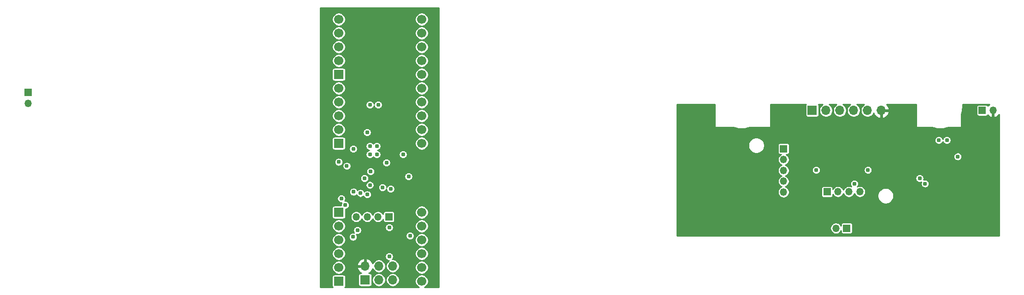
<source format=gbr>
%TF.GenerationSoftware,KiCad,Pcbnew,5.1.9-73d0e3b20d~88~ubuntu20.04.1*%
%TF.CreationDate,2021-01-31T09:20:22-06:00*%
%TF.ProjectId,portalgun,706f7274-616c-4677-956e-2e6b69636164,rev?*%
%TF.SameCoordinates,Original*%
%TF.FileFunction,Copper,L2,Inr*%
%TF.FilePolarity,Positive*%
%FSLAX46Y46*%
G04 Gerber Fmt 4.6, Leading zero omitted, Abs format (unit mm)*
G04 Created by KiCad (PCBNEW 5.1.9-73d0e3b20d~88~ubuntu20.04.1) date 2021-01-31 09:20:22*
%MOMM*%
%LPD*%
G01*
G04 APERTURE LIST*
%TA.AperFunction,ComponentPad*%
%ADD10O,1.350000X1.350000*%
%TD*%
%TA.AperFunction,ComponentPad*%
%ADD11R,1.350000X1.350000*%
%TD*%
%TA.AperFunction,ComponentPad*%
%ADD12O,1.700000X1.700000*%
%TD*%
%TA.AperFunction,ComponentPad*%
%ADD13R,1.700000X1.700000*%
%TD*%
%TA.AperFunction,ComponentPad*%
%ADD14C,1.700000*%
%TD*%
%TA.AperFunction,ViaPad*%
%ADD15C,0.787400*%
%TD*%
%TA.AperFunction,Conductor*%
%ADD16C,0.254000*%
%TD*%
%TA.AperFunction,Conductor*%
%ADD17C,0.100000*%
%TD*%
G04 APERTURE END LIST*
D10*
%TO.N,SPI1_NSS*%
%TO.C,J8*%
X216500000Y-109000000D03*
%TO.N,SPI1_MISO*%
X214500000Y-109000000D03*
%TO.N,SPI1_MOSI*%
X212500000Y-109000000D03*
D11*
%TO.N,SPI1_SCK*%
X210500000Y-109000000D03*
%TD*%
D10*
%TO.N,/7 Segment Display/SPI1_NSS*%
%TO.C,J7*%
X124000000Y-113600000D03*
%TO.N,AVR_ICSP_MISO*%
X126000000Y-113600000D03*
%TO.N,AVR_ICSP_MOSI*%
X128000000Y-113600000D03*
D11*
%TO.N,AVR_ICSP_SCK*%
X130000000Y-113600000D03*
%TD*%
D10*
%TO.N,GND*%
%TO.C,J4*%
X63700000Y-92700000D03*
D11*
%TO.N,Net-(C11-Pad2)*%
X63700000Y-90700000D03*
%TD*%
D10*
%TO.N,Net-(J3-Pad2)*%
%TO.C,J3*%
X212100000Y-115700000D03*
D11*
%TO.N,VBAT*%
X214100000Y-115700000D03*
%TD*%
D10*
%TO.N,GND*%
%TO.C,J1*%
X241000000Y-94000000D03*
D11*
%TO.N,VBAT*%
X239000000Y-94000000D03*
%TD*%
D12*
%TO.N,GND*%
%TO.C,J6*%
X130683000Y-122682000D03*
%TO.N,Net-(J6-Pad5)*%
X130683000Y-125222000D03*
%TO.N,Net-(J6-Pad4)*%
X128143000Y-122682000D03*
%TO.N,Net-(J6-Pad3)*%
X128143000Y-125222000D03*
%TO.N,VBAT*%
X125603000Y-122682000D03*
D13*
%TO.N,Net-(J6-Pad1)*%
X125603000Y-125222000D03*
%TD*%
D12*
%TO.N,GND*%
%TO.C,J5*%
X220450000Y-94000000D03*
%TO.N,Net-(J5-Pad5)*%
X217910000Y-94000000D03*
%TO.N,Net-(J5-Pad4)*%
X215370000Y-94000000D03*
%TO.N,Net-(J5-Pad3)*%
X212830000Y-94000000D03*
%TO.N,Net-(J5-Pad2)*%
X210290000Y-94000000D03*
D13*
%TO.N,+3V3*%
X207750000Y-94000000D03*
%TD*%
D10*
%TO.N,ENCODER_A*%
%TO.C,J2*%
X202498000Y-109060000D03*
%TO.N,+3V3*%
X202498000Y-107060000D03*
%TO.N,ENCODER_B*%
X202498000Y-105060000D03*
%TO.N,+3V3*%
X202498000Y-103060000D03*
D11*
%TO.N,SWITCH*%
X202498000Y-101060000D03*
%TD*%
D14*
%TO.N,/7 Segment Display/segment_e*%
%TO.C,U6*%
X136017000Y-100076000D03*
%TO.N,/7 Segment Display/segment_d*%
X136017000Y-97536000D03*
%TO.N,Net-(Q3-Pad3)*%
X136017000Y-94996000D03*
%TO.N,/7 Segment Display/segment_c*%
X136017000Y-92456000D03*
%TO.N,/7 Segment Display/decimal_point*%
X136017000Y-89916000D03*
%TO.N,/7 Segment Display/segment_b*%
X120777000Y-89916000D03*
%TO.N,/7 Segment Display/segment_a*%
X120777000Y-92456000D03*
%TO.N,Net-(U6-Pad3)*%
X120777000Y-94996000D03*
%TO.N,/7 Segment Display/segment_f*%
X120777000Y-97536000D03*
D13*
%TO.N,/7 Segment Display/segment_g*%
X120777000Y-100076000D03*
%TD*%
D14*
%TO.N,/7 Segment Display/segment_e*%
%TO.C,U8*%
X136017000Y-112776000D03*
%TO.N,/7 Segment Display/segment_d*%
X136017000Y-115316000D03*
%TO.N,Net-(Q4-Pad3)*%
X136017000Y-117856000D03*
%TO.N,/7 Segment Display/segment_c*%
X136017000Y-120396000D03*
%TO.N,/7 Segment Display/decimal_point*%
X136017000Y-122936000D03*
%TO.N,/7 Segment Display/segment_b*%
X120777000Y-122936000D03*
%TO.N,/7 Segment Display/segment_a*%
X120777000Y-120396000D03*
%TO.N,Net-(U8-Pad3)*%
X120777000Y-117856000D03*
%TO.N,/7 Segment Display/segment_f*%
X120777000Y-115316000D03*
D13*
%TO.N,/7 Segment Display/segment_g*%
X120777000Y-112776000D03*
%TD*%
D14*
%TO.N,/7 Segment Display/segment_e*%
%TO.C,U9*%
X136017000Y-125476000D03*
%TO.N,/7 Segment Display/segment_d*%
X136017000Y-122936000D03*
%TO.N,Net-(Q5-Pad3)*%
X136017000Y-120396000D03*
%TO.N,/7 Segment Display/segment_c*%
X136017000Y-117856000D03*
%TO.N,/7 Segment Display/decimal_point*%
X136017000Y-115316000D03*
%TO.N,/7 Segment Display/segment_b*%
X120777000Y-115316000D03*
%TO.N,/7 Segment Display/segment_a*%
X120777000Y-117856000D03*
%TO.N,Net-(U9-Pad3)*%
X120777000Y-120396000D03*
%TO.N,/7 Segment Display/segment_f*%
X120777000Y-122936000D03*
D13*
%TO.N,/7 Segment Display/segment_g*%
X120777000Y-125476000D03*
%TD*%
D14*
%TO.N,/7 Segment Display/segment_e*%
%TO.C,U5*%
X136017000Y-87376000D03*
%TO.N,/7 Segment Display/segment_d*%
X136017000Y-84836000D03*
%TO.N,Net-(Q2-Pad3)*%
X136017000Y-82296000D03*
%TO.N,/7 Segment Display/segment_c*%
X136017000Y-79756000D03*
%TO.N,/7 Segment Display/decimal_point*%
X136017000Y-77216000D03*
%TO.N,/7 Segment Display/segment_b*%
X120777000Y-77216000D03*
%TO.N,/7 Segment Display/segment_a*%
X120777000Y-79756000D03*
%TO.N,Net-(U5-Pad3)*%
X120777000Y-82296000D03*
%TO.N,/7 Segment Display/segment_f*%
X120777000Y-84836000D03*
D13*
%TO.N,/7 Segment Display/segment_g*%
X120777000Y-87376000D03*
%TD*%
D15*
%TO.N,GND*%
X127762000Y-102108000D03*
X127762000Y-100584000D03*
X126492000Y-102108000D03*
X126492000Y-100584000D03*
X123444000Y-101092000D03*
X132588000Y-102108000D03*
X133858000Y-117094000D03*
X130048000Y-120904000D03*
X123400000Y-117300000D03*
X124206000Y-116078000D03*
X129540000Y-103632000D03*
X133604000Y-106172000D03*
X229500000Y-105500000D03*
X208500000Y-106000000D03*
X218000014Y-105999986D03*
%TO.N,VBAT*%
X123444000Y-102616000D03*
X132842000Y-100838000D03*
X124800000Y-121100000D03*
X124000000Y-122700000D03*
%TO.N,+5V*%
X234500000Y-102500000D03*
X232500000Y-99500000D03*
X231000000Y-99500000D03*
%TO.N,+3V3*%
X227500000Y-106500000D03*
X228500000Y-107500000D03*
X218000000Y-105000000D03*
X208500000Y-105000000D03*
%TO.N,/7 Segment Display/segment_a*%
X126492000Y-92964000D03*
X122250000Y-104250000D03*
%TO.N,/7 Segment Display/segment_b*%
X128016000Y-92964000D03*
X121968518Y-111436452D03*
X120750000Y-103500000D03*
%TO.N,/7 Segment Display/segment_f*%
X128797297Y-108184703D03*
X121250000Y-110250000D03*
%TO.N,/7 Segment Display/segment_g*%
X130302000Y-108457974D03*
%TO.N,AVR_ICSP_MISO*%
X125500000Y-106500014D03*
X124749986Y-109250000D03*
%TO.N,AVR_ICSP_MOSI*%
X126000000Y-109500000D03*
X126500000Y-107750000D03*
%TO.N,AVR_ICSP_nRST*%
X125984000Y-98044000D03*
X130047990Y-115570000D03*
%TO.N,/7 Segment Display/SPI1_NSS*%
X123500000Y-109000000D03*
X126604921Y-105250000D03*
%TO.N,SPI1_MOSI*%
X215500000Y-107500000D03*
%TD*%
D16*
%TO.N,VBAT*%
X139167001Y-126594000D02*
X136534667Y-126594000D01*
X136600097Y-126566898D01*
X136801717Y-126432180D01*
X136973180Y-126260717D01*
X137107898Y-126059097D01*
X137200693Y-125835069D01*
X137248000Y-125597243D01*
X137248000Y-125354757D01*
X137200693Y-125116931D01*
X137107898Y-124892903D01*
X136973180Y-124691283D01*
X136801717Y-124519820D01*
X136600097Y-124385102D01*
X136376069Y-124292307D01*
X136138243Y-124245000D01*
X135895757Y-124245000D01*
X135657931Y-124292307D01*
X135433903Y-124385102D01*
X135232283Y-124519820D01*
X135060820Y-124691283D01*
X134926102Y-124892903D01*
X134833307Y-125116931D01*
X134786000Y-125354757D01*
X134786000Y-125597243D01*
X134833307Y-125835069D01*
X134926102Y-126059097D01*
X135060820Y-126260717D01*
X135232283Y-126432180D01*
X135433903Y-126566898D01*
X135499333Y-126594000D01*
X121899936Y-126594000D01*
X121945322Y-126538696D01*
X121980701Y-126472508D01*
X122002487Y-126400689D01*
X122009843Y-126326000D01*
X122009843Y-124626000D01*
X122002487Y-124551311D01*
X121980701Y-124479492D01*
X121945322Y-124413304D01*
X121897711Y-124355289D01*
X121839696Y-124307678D01*
X121773508Y-124272299D01*
X121701689Y-124250513D01*
X121627000Y-124243157D01*
X119927000Y-124243157D01*
X119852311Y-124250513D01*
X119780492Y-124272299D01*
X119714304Y-124307678D01*
X119656289Y-124355289D01*
X119608678Y-124413304D01*
X119573299Y-124479492D01*
X119551513Y-124551311D01*
X119544157Y-124626000D01*
X119544157Y-126326000D01*
X119551513Y-126400689D01*
X119573299Y-126472508D01*
X119608678Y-126538696D01*
X119654064Y-126594000D01*
X117373000Y-126594000D01*
X117373000Y-122814757D01*
X119546000Y-122814757D01*
X119546000Y-123057243D01*
X119593307Y-123295069D01*
X119686102Y-123519097D01*
X119820820Y-123720717D01*
X119992283Y-123892180D01*
X120193903Y-124026898D01*
X120417931Y-124119693D01*
X120655757Y-124167000D01*
X120898243Y-124167000D01*
X121136069Y-124119693D01*
X121360097Y-124026898D01*
X121561717Y-123892180D01*
X121733180Y-123720717D01*
X121867898Y-123519097D01*
X121960693Y-123295069D01*
X122008000Y-123057243D01*
X122008000Y-123038891D01*
X124161519Y-123038891D01*
X124258843Y-123313252D01*
X124407822Y-123563355D01*
X124602731Y-123779588D01*
X124836080Y-123953641D01*
X124910645Y-123989157D01*
X124753000Y-123989157D01*
X124678311Y-123996513D01*
X124606492Y-124018299D01*
X124540304Y-124053678D01*
X124482289Y-124101289D01*
X124434678Y-124159304D01*
X124399299Y-124225492D01*
X124377513Y-124297311D01*
X124370157Y-124372000D01*
X124370157Y-126072000D01*
X124377513Y-126146689D01*
X124399299Y-126218508D01*
X124434678Y-126284696D01*
X124482289Y-126342711D01*
X124540304Y-126390322D01*
X124606492Y-126425701D01*
X124678311Y-126447487D01*
X124753000Y-126454843D01*
X126453000Y-126454843D01*
X126527689Y-126447487D01*
X126599508Y-126425701D01*
X126665696Y-126390322D01*
X126723711Y-126342711D01*
X126771322Y-126284696D01*
X126806701Y-126218508D01*
X126828487Y-126146689D01*
X126835843Y-126072000D01*
X126835843Y-125100757D01*
X126912000Y-125100757D01*
X126912000Y-125343243D01*
X126959307Y-125581069D01*
X127052102Y-125805097D01*
X127186820Y-126006717D01*
X127358283Y-126178180D01*
X127559903Y-126312898D01*
X127783931Y-126405693D01*
X128021757Y-126453000D01*
X128264243Y-126453000D01*
X128502069Y-126405693D01*
X128726097Y-126312898D01*
X128927717Y-126178180D01*
X129099180Y-126006717D01*
X129233898Y-125805097D01*
X129326693Y-125581069D01*
X129374000Y-125343243D01*
X129374000Y-125100757D01*
X129452000Y-125100757D01*
X129452000Y-125343243D01*
X129499307Y-125581069D01*
X129592102Y-125805097D01*
X129726820Y-126006717D01*
X129898283Y-126178180D01*
X130099903Y-126312898D01*
X130323931Y-126405693D01*
X130561757Y-126453000D01*
X130804243Y-126453000D01*
X131042069Y-126405693D01*
X131266097Y-126312898D01*
X131467717Y-126178180D01*
X131639180Y-126006717D01*
X131773898Y-125805097D01*
X131866693Y-125581069D01*
X131914000Y-125343243D01*
X131914000Y-125100757D01*
X131866693Y-124862931D01*
X131773898Y-124638903D01*
X131639180Y-124437283D01*
X131467717Y-124265820D01*
X131266097Y-124131102D01*
X131042069Y-124038307D01*
X130804243Y-123991000D01*
X130561757Y-123991000D01*
X130323931Y-124038307D01*
X130099903Y-124131102D01*
X129898283Y-124265820D01*
X129726820Y-124437283D01*
X129592102Y-124638903D01*
X129499307Y-124862931D01*
X129452000Y-125100757D01*
X129374000Y-125100757D01*
X129326693Y-124862931D01*
X129233898Y-124638903D01*
X129099180Y-124437283D01*
X128927717Y-124265820D01*
X128726097Y-124131102D01*
X128502069Y-124038307D01*
X128264243Y-123991000D01*
X128021757Y-123991000D01*
X127783931Y-124038307D01*
X127559903Y-124131102D01*
X127358283Y-124265820D01*
X127186820Y-124437283D01*
X127052102Y-124638903D01*
X126959307Y-124862931D01*
X126912000Y-125100757D01*
X126835843Y-125100757D01*
X126835843Y-124372000D01*
X126828487Y-124297311D01*
X126806701Y-124225492D01*
X126771322Y-124159304D01*
X126723711Y-124101289D01*
X126665696Y-124053678D01*
X126599508Y-124018299D01*
X126527689Y-123996513D01*
X126453000Y-123989157D01*
X126295355Y-123989157D01*
X126369920Y-123953641D01*
X126603269Y-123779588D01*
X126798178Y-123563355D01*
X126947157Y-123313252D01*
X127004772Y-123150832D01*
X127052102Y-123265097D01*
X127186820Y-123466717D01*
X127358283Y-123638180D01*
X127559903Y-123772898D01*
X127783931Y-123865693D01*
X128021757Y-123913000D01*
X128264243Y-123913000D01*
X128502069Y-123865693D01*
X128726097Y-123772898D01*
X128927717Y-123638180D01*
X129099180Y-123466717D01*
X129233898Y-123265097D01*
X129326693Y-123041069D01*
X129374000Y-122803243D01*
X129374000Y-122560757D01*
X129326693Y-122322931D01*
X129233898Y-122098903D01*
X129099180Y-121897283D01*
X128927717Y-121725820D01*
X128726097Y-121591102D01*
X128502069Y-121498307D01*
X128264243Y-121451000D01*
X128021757Y-121451000D01*
X127783931Y-121498307D01*
X127559903Y-121591102D01*
X127358283Y-121725820D01*
X127186820Y-121897283D01*
X127052102Y-122098903D01*
X127004772Y-122213168D01*
X126947157Y-122050748D01*
X126798178Y-121800645D01*
X126603269Y-121584412D01*
X126369920Y-121410359D01*
X126107099Y-121285175D01*
X125959890Y-121240524D01*
X125730000Y-121361845D01*
X125730000Y-122555000D01*
X125750000Y-122555000D01*
X125750000Y-122809000D01*
X125730000Y-122809000D01*
X125730000Y-122829000D01*
X125476000Y-122829000D01*
X125476000Y-122809000D01*
X124282186Y-122809000D01*
X124161519Y-123038891D01*
X122008000Y-123038891D01*
X122008000Y-122814757D01*
X121960693Y-122576931D01*
X121867898Y-122352903D01*
X121849327Y-122325109D01*
X124161519Y-122325109D01*
X124282186Y-122555000D01*
X125476000Y-122555000D01*
X125476000Y-121361845D01*
X125246110Y-121240524D01*
X125098901Y-121285175D01*
X124836080Y-121410359D01*
X124602731Y-121584412D01*
X124407822Y-121800645D01*
X124258843Y-122050748D01*
X124161519Y-122325109D01*
X121849327Y-122325109D01*
X121733180Y-122151283D01*
X121561717Y-121979820D01*
X121360097Y-121845102D01*
X121136069Y-121752307D01*
X120898243Y-121705000D01*
X120655757Y-121705000D01*
X120417931Y-121752307D01*
X120193903Y-121845102D01*
X119992283Y-121979820D01*
X119820820Y-122151283D01*
X119686102Y-122352903D01*
X119593307Y-122576931D01*
X119546000Y-122814757D01*
X117373000Y-122814757D01*
X117373000Y-120274757D01*
X119546000Y-120274757D01*
X119546000Y-120517243D01*
X119593307Y-120755069D01*
X119686102Y-120979097D01*
X119820820Y-121180717D01*
X119992283Y-121352180D01*
X120193903Y-121486898D01*
X120417931Y-121579693D01*
X120655757Y-121627000D01*
X120898243Y-121627000D01*
X121136069Y-121579693D01*
X121360097Y-121486898D01*
X121561717Y-121352180D01*
X121733180Y-121180717D01*
X121867898Y-120979097D01*
X121930608Y-120827699D01*
X129273300Y-120827699D01*
X129273300Y-120980301D01*
X129303072Y-121129972D01*
X129361470Y-121270958D01*
X129446252Y-121397842D01*
X129554158Y-121505748D01*
X129681042Y-121590530D01*
X129822028Y-121648928D01*
X129969467Y-121678256D01*
X129898283Y-121725820D01*
X129726820Y-121897283D01*
X129592102Y-122098903D01*
X129499307Y-122322931D01*
X129452000Y-122560757D01*
X129452000Y-122803243D01*
X129499307Y-123041069D01*
X129592102Y-123265097D01*
X129726820Y-123466717D01*
X129898283Y-123638180D01*
X130099903Y-123772898D01*
X130323931Y-123865693D01*
X130561757Y-123913000D01*
X130804243Y-123913000D01*
X131042069Y-123865693D01*
X131266097Y-123772898D01*
X131467717Y-123638180D01*
X131639180Y-123466717D01*
X131773898Y-123265097D01*
X131866693Y-123041069D01*
X131911709Y-122814757D01*
X134786000Y-122814757D01*
X134786000Y-123057243D01*
X134833307Y-123295069D01*
X134926102Y-123519097D01*
X135060820Y-123720717D01*
X135232283Y-123892180D01*
X135433903Y-124026898D01*
X135657931Y-124119693D01*
X135895757Y-124167000D01*
X136138243Y-124167000D01*
X136376069Y-124119693D01*
X136600097Y-124026898D01*
X136801717Y-123892180D01*
X136973180Y-123720717D01*
X137107898Y-123519097D01*
X137200693Y-123295069D01*
X137248000Y-123057243D01*
X137248000Y-122814757D01*
X137200693Y-122576931D01*
X137107898Y-122352903D01*
X136973180Y-122151283D01*
X136801717Y-121979820D01*
X136600097Y-121845102D01*
X136376069Y-121752307D01*
X136138243Y-121705000D01*
X135895757Y-121705000D01*
X135657931Y-121752307D01*
X135433903Y-121845102D01*
X135232283Y-121979820D01*
X135060820Y-122151283D01*
X134926102Y-122352903D01*
X134833307Y-122576931D01*
X134786000Y-122814757D01*
X131911709Y-122814757D01*
X131914000Y-122803243D01*
X131914000Y-122560757D01*
X131866693Y-122322931D01*
X131773898Y-122098903D01*
X131639180Y-121897283D01*
X131467717Y-121725820D01*
X131266097Y-121591102D01*
X131042069Y-121498307D01*
X130804243Y-121451000D01*
X130596590Y-121451000D01*
X130649748Y-121397842D01*
X130734530Y-121270958D01*
X130792928Y-121129972D01*
X130822700Y-120980301D01*
X130822700Y-120827699D01*
X130792928Y-120678028D01*
X130734530Y-120537042D01*
X130649748Y-120410158D01*
X130541842Y-120302252D01*
X130500694Y-120274757D01*
X134786000Y-120274757D01*
X134786000Y-120517243D01*
X134833307Y-120755069D01*
X134926102Y-120979097D01*
X135060820Y-121180717D01*
X135232283Y-121352180D01*
X135433903Y-121486898D01*
X135657931Y-121579693D01*
X135895757Y-121627000D01*
X136138243Y-121627000D01*
X136376069Y-121579693D01*
X136600097Y-121486898D01*
X136801717Y-121352180D01*
X136973180Y-121180717D01*
X137107898Y-120979097D01*
X137200693Y-120755069D01*
X137248000Y-120517243D01*
X137248000Y-120274757D01*
X137200693Y-120036931D01*
X137107898Y-119812903D01*
X136973180Y-119611283D01*
X136801717Y-119439820D01*
X136600097Y-119305102D01*
X136376069Y-119212307D01*
X136138243Y-119165000D01*
X135895757Y-119165000D01*
X135657931Y-119212307D01*
X135433903Y-119305102D01*
X135232283Y-119439820D01*
X135060820Y-119611283D01*
X134926102Y-119812903D01*
X134833307Y-120036931D01*
X134786000Y-120274757D01*
X130500694Y-120274757D01*
X130414958Y-120217470D01*
X130273972Y-120159072D01*
X130124301Y-120129300D01*
X129971699Y-120129300D01*
X129822028Y-120159072D01*
X129681042Y-120217470D01*
X129554158Y-120302252D01*
X129446252Y-120410158D01*
X129361470Y-120537042D01*
X129303072Y-120678028D01*
X129273300Y-120827699D01*
X121930608Y-120827699D01*
X121960693Y-120755069D01*
X122008000Y-120517243D01*
X122008000Y-120274757D01*
X121960693Y-120036931D01*
X121867898Y-119812903D01*
X121733180Y-119611283D01*
X121561717Y-119439820D01*
X121360097Y-119305102D01*
X121136069Y-119212307D01*
X120898243Y-119165000D01*
X120655757Y-119165000D01*
X120417931Y-119212307D01*
X120193903Y-119305102D01*
X119992283Y-119439820D01*
X119820820Y-119611283D01*
X119686102Y-119812903D01*
X119593307Y-120036931D01*
X119546000Y-120274757D01*
X117373000Y-120274757D01*
X117373000Y-117734757D01*
X119546000Y-117734757D01*
X119546000Y-117977243D01*
X119593307Y-118215069D01*
X119686102Y-118439097D01*
X119820820Y-118640717D01*
X119992283Y-118812180D01*
X120193903Y-118946898D01*
X120417931Y-119039693D01*
X120655757Y-119087000D01*
X120898243Y-119087000D01*
X121136069Y-119039693D01*
X121360097Y-118946898D01*
X121561717Y-118812180D01*
X121733180Y-118640717D01*
X121867898Y-118439097D01*
X121960693Y-118215069D01*
X122008000Y-117977243D01*
X122008000Y-117734757D01*
X121960693Y-117496931D01*
X121867898Y-117272903D01*
X121835021Y-117223699D01*
X122625300Y-117223699D01*
X122625300Y-117376301D01*
X122655072Y-117525972D01*
X122713470Y-117666958D01*
X122798252Y-117793842D01*
X122906158Y-117901748D01*
X123033042Y-117986530D01*
X123174028Y-118044928D01*
X123323699Y-118074700D01*
X123476301Y-118074700D01*
X123625972Y-118044928D01*
X123766958Y-117986530D01*
X123893842Y-117901748D01*
X124001748Y-117793842D01*
X124086530Y-117666958D01*
X124144928Y-117525972D01*
X124174700Y-117376301D01*
X124174700Y-117223699D01*
X124144928Y-117074028D01*
X124121596Y-117017699D01*
X133083300Y-117017699D01*
X133083300Y-117170301D01*
X133113072Y-117319972D01*
X133171470Y-117460958D01*
X133256252Y-117587842D01*
X133364158Y-117695748D01*
X133491042Y-117780530D01*
X133632028Y-117838928D01*
X133781699Y-117868700D01*
X133934301Y-117868700D01*
X134083972Y-117838928D01*
X134224958Y-117780530D01*
X134293461Y-117734757D01*
X134786000Y-117734757D01*
X134786000Y-117977243D01*
X134833307Y-118215069D01*
X134926102Y-118439097D01*
X135060820Y-118640717D01*
X135232283Y-118812180D01*
X135433903Y-118946898D01*
X135657931Y-119039693D01*
X135895757Y-119087000D01*
X136138243Y-119087000D01*
X136376069Y-119039693D01*
X136600097Y-118946898D01*
X136801717Y-118812180D01*
X136973180Y-118640717D01*
X137107898Y-118439097D01*
X137200693Y-118215069D01*
X137248000Y-117977243D01*
X137248000Y-117734757D01*
X137200693Y-117496931D01*
X137107898Y-117272903D01*
X136973180Y-117071283D01*
X136801717Y-116899820D01*
X136600097Y-116765102D01*
X136376069Y-116672307D01*
X136138243Y-116625000D01*
X135895757Y-116625000D01*
X135657931Y-116672307D01*
X135433903Y-116765102D01*
X135232283Y-116899820D01*
X135060820Y-117071283D01*
X134926102Y-117272903D01*
X134833307Y-117496931D01*
X134786000Y-117734757D01*
X134293461Y-117734757D01*
X134351842Y-117695748D01*
X134459748Y-117587842D01*
X134544530Y-117460958D01*
X134602928Y-117319972D01*
X134632700Y-117170301D01*
X134632700Y-117017699D01*
X134602928Y-116868028D01*
X134544530Y-116727042D01*
X134459748Y-116600158D01*
X134351842Y-116492252D01*
X134224958Y-116407470D01*
X134083972Y-116349072D01*
X133934301Y-116319300D01*
X133781699Y-116319300D01*
X133632028Y-116349072D01*
X133491042Y-116407470D01*
X133364158Y-116492252D01*
X133256252Y-116600158D01*
X133171470Y-116727042D01*
X133113072Y-116868028D01*
X133083300Y-117017699D01*
X124121596Y-117017699D01*
X124086530Y-116933042D01*
X124018000Y-116830481D01*
X124129699Y-116852700D01*
X124282301Y-116852700D01*
X124431972Y-116822928D01*
X124572958Y-116764530D01*
X124699842Y-116679748D01*
X124807748Y-116571842D01*
X124892530Y-116444958D01*
X124950928Y-116303972D01*
X124980700Y-116154301D01*
X124980700Y-116001699D01*
X124950928Y-115852028D01*
X124892530Y-115711042D01*
X124807748Y-115584158D01*
X124717289Y-115493699D01*
X129273290Y-115493699D01*
X129273290Y-115646301D01*
X129303062Y-115795972D01*
X129361460Y-115936958D01*
X129446242Y-116063842D01*
X129554148Y-116171748D01*
X129681032Y-116256530D01*
X129822018Y-116314928D01*
X129971689Y-116344700D01*
X130124291Y-116344700D01*
X130273962Y-116314928D01*
X130414948Y-116256530D01*
X130541832Y-116171748D01*
X130649738Y-116063842D01*
X130734520Y-115936958D01*
X130792918Y-115795972D01*
X130822690Y-115646301D01*
X130822690Y-115493699D01*
X130792918Y-115344028D01*
X130734520Y-115203042D01*
X130728985Y-115194757D01*
X134786000Y-115194757D01*
X134786000Y-115437243D01*
X134833307Y-115675069D01*
X134926102Y-115899097D01*
X135060820Y-116100717D01*
X135232283Y-116272180D01*
X135433903Y-116406898D01*
X135657931Y-116499693D01*
X135895757Y-116547000D01*
X136138243Y-116547000D01*
X136376069Y-116499693D01*
X136600097Y-116406898D01*
X136801717Y-116272180D01*
X136973180Y-116100717D01*
X137107898Y-115899097D01*
X137200693Y-115675069D01*
X137248000Y-115437243D01*
X137248000Y-115194757D01*
X137200693Y-114956931D01*
X137107898Y-114732903D01*
X136973180Y-114531283D01*
X136801717Y-114359820D01*
X136600097Y-114225102D01*
X136376069Y-114132307D01*
X136138243Y-114085000D01*
X135895757Y-114085000D01*
X135657931Y-114132307D01*
X135433903Y-114225102D01*
X135232283Y-114359820D01*
X135060820Y-114531283D01*
X134926102Y-114732903D01*
X134833307Y-114956931D01*
X134786000Y-115194757D01*
X130728985Y-115194757D01*
X130649738Y-115076158D01*
X130541832Y-114968252D01*
X130414948Y-114883470D01*
X130273962Y-114825072D01*
X130124291Y-114795300D01*
X129971689Y-114795300D01*
X129822018Y-114825072D01*
X129681032Y-114883470D01*
X129554148Y-114968252D01*
X129446242Y-115076158D01*
X129361460Y-115203042D01*
X129303062Y-115344028D01*
X129273290Y-115493699D01*
X124717289Y-115493699D01*
X124699842Y-115476252D01*
X124572958Y-115391470D01*
X124431972Y-115333072D01*
X124282301Y-115303300D01*
X124129699Y-115303300D01*
X123980028Y-115333072D01*
X123839042Y-115391470D01*
X123712158Y-115476252D01*
X123604252Y-115584158D01*
X123519470Y-115711042D01*
X123461072Y-115852028D01*
X123431300Y-116001699D01*
X123431300Y-116154301D01*
X123461072Y-116303972D01*
X123519470Y-116444958D01*
X123588000Y-116547519D01*
X123476301Y-116525300D01*
X123323699Y-116525300D01*
X123174028Y-116555072D01*
X123033042Y-116613470D01*
X122906158Y-116698252D01*
X122798252Y-116806158D01*
X122713470Y-116933042D01*
X122655072Y-117074028D01*
X122625300Y-117223699D01*
X121835021Y-117223699D01*
X121733180Y-117071283D01*
X121561717Y-116899820D01*
X121360097Y-116765102D01*
X121136069Y-116672307D01*
X120898243Y-116625000D01*
X120655757Y-116625000D01*
X120417931Y-116672307D01*
X120193903Y-116765102D01*
X119992283Y-116899820D01*
X119820820Y-117071283D01*
X119686102Y-117272903D01*
X119593307Y-117496931D01*
X119546000Y-117734757D01*
X117373000Y-117734757D01*
X117373000Y-115194757D01*
X119546000Y-115194757D01*
X119546000Y-115437243D01*
X119593307Y-115675069D01*
X119686102Y-115899097D01*
X119820820Y-116100717D01*
X119992283Y-116272180D01*
X120193903Y-116406898D01*
X120417931Y-116499693D01*
X120655757Y-116547000D01*
X120898243Y-116547000D01*
X121136069Y-116499693D01*
X121360097Y-116406898D01*
X121561717Y-116272180D01*
X121733180Y-116100717D01*
X121867898Y-115899097D01*
X121960693Y-115675069D01*
X122008000Y-115437243D01*
X122008000Y-115194757D01*
X121960693Y-114956931D01*
X121867898Y-114732903D01*
X121733180Y-114531283D01*
X121561717Y-114359820D01*
X121360097Y-114225102D01*
X121136069Y-114132307D01*
X120898243Y-114085000D01*
X120655757Y-114085000D01*
X120417931Y-114132307D01*
X120193903Y-114225102D01*
X119992283Y-114359820D01*
X119820820Y-114531283D01*
X119686102Y-114732903D01*
X119593307Y-114956931D01*
X119546000Y-115194757D01*
X117373000Y-115194757D01*
X117373000Y-111926000D01*
X119544157Y-111926000D01*
X119544157Y-113626000D01*
X119551513Y-113700689D01*
X119573299Y-113772508D01*
X119608678Y-113838696D01*
X119656289Y-113896711D01*
X119714304Y-113944322D01*
X119780492Y-113979701D01*
X119852311Y-114001487D01*
X119927000Y-114008843D01*
X121627000Y-114008843D01*
X121701689Y-114001487D01*
X121773508Y-113979701D01*
X121839696Y-113944322D01*
X121897711Y-113896711D01*
X121945322Y-113838696D01*
X121980701Y-113772508D01*
X122002487Y-113700689D01*
X122009843Y-113626000D01*
X122009843Y-113495993D01*
X122944000Y-113495993D01*
X122944000Y-113704007D01*
X122984581Y-113908024D01*
X123064185Y-114100204D01*
X123179751Y-114273161D01*
X123326839Y-114420249D01*
X123499796Y-114535815D01*
X123691976Y-114615419D01*
X123895993Y-114656000D01*
X124104007Y-114656000D01*
X124308024Y-114615419D01*
X124500204Y-114535815D01*
X124673161Y-114420249D01*
X124820249Y-114273161D01*
X124935815Y-114100204D01*
X125000000Y-113945249D01*
X125064185Y-114100204D01*
X125179751Y-114273161D01*
X125326839Y-114420249D01*
X125499796Y-114535815D01*
X125691976Y-114615419D01*
X125895993Y-114656000D01*
X126104007Y-114656000D01*
X126308024Y-114615419D01*
X126500204Y-114535815D01*
X126673161Y-114420249D01*
X126820249Y-114273161D01*
X126935815Y-114100204D01*
X127000000Y-113945249D01*
X127064185Y-114100204D01*
X127179751Y-114273161D01*
X127326839Y-114420249D01*
X127499796Y-114535815D01*
X127691976Y-114615419D01*
X127895993Y-114656000D01*
X128104007Y-114656000D01*
X128308024Y-114615419D01*
X128500204Y-114535815D01*
X128673161Y-114420249D01*
X128820249Y-114273161D01*
X128935815Y-114100204D01*
X128942157Y-114084893D01*
X128942157Y-114275000D01*
X128949513Y-114349689D01*
X128971299Y-114421508D01*
X129006678Y-114487696D01*
X129054289Y-114545711D01*
X129112304Y-114593322D01*
X129178492Y-114628701D01*
X129250311Y-114650487D01*
X129325000Y-114657843D01*
X130675000Y-114657843D01*
X130749689Y-114650487D01*
X130821508Y-114628701D01*
X130887696Y-114593322D01*
X130945711Y-114545711D01*
X130993322Y-114487696D01*
X131028701Y-114421508D01*
X131050487Y-114349689D01*
X131057843Y-114275000D01*
X131057843Y-112925000D01*
X131050487Y-112850311D01*
X131028701Y-112778492D01*
X130993322Y-112712304D01*
X130946096Y-112654757D01*
X134786000Y-112654757D01*
X134786000Y-112897243D01*
X134833307Y-113135069D01*
X134926102Y-113359097D01*
X135060820Y-113560717D01*
X135232283Y-113732180D01*
X135433903Y-113866898D01*
X135657931Y-113959693D01*
X135895757Y-114007000D01*
X136138243Y-114007000D01*
X136376069Y-113959693D01*
X136600097Y-113866898D01*
X136801717Y-113732180D01*
X136973180Y-113560717D01*
X137107898Y-113359097D01*
X137200693Y-113135069D01*
X137248000Y-112897243D01*
X137248000Y-112654757D01*
X137200693Y-112416931D01*
X137107898Y-112192903D01*
X136973180Y-111991283D01*
X136801717Y-111819820D01*
X136600097Y-111685102D01*
X136376069Y-111592307D01*
X136138243Y-111545000D01*
X135895757Y-111545000D01*
X135657931Y-111592307D01*
X135433903Y-111685102D01*
X135232283Y-111819820D01*
X135060820Y-111991283D01*
X134926102Y-112192903D01*
X134833307Y-112416931D01*
X134786000Y-112654757D01*
X130946096Y-112654757D01*
X130945711Y-112654289D01*
X130887696Y-112606678D01*
X130821508Y-112571299D01*
X130749689Y-112549513D01*
X130675000Y-112542157D01*
X129325000Y-112542157D01*
X129250311Y-112549513D01*
X129178492Y-112571299D01*
X129112304Y-112606678D01*
X129054289Y-112654289D01*
X129006678Y-112712304D01*
X128971299Y-112778492D01*
X128949513Y-112850311D01*
X128942157Y-112925000D01*
X128942157Y-113115107D01*
X128935815Y-113099796D01*
X128820249Y-112926839D01*
X128673161Y-112779751D01*
X128500204Y-112664185D01*
X128308024Y-112584581D01*
X128104007Y-112544000D01*
X127895993Y-112544000D01*
X127691976Y-112584581D01*
X127499796Y-112664185D01*
X127326839Y-112779751D01*
X127179751Y-112926839D01*
X127064185Y-113099796D01*
X127000000Y-113254751D01*
X126935815Y-113099796D01*
X126820249Y-112926839D01*
X126673161Y-112779751D01*
X126500204Y-112664185D01*
X126308024Y-112584581D01*
X126104007Y-112544000D01*
X125895993Y-112544000D01*
X125691976Y-112584581D01*
X125499796Y-112664185D01*
X125326839Y-112779751D01*
X125179751Y-112926839D01*
X125064185Y-113099796D01*
X125000000Y-113254751D01*
X124935815Y-113099796D01*
X124820249Y-112926839D01*
X124673161Y-112779751D01*
X124500204Y-112664185D01*
X124308024Y-112584581D01*
X124104007Y-112544000D01*
X123895993Y-112544000D01*
X123691976Y-112584581D01*
X123499796Y-112664185D01*
X123326839Y-112779751D01*
X123179751Y-112926839D01*
X123064185Y-113099796D01*
X122984581Y-113291976D01*
X122944000Y-113495993D01*
X122009843Y-113495993D01*
X122009843Y-112211152D01*
X122044819Y-112211152D01*
X122194490Y-112181380D01*
X122335476Y-112122982D01*
X122462360Y-112038200D01*
X122570266Y-111930294D01*
X122655048Y-111803410D01*
X122713446Y-111662424D01*
X122743218Y-111512753D01*
X122743218Y-111360151D01*
X122713446Y-111210480D01*
X122655048Y-111069494D01*
X122570266Y-110942610D01*
X122462360Y-110834704D01*
X122335476Y-110749922D01*
X122194490Y-110691524D01*
X122044819Y-110661752D01*
X121906599Y-110661752D01*
X121936530Y-110616958D01*
X121994928Y-110475972D01*
X122024700Y-110326301D01*
X122024700Y-110173699D01*
X121994928Y-110024028D01*
X121936530Y-109883042D01*
X121851748Y-109756158D01*
X121743842Y-109648252D01*
X121616958Y-109563470D01*
X121475972Y-109505072D01*
X121326301Y-109475300D01*
X121173699Y-109475300D01*
X121024028Y-109505072D01*
X120883042Y-109563470D01*
X120756158Y-109648252D01*
X120648252Y-109756158D01*
X120563470Y-109883042D01*
X120505072Y-110024028D01*
X120475300Y-110173699D01*
X120475300Y-110326301D01*
X120505072Y-110475972D01*
X120563470Y-110616958D01*
X120648252Y-110743842D01*
X120756158Y-110851748D01*
X120883042Y-110936530D01*
X121024028Y-110994928D01*
X121173699Y-111024700D01*
X121311919Y-111024700D01*
X121281988Y-111069494D01*
X121223590Y-111210480D01*
X121193818Y-111360151D01*
X121193818Y-111512753D01*
X121199866Y-111543157D01*
X119927000Y-111543157D01*
X119852311Y-111550513D01*
X119780492Y-111572299D01*
X119714304Y-111607678D01*
X119656289Y-111655289D01*
X119608678Y-111713304D01*
X119573299Y-111779492D01*
X119551513Y-111851311D01*
X119544157Y-111926000D01*
X117373000Y-111926000D01*
X117373000Y-108923699D01*
X122725300Y-108923699D01*
X122725300Y-109076301D01*
X122755072Y-109225972D01*
X122813470Y-109366958D01*
X122898252Y-109493842D01*
X123006158Y-109601748D01*
X123133042Y-109686530D01*
X123274028Y-109744928D01*
X123423699Y-109774700D01*
X123576301Y-109774700D01*
X123725972Y-109744928D01*
X123866958Y-109686530D01*
X123993842Y-109601748D01*
X124038612Y-109556978D01*
X124063456Y-109616958D01*
X124148238Y-109743842D01*
X124256144Y-109851748D01*
X124383028Y-109936530D01*
X124524014Y-109994928D01*
X124673685Y-110024700D01*
X124826287Y-110024700D01*
X124975958Y-109994928D01*
X125116944Y-109936530D01*
X125243828Y-109851748D01*
X125288618Y-109806958D01*
X125313470Y-109866958D01*
X125398252Y-109993842D01*
X125506158Y-110101748D01*
X125633042Y-110186530D01*
X125774028Y-110244928D01*
X125923699Y-110274700D01*
X126076301Y-110274700D01*
X126225972Y-110244928D01*
X126366958Y-110186530D01*
X126493842Y-110101748D01*
X126601748Y-109993842D01*
X126686530Y-109866958D01*
X126744928Y-109725972D01*
X126774700Y-109576301D01*
X126774700Y-109423699D01*
X126744928Y-109274028D01*
X126686530Y-109133042D01*
X126601748Y-109006158D01*
X126493842Y-108898252D01*
X126366958Y-108813470D01*
X126225972Y-108755072D01*
X126076301Y-108725300D01*
X125923699Y-108725300D01*
X125774028Y-108755072D01*
X125633042Y-108813470D01*
X125506158Y-108898252D01*
X125461368Y-108943042D01*
X125436516Y-108883042D01*
X125351734Y-108756158D01*
X125243828Y-108648252D01*
X125116944Y-108563470D01*
X124975958Y-108505072D01*
X124826287Y-108475300D01*
X124673685Y-108475300D01*
X124524014Y-108505072D01*
X124383028Y-108563470D01*
X124256144Y-108648252D01*
X124211374Y-108693022D01*
X124186530Y-108633042D01*
X124101748Y-108506158D01*
X123993842Y-108398252D01*
X123866958Y-108313470D01*
X123725972Y-108255072D01*
X123576301Y-108225300D01*
X123423699Y-108225300D01*
X123274028Y-108255072D01*
X123133042Y-108313470D01*
X123006158Y-108398252D01*
X122898252Y-108506158D01*
X122813470Y-108633042D01*
X122755072Y-108774028D01*
X122725300Y-108923699D01*
X117373000Y-108923699D01*
X117373000Y-107673699D01*
X125725300Y-107673699D01*
X125725300Y-107826301D01*
X125755072Y-107975972D01*
X125813470Y-108116958D01*
X125898252Y-108243842D01*
X126006158Y-108351748D01*
X126133042Y-108436530D01*
X126274028Y-108494928D01*
X126423699Y-108524700D01*
X126576301Y-108524700D01*
X126725972Y-108494928D01*
X126866958Y-108436530D01*
X126993842Y-108351748D01*
X127101748Y-108243842D01*
X127186530Y-108116958D01*
X127190073Y-108108402D01*
X128022597Y-108108402D01*
X128022597Y-108261004D01*
X128052369Y-108410675D01*
X128110767Y-108551661D01*
X128195549Y-108678545D01*
X128303455Y-108786451D01*
X128430339Y-108871233D01*
X128571325Y-108929631D01*
X128720996Y-108959403D01*
X128873598Y-108959403D01*
X129023269Y-108929631D01*
X129164255Y-108871233D01*
X129291139Y-108786451D01*
X129399045Y-108678545D01*
X129483827Y-108551661D01*
X129527300Y-108446707D01*
X129527300Y-108534275D01*
X129557072Y-108683946D01*
X129615470Y-108824932D01*
X129700252Y-108951816D01*
X129808158Y-109059722D01*
X129935042Y-109144504D01*
X130076028Y-109202902D01*
X130225699Y-109232674D01*
X130378301Y-109232674D01*
X130527972Y-109202902D01*
X130668958Y-109144504D01*
X130795842Y-109059722D01*
X130903748Y-108951816D01*
X130988530Y-108824932D01*
X131046928Y-108683946D01*
X131076700Y-108534275D01*
X131076700Y-108381673D01*
X131046928Y-108232002D01*
X130988530Y-108091016D01*
X130903748Y-107964132D01*
X130795842Y-107856226D01*
X130668958Y-107771444D01*
X130527972Y-107713046D01*
X130378301Y-107683274D01*
X130225699Y-107683274D01*
X130076028Y-107713046D01*
X129935042Y-107771444D01*
X129808158Y-107856226D01*
X129700252Y-107964132D01*
X129615470Y-108091016D01*
X129571997Y-108195970D01*
X129571997Y-108108402D01*
X129542225Y-107958731D01*
X129483827Y-107817745D01*
X129399045Y-107690861D01*
X129291139Y-107582955D01*
X129164255Y-107498173D01*
X129023269Y-107439775D01*
X128873598Y-107410003D01*
X128720996Y-107410003D01*
X128571325Y-107439775D01*
X128430339Y-107498173D01*
X128303455Y-107582955D01*
X128195549Y-107690861D01*
X128110767Y-107817745D01*
X128052369Y-107958731D01*
X128022597Y-108108402D01*
X127190073Y-108108402D01*
X127244928Y-107975972D01*
X127274700Y-107826301D01*
X127274700Y-107673699D01*
X127244928Y-107524028D01*
X127186530Y-107383042D01*
X127101748Y-107256158D01*
X126993842Y-107148252D01*
X126866958Y-107063470D01*
X126725972Y-107005072D01*
X126576301Y-106975300D01*
X126423699Y-106975300D01*
X126274028Y-107005072D01*
X126133042Y-107063470D01*
X126006158Y-107148252D01*
X125898252Y-107256158D01*
X125813470Y-107383042D01*
X125755072Y-107524028D01*
X125725300Y-107673699D01*
X117373000Y-107673699D01*
X117373000Y-106423713D01*
X124725300Y-106423713D01*
X124725300Y-106576315D01*
X124755072Y-106725986D01*
X124813470Y-106866972D01*
X124898252Y-106993856D01*
X125006158Y-107101762D01*
X125133042Y-107186544D01*
X125274028Y-107244942D01*
X125423699Y-107274714D01*
X125576301Y-107274714D01*
X125725972Y-107244942D01*
X125866958Y-107186544D01*
X125993842Y-107101762D01*
X126101748Y-106993856D01*
X126186530Y-106866972D01*
X126244928Y-106725986D01*
X126274700Y-106576315D01*
X126274700Y-106423713D01*
X126244928Y-106274042D01*
X126186530Y-106133056D01*
X126161569Y-106095699D01*
X132829300Y-106095699D01*
X132829300Y-106248301D01*
X132859072Y-106397972D01*
X132917470Y-106538958D01*
X133002252Y-106665842D01*
X133110158Y-106773748D01*
X133237042Y-106858530D01*
X133378028Y-106916928D01*
X133527699Y-106946700D01*
X133680301Y-106946700D01*
X133829972Y-106916928D01*
X133970958Y-106858530D01*
X134097842Y-106773748D01*
X134205748Y-106665842D01*
X134290530Y-106538958D01*
X134348928Y-106397972D01*
X134378700Y-106248301D01*
X134378700Y-106095699D01*
X134348928Y-105946028D01*
X134290530Y-105805042D01*
X134205748Y-105678158D01*
X134097842Y-105570252D01*
X133970958Y-105485470D01*
X133829972Y-105427072D01*
X133680301Y-105397300D01*
X133527699Y-105397300D01*
X133378028Y-105427072D01*
X133237042Y-105485470D01*
X133110158Y-105570252D01*
X133002252Y-105678158D01*
X132917470Y-105805042D01*
X132859072Y-105946028D01*
X132829300Y-106095699D01*
X126161569Y-106095699D01*
X126101748Y-106006172D01*
X125993842Y-105898266D01*
X125866958Y-105813484D01*
X125725972Y-105755086D01*
X125576301Y-105725314D01*
X125423699Y-105725314D01*
X125274028Y-105755086D01*
X125133042Y-105813484D01*
X125006158Y-105898266D01*
X124898252Y-106006172D01*
X124813470Y-106133056D01*
X124755072Y-106274042D01*
X124725300Y-106423713D01*
X117373000Y-106423713D01*
X117373000Y-105173699D01*
X125830221Y-105173699D01*
X125830221Y-105326301D01*
X125859993Y-105475972D01*
X125918391Y-105616958D01*
X126003173Y-105743842D01*
X126111079Y-105851748D01*
X126237963Y-105936530D01*
X126378949Y-105994928D01*
X126528620Y-106024700D01*
X126681222Y-106024700D01*
X126830893Y-105994928D01*
X126971879Y-105936530D01*
X127098763Y-105851748D01*
X127206669Y-105743842D01*
X127291451Y-105616958D01*
X127349849Y-105475972D01*
X127379621Y-105326301D01*
X127379621Y-105173699D01*
X127349849Y-105024028D01*
X127291451Y-104883042D01*
X127206669Y-104756158D01*
X127098763Y-104648252D01*
X126971879Y-104563470D01*
X126830893Y-104505072D01*
X126681222Y-104475300D01*
X126528620Y-104475300D01*
X126378949Y-104505072D01*
X126237963Y-104563470D01*
X126111079Y-104648252D01*
X126003173Y-104756158D01*
X125918391Y-104883042D01*
X125859993Y-105024028D01*
X125830221Y-105173699D01*
X117373000Y-105173699D01*
X117373000Y-103423699D01*
X119975300Y-103423699D01*
X119975300Y-103576301D01*
X120005072Y-103725972D01*
X120063470Y-103866958D01*
X120148252Y-103993842D01*
X120256158Y-104101748D01*
X120383042Y-104186530D01*
X120524028Y-104244928D01*
X120673699Y-104274700D01*
X120826301Y-104274700D01*
X120975972Y-104244928D01*
X121116958Y-104186530D01*
X121136160Y-104173699D01*
X121475300Y-104173699D01*
X121475300Y-104326301D01*
X121505072Y-104475972D01*
X121563470Y-104616958D01*
X121648252Y-104743842D01*
X121756158Y-104851748D01*
X121883042Y-104936530D01*
X122024028Y-104994928D01*
X122173699Y-105024700D01*
X122326301Y-105024700D01*
X122475972Y-104994928D01*
X122616958Y-104936530D01*
X122743842Y-104851748D01*
X122851748Y-104743842D01*
X122936530Y-104616958D01*
X122994928Y-104475972D01*
X123024700Y-104326301D01*
X123024700Y-104173699D01*
X122994928Y-104024028D01*
X122936530Y-103883042D01*
X122851748Y-103756158D01*
X122743842Y-103648252D01*
X122616958Y-103563470D01*
X122598198Y-103555699D01*
X128765300Y-103555699D01*
X128765300Y-103708301D01*
X128795072Y-103857972D01*
X128853470Y-103998958D01*
X128938252Y-104125842D01*
X129046158Y-104233748D01*
X129173042Y-104318530D01*
X129314028Y-104376928D01*
X129463699Y-104406700D01*
X129616301Y-104406700D01*
X129765972Y-104376928D01*
X129906958Y-104318530D01*
X130033842Y-104233748D01*
X130141748Y-104125842D01*
X130226530Y-103998958D01*
X130284928Y-103857972D01*
X130314700Y-103708301D01*
X130314700Y-103555699D01*
X130284928Y-103406028D01*
X130226530Y-103265042D01*
X130141748Y-103138158D01*
X130033842Y-103030252D01*
X129906958Y-102945470D01*
X129765972Y-102887072D01*
X129616301Y-102857300D01*
X129463699Y-102857300D01*
X129314028Y-102887072D01*
X129173042Y-102945470D01*
X129046158Y-103030252D01*
X128938252Y-103138158D01*
X128853470Y-103265042D01*
X128795072Y-103406028D01*
X128765300Y-103555699D01*
X122598198Y-103555699D01*
X122475972Y-103505072D01*
X122326301Y-103475300D01*
X122173699Y-103475300D01*
X122024028Y-103505072D01*
X121883042Y-103563470D01*
X121756158Y-103648252D01*
X121648252Y-103756158D01*
X121563470Y-103883042D01*
X121505072Y-104024028D01*
X121475300Y-104173699D01*
X121136160Y-104173699D01*
X121243842Y-104101748D01*
X121351748Y-103993842D01*
X121436530Y-103866958D01*
X121494928Y-103725972D01*
X121524700Y-103576301D01*
X121524700Y-103423699D01*
X121494928Y-103274028D01*
X121436530Y-103133042D01*
X121351748Y-103006158D01*
X121243842Y-102898252D01*
X121116958Y-102813470D01*
X120975972Y-102755072D01*
X120826301Y-102725300D01*
X120673699Y-102725300D01*
X120524028Y-102755072D01*
X120383042Y-102813470D01*
X120256158Y-102898252D01*
X120148252Y-103006158D01*
X120063470Y-103133042D01*
X120005072Y-103274028D01*
X119975300Y-103423699D01*
X117373000Y-103423699D01*
X117373000Y-99226000D01*
X119544157Y-99226000D01*
X119544157Y-100926000D01*
X119551513Y-101000689D01*
X119573299Y-101072508D01*
X119608678Y-101138696D01*
X119656289Y-101196711D01*
X119714304Y-101244322D01*
X119780492Y-101279701D01*
X119852311Y-101301487D01*
X119927000Y-101308843D01*
X121627000Y-101308843D01*
X121701689Y-101301487D01*
X121773508Y-101279701D01*
X121839696Y-101244322D01*
X121897711Y-101196711D01*
X121945322Y-101138696D01*
X121980701Y-101072508D01*
X121997933Y-101015699D01*
X122669300Y-101015699D01*
X122669300Y-101168301D01*
X122699072Y-101317972D01*
X122757470Y-101458958D01*
X122842252Y-101585842D01*
X122950158Y-101693748D01*
X123077042Y-101778530D01*
X123218028Y-101836928D01*
X123367699Y-101866700D01*
X123520301Y-101866700D01*
X123669972Y-101836928D01*
X123810958Y-101778530D01*
X123937842Y-101693748D01*
X124045748Y-101585842D01*
X124130530Y-101458958D01*
X124188928Y-101317972D01*
X124218700Y-101168301D01*
X124218700Y-101015699D01*
X124188928Y-100866028D01*
X124130530Y-100725042D01*
X124045748Y-100598158D01*
X123955289Y-100507699D01*
X125717300Y-100507699D01*
X125717300Y-100660301D01*
X125747072Y-100809972D01*
X125805470Y-100950958D01*
X125890252Y-101077842D01*
X125998158Y-101185748D01*
X126125042Y-101270530D01*
X126266028Y-101328928D01*
X126351853Y-101346000D01*
X126266028Y-101363072D01*
X126125042Y-101421470D01*
X125998158Y-101506252D01*
X125890252Y-101614158D01*
X125805470Y-101741042D01*
X125747072Y-101882028D01*
X125717300Y-102031699D01*
X125717300Y-102184301D01*
X125747072Y-102333972D01*
X125805470Y-102474958D01*
X125890252Y-102601842D01*
X125998158Y-102709748D01*
X126125042Y-102794530D01*
X126266028Y-102852928D01*
X126415699Y-102882700D01*
X126568301Y-102882700D01*
X126717972Y-102852928D01*
X126858958Y-102794530D01*
X126985842Y-102709748D01*
X127093748Y-102601842D01*
X127127000Y-102552077D01*
X127160252Y-102601842D01*
X127268158Y-102709748D01*
X127395042Y-102794530D01*
X127536028Y-102852928D01*
X127685699Y-102882700D01*
X127838301Y-102882700D01*
X127987972Y-102852928D01*
X128128958Y-102794530D01*
X128255842Y-102709748D01*
X128363748Y-102601842D01*
X128448530Y-102474958D01*
X128506928Y-102333972D01*
X128536700Y-102184301D01*
X128536700Y-102031699D01*
X131813300Y-102031699D01*
X131813300Y-102184301D01*
X131843072Y-102333972D01*
X131901470Y-102474958D01*
X131986252Y-102601842D01*
X132094158Y-102709748D01*
X132221042Y-102794530D01*
X132362028Y-102852928D01*
X132511699Y-102882700D01*
X132664301Y-102882700D01*
X132813972Y-102852928D01*
X132954958Y-102794530D01*
X133081842Y-102709748D01*
X133189748Y-102601842D01*
X133274530Y-102474958D01*
X133332928Y-102333972D01*
X133362700Y-102184301D01*
X133362700Y-102031699D01*
X133332928Y-101882028D01*
X133274530Y-101741042D01*
X133189748Y-101614158D01*
X133081842Y-101506252D01*
X132954958Y-101421470D01*
X132813972Y-101363072D01*
X132664301Y-101333300D01*
X132511699Y-101333300D01*
X132362028Y-101363072D01*
X132221042Y-101421470D01*
X132094158Y-101506252D01*
X131986252Y-101614158D01*
X131901470Y-101741042D01*
X131843072Y-101882028D01*
X131813300Y-102031699D01*
X128536700Y-102031699D01*
X128506928Y-101882028D01*
X128448530Y-101741042D01*
X128363748Y-101614158D01*
X128255842Y-101506252D01*
X128128958Y-101421470D01*
X127987972Y-101363072D01*
X127902147Y-101346000D01*
X127987972Y-101328928D01*
X128128958Y-101270530D01*
X128255842Y-101185748D01*
X128363748Y-101077842D01*
X128448530Y-100950958D01*
X128506928Y-100809972D01*
X128536700Y-100660301D01*
X128536700Y-100507699D01*
X128506928Y-100358028D01*
X128448530Y-100217042D01*
X128363748Y-100090158D01*
X128255842Y-99982252D01*
X128214694Y-99954757D01*
X134786000Y-99954757D01*
X134786000Y-100197243D01*
X134833307Y-100435069D01*
X134926102Y-100659097D01*
X135060820Y-100860717D01*
X135232283Y-101032180D01*
X135433903Y-101166898D01*
X135657931Y-101259693D01*
X135895757Y-101307000D01*
X136138243Y-101307000D01*
X136376069Y-101259693D01*
X136600097Y-101166898D01*
X136801717Y-101032180D01*
X136973180Y-100860717D01*
X137107898Y-100659097D01*
X137200693Y-100435069D01*
X137248000Y-100197243D01*
X137248000Y-99954757D01*
X137200693Y-99716931D01*
X137107898Y-99492903D01*
X136973180Y-99291283D01*
X136801717Y-99119820D01*
X136600097Y-98985102D01*
X136376069Y-98892307D01*
X136138243Y-98845000D01*
X135895757Y-98845000D01*
X135657931Y-98892307D01*
X135433903Y-98985102D01*
X135232283Y-99119820D01*
X135060820Y-99291283D01*
X134926102Y-99492903D01*
X134833307Y-99716931D01*
X134786000Y-99954757D01*
X128214694Y-99954757D01*
X128128958Y-99897470D01*
X127987972Y-99839072D01*
X127838301Y-99809300D01*
X127685699Y-99809300D01*
X127536028Y-99839072D01*
X127395042Y-99897470D01*
X127268158Y-99982252D01*
X127160252Y-100090158D01*
X127127000Y-100139923D01*
X127093748Y-100090158D01*
X126985842Y-99982252D01*
X126858958Y-99897470D01*
X126717972Y-99839072D01*
X126568301Y-99809300D01*
X126415699Y-99809300D01*
X126266028Y-99839072D01*
X126125042Y-99897470D01*
X125998158Y-99982252D01*
X125890252Y-100090158D01*
X125805470Y-100217042D01*
X125747072Y-100358028D01*
X125717300Y-100507699D01*
X123955289Y-100507699D01*
X123937842Y-100490252D01*
X123810958Y-100405470D01*
X123669972Y-100347072D01*
X123520301Y-100317300D01*
X123367699Y-100317300D01*
X123218028Y-100347072D01*
X123077042Y-100405470D01*
X122950158Y-100490252D01*
X122842252Y-100598158D01*
X122757470Y-100725042D01*
X122699072Y-100866028D01*
X122669300Y-101015699D01*
X121997933Y-101015699D01*
X122002487Y-101000689D01*
X122009843Y-100926000D01*
X122009843Y-99226000D01*
X122002487Y-99151311D01*
X121980701Y-99079492D01*
X121945322Y-99013304D01*
X121897711Y-98955289D01*
X121839696Y-98907678D01*
X121773508Y-98872299D01*
X121701689Y-98850513D01*
X121627000Y-98843157D01*
X119927000Y-98843157D01*
X119852311Y-98850513D01*
X119780492Y-98872299D01*
X119714304Y-98907678D01*
X119656289Y-98955289D01*
X119608678Y-99013304D01*
X119573299Y-99079492D01*
X119551513Y-99151311D01*
X119544157Y-99226000D01*
X117373000Y-99226000D01*
X117373000Y-97414757D01*
X119546000Y-97414757D01*
X119546000Y-97657243D01*
X119593307Y-97895069D01*
X119686102Y-98119097D01*
X119820820Y-98320717D01*
X119992283Y-98492180D01*
X120193903Y-98626898D01*
X120417931Y-98719693D01*
X120655757Y-98767000D01*
X120898243Y-98767000D01*
X121136069Y-98719693D01*
X121360097Y-98626898D01*
X121561717Y-98492180D01*
X121733180Y-98320717D01*
X121867898Y-98119097D01*
X121930608Y-97967699D01*
X125209300Y-97967699D01*
X125209300Y-98120301D01*
X125239072Y-98269972D01*
X125297470Y-98410958D01*
X125382252Y-98537842D01*
X125490158Y-98645748D01*
X125617042Y-98730530D01*
X125758028Y-98788928D01*
X125907699Y-98818700D01*
X126060301Y-98818700D01*
X126209972Y-98788928D01*
X126350958Y-98730530D01*
X126477842Y-98645748D01*
X126585748Y-98537842D01*
X126670530Y-98410958D01*
X126728928Y-98269972D01*
X126758700Y-98120301D01*
X126758700Y-97967699D01*
X126728928Y-97818028D01*
X126670530Y-97677042D01*
X126585748Y-97550158D01*
X126477842Y-97442252D01*
X126436694Y-97414757D01*
X134786000Y-97414757D01*
X134786000Y-97657243D01*
X134833307Y-97895069D01*
X134926102Y-98119097D01*
X135060820Y-98320717D01*
X135232283Y-98492180D01*
X135433903Y-98626898D01*
X135657931Y-98719693D01*
X135895757Y-98767000D01*
X136138243Y-98767000D01*
X136376069Y-98719693D01*
X136600097Y-98626898D01*
X136801717Y-98492180D01*
X136973180Y-98320717D01*
X137107898Y-98119097D01*
X137200693Y-97895069D01*
X137248000Y-97657243D01*
X137248000Y-97414757D01*
X137200693Y-97176931D01*
X137107898Y-96952903D01*
X136973180Y-96751283D01*
X136801717Y-96579820D01*
X136600097Y-96445102D01*
X136376069Y-96352307D01*
X136138243Y-96305000D01*
X135895757Y-96305000D01*
X135657931Y-96352307D01*
X135433903Y-96445102D01*
X135232283Y-96579820D01*
X135060820Y-96751283D01*
X134926102Y-96952903D01*
X134833307Y-97176931D01*
X134786000Y-97414757D01*
X126436694Y-97414757D01*
X126350958Y-97357470D01*
X126209972Y-97299072D01*
X126060301Y-97269300D01*
X125907699Y-97269300D01*
X125758028Y-97299072D01*
X125617042Y-97357470D01*
X125490158Y-97442252D01*
X125382252Y-97550158D01*
X125297470Y-97677042D01*
X125239072Y-97818028D01*
X125209300Y-97967699D01*
X121930608Y-97967699D01*
X121960693Y-97895069D01*
X122008000Y-97657243D01*
X122008000Y-97414757D01*
X121960693Y-97176931D01*
X121867898Y-96952903D01*
X121733180Y-96751283D01*
X121561717Y-96579820D01*
X121360097Y-96445102D01*
X121136069Y-96352307D01*
X120898243Y-96305000D01*
X120655757Y-96305000D01*
X120417931Y-96352307D01*
X120193903Y-96445102D01*
X119992283Y-96579820D01*
X119820820Y-96751283D01*
X119686102Y-96952903D01*
X119593307Y-97176931D01*
X119546000Y-97414757D01*
X117373000Y-97414757D01*
X117373000Y-94874757D01*
X119546000Y-94874757D01*
X119546000Y-95117243D01*
X119593307Y-95355069D01*
X119686102Y-95579097D01*
X119820820Y-95780717D01*
X119992283Y-95952180D01*
X120193903Y-96086898D01*
X120417931Y-96179693D01*
X120655757Y-96227000D01*
X120898243Y-96227000D01*
X121136069Y-96179693D01*
X121360097Y-96086898D01*
X121561717Y-95952180D01*
X121733180Y-95780717D01*
X121867898Y-95579097D01*
X121960693Y-95355069D01*
X122008000Y-95117243D01*
X122008000Y-94874757D01*
X134786000Y-94874757D01*
X134786000Y-95117243D01*
X134833307Y-95355069D01*
X134926102Y-95579097D01*
X135060820Y-95780717D01*
X135232283Y-95952180D01*
X135433903Y-96086898D01*
X135657931Y-96179693D01*
X135895757Y-96227000D01*
X136138243Y-96227000D01*
X136376069Y-96179693D01*
X136600097Y-96086898D01*
X136801717Y-95952180D01*
X136973180Y-95780717D01*
X137107898Y-95579097D01*
X137200693Y-95355069D01*
X137248000Y-95117243D01*
X137248000Y-94874757D01*
X137200693Y-94636931D01*
X137107898Y-94412903D01*
X136973180Y-94211283D01*
X136801717Y-94039820D01*
X136600097Y-93905102D01*
X136376069Y-93812307D01*
X136138243Y-93765000D01*
X135895757Y-93765000D01*
X135657931Y-93812307D01*
X135433903Y-93905102D01*
X135232283Y-94039820D01*
X135060820Y-94211283D01*
X134926102Y-94412903D01*
X134833307Y-94636931D01*
X134786000Y-94874757D01*
X122008000Y-94874757D01*
X121960693Y-94636931D01*
X121867898Y-94412903D01*
X121733180Y-94211283D01*
X121561717Y-94039820D01*
X121360097Y-93905102D01*
X121136069Y-93812307D01*
X120898243Y-93765000D01*
X120655757Y-93765000D01*
X120417931Y-93812307D01*
X120193903Y-93905102D01*
X119992283Y-94039820D01*
X119820820Y-94211283D01*
X119686102Y-94412903D01*
X119593307Y-94636931D01*
X119546000Y-94874757D01*
X117373000Y-94874757D01*
X117373000Y-92334757D01*
X119546000Y-92334757D01*
X119546000Y-92577243D01*
X119593307Y-92815069D01*
X119686102Y-93039097D01*
X119820820Y-93240717D01*
X119992283Y-93412180D01*
X120193903Y-93546898D01*
X120417931Y-93639693D01*
X120655757Y-93687000D01*
X120898243Y-93687000D01*
X121136069Y-93639693D01*
X121360097Y-93546898D01*
X121561717Y-93412180D01*
X121733180Y-93240717D01*
X121867898Y-93039097D01*
X121930608Y-92887699D01*
X125717300Y-92887699D01*
X125717300Y-93040301D01*
X125747072Y-93189972D01*
X125805470Y-93330958D01*
X125890252Y-93457842D01*
X125998158Y-93565748D01*
X126125042Y-93650530D01*
X126266028Y-93708928D01*
X126415699Y-93738700D01*
X126568301Y-93738700D01*
X126717972Y-93708928D01*
X126858958Y-93650530D01*
X126985842Y-93565748D01*
X127093748Y-93457842D01*
X127178530Y-93330958D01*
X127236928Y-93189972D01*
X127254000Y-93104147D01*
X127271072Y-93189972D01*
X127329470Y-93330958D01*
X127414252Y-93457842D01*
X127522158Y-93565748D01*
X127649042Y-93650530D01*
X127790028Y-93708928D01*
X127939699Y-93738700D01*
X128092301Y-93738700D01*
X128241972Y-93708928D01*
X128382958Y-93650530D01*
X128509842Y-93565748D01*
X128617748Y-93457842D01*
X128702530Y-93330958D01*
X128760928Y-93189972D01*
X128790700Y-93040301D01*
X128790700Y-92887699D01*
X128760928Y-92738028D01*
X128702530Y-92597042D01*
X128617748Y-92470158D01*
X128509842Y-92362252D01*
X128468694Y-92334757D01*
X134786000Y-92334757D01*
X134786000Y-92577243D01*
X134833307Y-92815069D01*
X134926102Y-93039097D01*
X135060820Y-93240717D01*
X135232283Y-93412180D01*
X135433903Y-93546898D01*
X135657931Y-93639693D01*
X135895757Y-93687000D01*
X136138243Y-93687000D01*
X136376069Y-93639693D01*
X136600097Y-93546898D01*
X136801717Y-93412180D01*
X136973180Y-93240717D01*
X137107898Y-93039097D01*
X137200693Y-92815069D01*
X137248000Y-92577243D01*
X137248000Y-92334757D01*
X137200693Y-92096931D01*
X137107898Y-91872903D01*
X136973180Y-91671283D01*
X136801717Y-91499820D01*
X136600097Y-91365102D01*
X136376069Y-91272307D01*
X136138243Y-91225000D01*
X135895757Y-91225000D01*
X135657931Y-91272307D01*
X135433903Y-91365102D01*
X135232283Y-91499820D01*
X135060820Y-91671283D01*
X134926102Y-91872903D01*
X134833307Y-92096931D01*
X134786000Y-92334757D01*
X128468694Y-92334757D01*
X128382958Y-92277470D01*
X128241972Y-92219072D01*
X128092301Y-92189300D01*
X127939699Y-92189300D01*
X127790028Y-92219072D01*
X127649042Y-92277470D01*
X127522158Y-92362252D01*
X127414252Y-92470158D01*
X127329470Y-92597042D01*
X127271072Y-92738028D01*
X127254000Y-92823853D01*
X127236928Y-92738028D01*
X127178530Y-92597042D01*
X127093748Y-92470158D01*
X126985842Y-92362252D01*
X126858958Y-92277470D01*
X126717972Y-92219072D01*
X126568301Y-92189300D01*
X126415699Y-92189300D01*
X126266028Y-92219072D01*
X126125042Y-92277470D01*
X125998158Y-92362252D01*
X125890252Y-92470158D01*
X125805470Y-92597042D01*
X125747072Y-92738028D01*
X125717300Y-92887699D01*
X121930608Y-92887699D01*
X121960693Y-92815069D01*
X122008000Y-92577243D01*
X122008000Y-92334757D01*
X121960693Y-92096931D01*
X121867898Y-91872903D01*
X121733180Y-91671283D01*
X121561717Y-91499820D01*
X121360097Y-91365102D01*
X121136069Y-91272307D01*
X120898243Y-91225000D01*
X120655757Y-91225000D01*
X120417931Y-91272307D01*
X120193903Y-91365102D01*
X119992283Y-91499820D01*
X119820820Y-91671283D01*
X119686102Y-91872903D01*
X119593307Y-92096931D01*
X119546000Y-92334757D01*
X117373000Y-92334757D01*
X117373000Y-89794757D01*
X119546000Y-89794757D01*
X119546000Y-90037243D01*
X119593307Y-90275069D01*
X119686102Y-90499097D01*
X119820820Y-90700717D01*
X119992283Y-90872180D01*
X120193903Y-91006898D01*
X120417931Y-91099693D01*
X120655757Y-91147000D01*
X120898243Y-91147000D01*
X121136069Y-91099693D01*
X121360097Y-91006898D01*
X121561717Y-90872180D01*
X121733180Y-90700717D01*
X121867898Y-90499097D01*
X121960693Y-90275069D01*
X122008000Y-90037243D01*
X122008000Y-89794757D01*
X134786000Y-89794757D01*
X134786000Y-90037243D01*
X134833307Y-90275069D01*
X134926102Y-90499097D01*
X135060820Y-90700717D01*
X135232283Y-90872180D01*
X135433903Y-91006898D01*
X135657931Y-91099693D01*
X135895757Y-91147000D01*
X136138243Y-91147000D01*
X136376069Y-91099693D01*
X136600097Y-91006898D01*
X136801717Y-90872180D01*
X136973180Y-90700717D01*
X137107898Y-90499097D01*
X137200693Y-90275069D01*
X137248000Y-90037243D01*
X137248000Y-89794757D01*
X137200693Y-89556931D01*
X137107898Y-89332903D01*
X136973180Y-89131283D01*
X136801717Y-88959820D01*
X136600097Y-88825102D01*
X136376069Y-88732307D01*
X136138243Y-88685000D01*
X135895757Y-88685000D01*
X135657931Y-88732307D01*
X135433903Y-88825102D01*
X135232283Y-88959820D01*
X135060820Y-89131283D01*
X134926102Y-89332903D01*
X134833307Y-89556931D01*
X134786000Y-89794757D01*
X122008000Y-89794757D01*
X121960693Y-89556931D01*
X121867898Y-89332903D01*
X121733180Y-89131283D01*
X121561717Y-88959820D01*
X121360097Y-88825102D01*
X121136069Y-88732307D01*
X120898243Y-88685000D01*
X120655757Y-88685000D01*
X120417931Y-88732307D01*
X120193903Y-88825102D01*
X119992283Y-88959820D01*
X119820820Y-89131283D01*
X119686102Y-89332903D01*
X119593307Y-89556931D01*
X119546000Y-89794757D01*
X117373000Y-89794757D01*
X117373000Y-86526000D01*
X119544157Y-86526000D01*
X119544157Y-88226000D01*
X119551513Y-88300689D01*
X119573299Y-88372508D01*
X119608678Y-88438696D01*
X119656289Y-88496711D01*
X119714304Y-88544322D01*
X119780492Y-88579701D01*
X119852311Y-88601487D01*
X119927000Y-88608843D01*
X121627000Y-88608843D01*
X121701689Y-88601487D01*
X121773508Y-88579701D01*
X121839696Y-88544322D01*
X121897711Y-88496711D01*
X121945322Y-88438696D01*
X121980701Y-88372508D01*
X122002487Y-88300689D01*
X122009843Y-88226000D01*
X122009843Y-87254757D01*
X134786000Y-87254757D01*
X134786000Y-87497243D01*
X134833307Y-87735069D01*
X134926102Y-87959097D01*
X135060820Y-88160717D01*
X135232283Y-88332180D01*
X135433903Y-88466898D01*
X135657931Y-88559693D01*
X135895757Y-88607000D01*
X136138243Y-88607000D01*
X136376069Y-88559693D01*
X136600097Y-88466898D01*
X136801717Y-88332180D01*
X136973180Y-88160717D01*
X137107898Y-87959097D01*
X137200693Y-87735069D01*
X137248000Y-87497243D01*
X137248000Y-87254757D01*
X137200693Y-87016931D01*
X137107898Y-86792903D01*
X136973180Y-86591283D01*
X136801717Y-86419820D01*
X136600097Y-86285102D01*
X136376069Y-86192307D01*
X136138243Y-86145000D01*
X135895757Y-86145000D01*
X135657931Y-86192307D01*
X135433903Y-86285102D01*
X135232283Y-86419820D01*
X135060820Y-86591283D01*
X134926102Y-86792903D01*
X134833307Y-87016931D01*
X134786000Y-87254757D01*
X122009843Y-87254757D01*
X122009843Y-86526000D01*
X122002487Y-86451311D01*
X121980701Y-86379492D01*
X121945322Y-86313304D01*
X121897711Y-86255289D01*
X121839696Y-86207678D01*
X121773508Y-86172299D01*
X121701689Y-86150513D01*
X121627000Y-86143157D01*
X119927000Y-86143157D01*
X119852311Y-86150513D01*
X119780492Y-86172299D01*
X119714304Y-86207678D01*
X119656289Y-86255289D01*
X119608678Y-86313304D01*
X119573299Y-86379492D01*
X119551513Y-86451311D01*
X119544157Y-86526000D01*
X117373000Y-86526000D01*
X117373000Y-84714757D01*
X119546000Y-84714757D01*
X119546000Y-84957243D01*
X119593307Y-85195069D01*
X119686102Y-85419097D01*
X119820820Y-85620717D01*
X119992283Y-85792180D01*
X120193903Y-85926898D01*
X120417931Y-86019693D01*
X120655757Y-86067000D01*
X120898243Y-86067000D01*
X121136069Y-86019693D01*
X121360097Y-85926898D01*
X121561717Y-85792180D01*
X121733180Y-85620717D01*
X121867898Y-85419097D01*
X121960693Y-85195069D01*
X122008000Y-84957243D01*
X122008000Y-84714757D01*
X134786000Y-84714757D01*
X134786000Y-84957243D01*
X134833307Y-85195069D01*
X134926102Y-85419097D01*
X135060820Y-85620717D01*
X135232283Y-85792180D01*
X135433903Y-85926898D01*
X135657931Y-86019693D01*
X135895757Y-86067000D01*
X136138243Y-86067000D01*
X136376069Y-86019693D01*
X136600097Y-85926898D01*
X136801717Y-85792180D01*
X136973180Y-85620717D01*
X137107898Y-85419097D01*
X137200693Y-85195069D01*
X137248000Y-84957243D01*
X137248000Y-84714757D01*
X137200693Y-84476931D01*
X137107898Y-84252903D01*
X136973180Y-84051283D01*
X136801717Y-83879820D01*
X136600097Y-83745102D01*
X136376069Y-83652307D01*
X136138243Y-83605000D01*
X135895757Y-83605000D01*
X135657931Y-83652307D01*
X135433903Y-83745102D01*
X135232283Y-83879820D01*
X135060820Y-84051283D01*
X134926102Y-84252903D01*
X134833307Y-84476931D01*
X134786000Y-84714757D01*
X122008000Y-84714757D01*
X121960693Y-84476931D01*
X121867898Y-84252903D01*
X121733180Y-84051283D01*
X121561717Y-83879820D01*
X121360097Y-83745102D01*
X121136069Y-83652307D01*
X120898243Y-83605000D01*
X120655757Y-83605000D01*
X120417931Y-83652307D01*
X120193903Y-83745102D01*
X119992283Y-83879820D01*
X119820820Y-84051283D01*
X119686102Y-84252903D01*
X119593307Y-84476931D01*
X119546000Y-84714757D01*
X117373000Y-84714757D01*
X117373000Y-82174757D01*
X119546000Y-82174757D01*
X119546000Y-82417243D01*
X119593307Y-82655069D01*
X119686102Y-82879097D01*
X119820820Y-83080717D01*
X119992283Y-83252180D01*
X120193903Y-83386898D01*
X120417931Y-83479693D01*
X120655757Y-83527000D01*
X120898243Y-83527000D01*
X121136069Y-83479693D01*
X121360097Y-83386898D01*
X121561717Y-83252180D01*
X121733180Y-83080717D01*
X121867898Y-82879097D01*
X121960693Y-82655069D01*
X122008000Y-82417243D01*
X122008000Y-82174757D01*
X134786000Y-82174757D01*
X134786000Y-82417243D01*
X134833307Y-82655069D01*
X134926102Y-82879097D01*
X135060820Y-83080717D01*
X135232283Y-83252180D01*
X135433903Y-83386898D01*
X135657931Y-83479693D01*
X135895757Y-83527000D01*
X136138243Y-83527000D01*
X136376069Y-83479693D01*
X136600097Y-83386898D01*
X136801717Y-83252180D01*
X136973180Y-83080717D01*
X137107898Y-82879097D01*
X137200693Y-82655069D01*
X137248000Y-82417243D01*
X137248000Y-82174757D01*
X137200693Y-81936931D01*
X137107898Y-81712903D01*
X136973180Y-81511283D01*
X136801717Y-81339820D01*
X136600097Y-81205102D01*
X136376069Y-81112307D01*
X136138243Y-81065000D01*
X135895757Y-81065000D01*
X135657931Y-81112307D01*
X135433903Y-81205102D01*
X135232283Y-81339820D01*
X135060820Y-81511283D01*
X134926102Y-81712903D01*
X134833307Y-81936931D01*
X134786000Y-82174757D01*
X122008000Y-82174757D01*
X121960693Y-81936931D01*
X121867898Y-81712903D01*
X121733180Y-81511283D01*
X121561717Y-81339820D01*
X121360097Y-81205102D01*
X121136069Y-81112307D01*
X120898243Y-81065000D01*
X120655757Y-81065000D01*
X120417931Y-81112307D01*
X120193903Y-81205102D01*
X119992283Y-81339820D01*
X119820820Y-81511283D01*
X119686102Y-81712903D01*
X119593307Y-81936931D01*
X119546000Y-82174757D01*
X117373000Y-82174757D01*
X117373000Y-79634757D01*
X119546000Y-79634757D01*
X119546000Y-79877243D01*
X119593307Y-80115069D01*
X119686102Y-80339097D01*
X119820820Y-80540717D01*
X119992283Y-80712180D01*
X120193903Y-80846898D01*
X120417931Y-80939693D01*
X120655757Y-80987000D01*
X120898243Y-80987000D01*
X121136069Y-80939693D01*
X121360097Y-80846898D01*
X121561717Y-80712180D01*
X121733180Y-80540717D01*
X121867898Y-80339097D01*
X121960693Y-80115069D01*
X122008000Y-79877243D01*
X122008000Y-79634757D01*
X134786000Y-79634757D01*
X134786000Y-79877243D01*
X134833307Y-80115069D01*
X134926102Y-80339097D01*
X135060820Y-80540717D01*
X135232283Y-80712180D01*
X135433903Y-80846898D01*
X135657931Y-80939693D01*
X135895757Y-80987000D01*
X136138243Y-80987000D01*
X136376069Y-80939693D01*
X136600097Y-80846898D01*
X136801717Y-80712180D01*
X136973180Y-80540717D01*
X137107898Y-80339097D01*
X137200693Y-80115069D01*
X137248000Y-79877243D01*
X137248000Y-79634757D01*
X137200693Y-79396931D01*
X137107898Y-79172903D01*
X136973180Y-78971283D01*
X136801717Y-78799820D01*
X136600097Y-78665102D01*
X136376069Y-78572307D01*
X136138243Y-78525000D01*
X135895757Y-78525000D01*
X135657931Y-78572307D01*
X135433903Y-78665102D01*
X135232283Y-78799820D01*
X135060820Y-78971283D01*
X134926102Y-79172903D01*
X134833307Y-79396931D01*
X134786000Y-79634757D01*
X122008000Y-79634757D01*
X121960693Y-79396931D01*
X121867898Y-79172903D01*
X121733180Y-78971283D01*
X121561717Y-78799820D01*
X121360097Y-78665102D01*
X121136069Y-78572307D01*
X120898243Y-78525000D01*
X120655757Y-78525000D01*
X120417931Y-78572307D01*
X120193903Y-78665102D01*
X119992283Y-78799820D01*
X119820820Y-78971283D01*
X119686102Y-79172903D01*
X119593307Y-79396931D01*
X119546000Y-79634757D01*
X117373000Y-79634757D01*
X117373000Y-77094757D01*
X119546000Y-77094757D01*
X119546000Y-77337243D01*
X119593307Y-77575069D01*
X119686102Y-77799097D01*
X119820820Y-78000717D01*
X119992283Y-78172180D01*
X120193903Y-78306898D01*
X120417931Y-78399693D01*
X120655757Y-78447000D01*
X120898243Y-78447000D01*
X121136069Y-78399693D01*
X121360097Y-78306898D01*
X121561717Y-78172180D01*
X121733180Y-78000717D01*
X121867898Y-77799097D01*
X121960693Y-77575069D01*
X122008000Y-77337243D01*
X122008000Y-77094757D01*
X134786000Y-77094757D01*
X134786000Y-77337243D01*
X134833307Y-77575069D01*
X134926102Y-77799097D01*
X135060820Y-78000717D01*
X135232283Y-78172180D01*
X135433903Y-78306898D01*
X135657931Y-78399693D01*
X135895757Y-78447000D01*
X136138243Y-78447000D01*
X136376069Y-78399693D01*
X136600097Y-78306898D01*
X136801717Y-78172180D01*
X136973180Y-78000717D01*
X137107898Y-77799097D01*
X137200693Y-77575069D01*
X137248000Y-77337243D01*
X137248000Y-77094757D01*
X137200693Y-76856931D01*
X137107898Y-76632903D01*
X136973180Y-76431283D01*
X136801717Y-76259820D01*
X136600097Y-76125102D01*
X136376069Y-76032307D01*
X136138243Y-75985000D01*
X135895757Y-75985000D01*
X135657931Y-76032307D01*
X135433903Y-76125102D01*
X135232283Y-76259820D01*
X135060820Y-76431283D01*
X134926102Y-76632903D01*
X134833307Y-76856931D01*
X134786000Y-77094757D01*
X122008000Y-77094757D01*
X121960693Y-76856931D01*
X121867898Y-76632903D01*
X121733180Y-76431283D01*
X121561717Y-76259820D01*
X121360097Y-76125102D01*
X121136069Y-76032307D01*
X120898243Y-75985000D01*
X120655757Y-75985000D01*
X120417931Y-76032307D01*
X120193903Y-76125102D01*
X119992283Y-76259820D01*
X119820820Y-76431283D01*
X119686102Y-76632903D01*
X119593307Y-76856931D01*
X119546000Y-77094757D01*
X117373000Y-77094757D01*
X117373000Y-75082000D01*
X139167000Y-75082000D01*
X139167001Y-126594000D01*
%TA.AperFunction,Conductor*%
D17*
G36*
X139167001Y-126594000D02*
G01*
X136534667Y-126594000D01*
X136600097Y-126566898D01*
X136801717Y-126432180D01*
X136973180Y-126260717D01*
X137107898Y-126059097D01*
X137200693Y-125835069D01*
X137248000Y-125597243D01*
X137248000Y-125354757D01*
X137200693Y-125116931D01*
X137107898Y-124892903D01*
X136973180Y-124691283D01*
X136801717Y-124519820D01*
X136600097Y-124385102D01*
X136376069Y-124292307D01*
X136138243Y-124245000D01*
X135895757Y-124245000D01*
X135657931Y-124292307D01*
X135433903Y-124385102D01*
X135232283Y-124519820D01*
X135060820Y-124691283D01*
X134926102Y-124892903D01*
X134833307Y-125116931D01*
X134786000Y-125354757D01*
X134786000Y-125597243D01*
X134833307Y-125835069D01*
X134926102Y-126059097D01*
X135060820Y-126260717D01*
X135232283Y-126432180D01*
X135433903Y-126566898D01*
X135499333Y-126594000D01*
X121899936Y-126594000D01*
X121945322Y-126538696D01*
X121980701Y-126472508D01*
X122002487Y-126400689D01*
X122009843Y-126326000D01*
X122009843Y-124626000D01*
X122002487Y-124551311D01*
X121980701Y-124479492D01*
X121945322Y-124413304D01*
X121897711Y-124355289D01*
X121839696Y-124307678D01*
X121773508Y-124272299D01*
X121701689Y-124250513D01*
X121627000Y-124243157D01*
X119927000Y-124243157D01*
X119852311Y-124250513D01*
X119780492Y-124272299D01*
X119714304Y-124307678D01*
X119656289Y-124355289D01*
X119608678Y-124413304D01*
X119573299Y-124479492D01*
X119551513Y-124551311D01*
X119544157Y-124626000D01*
X119544157Y-126326000D01*
X119551513Y-126400689D01*
X119573299Y-126472508D01*
X119608678Y-126538696D01*
X119654064Y-126594000D01*
X117373000Y-126594000D01*
X117373000Y-122814757D01*
X119546000Y-122814757D01*
X119546000Y-123057243D01*
X119593307Y-123295069D01*
X119686102Y-123519097D01*
X119820820Y-123720717D01*
X119992283Y-123892180D01*
X120193903Y-124026898D01*
X120417931Y-124119693D01*
X120655757Y-124167000D01*
X120898243Y-124167000D01*
X121136069Y-124119693D01*
X121360097Y-124026898D01*
X121561717Y-123892180D01*
X121733180Y-123720717D01*
X121867898Y-123519097D01*
X121960693Y-123295069D01*
X122008000Y-123057243D01*
X122008000Y-123038891D01*
X124161519Y-123038891D01*
X124258843Y-123313252D01*
X124407822Y-123563355D01*
X124602731Y-123779588D01*
X124836080Y-123953641D01*
X124910645Y-123989157D01*
X124753000Y-123989157D01*
X124678311Y-123996513D01*
X124606492Y-124018299D01*
X124540304Y-124053678D01*
X124482289Y-124101289D01*
X124434678Y-124159304D01*
X124399299Y-124225492D01*
X124377513Y-124297311D01*
X124370157Y-124372000D01*
X124370157Y-126072000D01*
X124377513Y-126146689D01*
X124399299Y-126218508D01*
X124434678Y-126284696D01*
X124482289Y-126342711D01*
X124540304Y-126390322D01*
X124606492Y-126425701D01*
X124678311Y-126447487D01*
X124753000Y-126454843D01*
X126453000Y-126454843D01*
X126527689Y-126447487D01*
X126599508Y-126425701D01*
X126665696Y-126390322D01*
X126723711Y-126342711D01*
X126771322Y-126284696D01*
X126806701Y-126218508D01*
X126828487Y-126146689D01*
X126835843Y-126072000D01*
X126835843Y-125100757D01*
X126912000Y-125100757D01*
X126912000Y-125343243D01*
X126959307Y-125581069D01*
X127052102Y-125805097D01*
X127186820Y-126006717D01*
X127358283Y-126178180D01*
X127559903Y-126312898D01*
X127783931Y-126405693D01*
X128021757Y-126453000D01*
X128264243Y-126453000D01*
X128502069Y-126405693D01*
X128726097Y-126312898D01*
X128927717Y-126178180D01*
X129099180Y-126006717D01*
X129233898Y-125805097D01*
X129326693Y-125581069D01*
X129374000Y-125343243D01*
X129374000Y-125100757D01*
X129452000Y-125100757D01*
X129452000Y-125343243D01*
X129499307Y-125581069D01*
X129592102Y-125805097D01*
X129726820Y-126006717D01*
X129898283Y-126178180D01*
X130099903Y-126312898D01*
X130323931Y-126405693D01*
X130561757Y-126453000D01*
X130804243Y-126453000D01*
X131042069Y-126405693D01*
X131266097Y-126312898D01*
X131467717Y-126178180D01*
X131639180Y-126006717D01*
X131773898Y-125805097D01*
X131866693Y-125581069D01*
X131914000Y-125343243D01*
X131914000Y-125100757D01*
X131866693Y-124862931D01*
X131773898Y-124638903D01*
X131639180Y-124437283D01*
X131467717Y-124265820D01*
X131266097Y-124131102D01*
X131042069Y-124038307D01*
X130804243Y-123991000D01*
X130561757Y-123991000D01*
X130323931Y-124038307D01*
X130099903Y-124131102D01*
X129898283Y-124265820D01*
X129726820Y-124437283D01*
X129592102Y-124638903D01*
X129499307Y-124862931D01*
X129452000Y-125100757D01*
X129374000Y-125100757D01*
X129326693Y-124862931D01*
X129233898Y-124638903D01*
X129099180Y-124437283D01*
X128927717Y-124265820D01*
X128726097Y-124131102D01*
X128502069Y-124038307D01*
X128264243Y-123991000D01*
X128021757Y-123991000D01*
X127783931Y-124038307D01*
X127559903Y-124131102D01*
X127358283Y-124265820D01*
X127186820Y-124437283D01*
X127052102Y-124638903D01*
X126959307Y-124862931D01*
X126912000Y-125100757D01*
X126835843Y-125100757D01*
X126835843Y-124372000D01*
X126828487Y-124297311D01*
X126806701Y-124225492D01*
X126771322Y-124159304D01*
X126723711Y-124101289D01*
X126665696Y-124053678D01*
X126599508Y-124018299D01*
X126527689Y-123996513D01*
X126453000Y-123989157D01*
X126295355Y-123989157D01*
X126369920Y-123953641D01*
X126603269Y-123779588D01*
X126798178Y-123563355D01*
X126947157Y-123313252D01*
X127004772Y-123150832D01*
X127052102Y-123265097D01*
X127186820Y-123466717D01*
X127358283Y-123638180D01*
X127559903Y-123772898D01*
X127783931Y-123865693D01*
X128021757Y-123913000D01*
X128264243Y-123913000D01*
X128502069Y-123865693D01*
X128726097Y-123772898D01*
X128927717Y-123638180D01*
X129099180Y-123466717D01*
X129233898Y-123265097D01*
X129326693Y-123041069D01*
X129374000Y-122803243D01*
X129374000Y-122560757D01*
X129326693Y-122322931D01*
X129233898Y-122098903D01*
X129099180Y-121897283D01*
X128927717Y-121725820D01*
X128726097Y-121591102D01*
X128502069Y-121498307D01*
X128264243Y-121451000D01*
X128021757Y-121451000D01*
X127783931Y-121498307D01*
X127559903Y-121591102D01*
X127358283Y-121725820D01*
X127186820Y-121897283D01*
X127052102Y-122098903D01*
X127004772Y-122213168D01*
X126947157Y-122050748D01*
X126798178Y-121800645D01*
X126603269Y-121584412D01*
X126369920Y-121410359D01*
X126107099Y-121285175D01*
X125959890Y-121240524D01*
X125730000Y-121361845D01*
X125730000Y-122555000D01*
X125750000Y-122555000D01*
X125750000Y-122809000D01*
X125730000Y-122809000D01*
X125730000Y-122829000D01*
X125476000Y-122829000D01*
X125476000Y-122809000D01*
X124282186Y-122809000D01*
X124161519Y-123038891D01*
X122008000Y-123038891D01*
X122008000Y-122814757D01*
X121960693Y-122576931D01*
X121867898Y-122352903D01*
X121849327Y-122325109D01*
X124161519Y-122325109D01*
X124282186Y-122555000D01*
X125476000Y-122555000D01*
X125476000Y-121361845D01*
X125246110Y-121240524D01*
X125098901Y-121285175D01*
X124836080Y-121410359D01*
X124602731Y-121584412D01*
X124407822Y-121800645D01*
X124258843Y-122050748D01*
X124161519Y-122325109D01*
X121849327Y-122325109D01*
X121733180Y-122151283D01*
X121561717Y-121979820D01*
X121360097Y-121845102D01*
X121136069Y-121752307D01*
X120898243Y-121705000D01*
X120655757Y-121705000D01*
X120417931Y-121752307D01*
X120193903Y-121845102D01*
X119992283Y-121979820D01*
X119820820Y-122151283D01*
X119686102Y-122352903D01*
X119593307Y-122576931D01*
X119546000Y-122814757D01*
X117373000Y-122814757D01*
X117373000Y-120274757D01*
X119546000Y-120274757D01*
X119546000Y-120517243D01*
X119593307Y-120755069D01*
X119686102Y-120979097D01*
X119820820Y-121180717D01*
X119992283Y-121352180D01*
X120193903Y-121486898D01*
X120417931Y-121579693D01*
X120655757Y-121627000D01*
X120898243Y-121627000D01*
X121136069Y-121579693D01*
X121360097Y-121486898D01*
X121561717Y-121352180D01*
X121733180Y-121180717D01*
X121867898Y-120979097D01*
X121930608Y-120827699D01*
X129273300Y-120827699D01*
X129273300Y-120980301D01*
X129303072Y-121129972D01*
X129361470Y-121270958D01*
X129446252Y-121397842D01*
X129554158Y-121505748D01*
X129681042Y-121590530D01*
X129822028Y-121648928D01*
X129969467Y-121678256D01*
X129898283Y-121725820D01*
X129726820Y-121897283D01*
X129592102Y-122098903D01*
X129499307Y-122322931D01*
X129452000Y-122560757D01*
X129452000Y-122803243D01*
X129499307Y-123041069D01*
X129592102Y-123265097D01*
X129726820Y-123466717D01*
X129898283Y-123638180D01*
X130099903Y-123772898D01*
X130323931Y-123865693D01*
X130561757Y-123913000D01*
X130804243Y-123913000D01*
X131042069Y-123865693D01*
X131266097Y-123772898D01*
X131467717Y-123638180D01*
X131639180Y-123466717D01*
X131773898Y-123265097D01*
X131866693Y-123041069D01*
X131911709Y-122814757D01*
X134786000Y-122814757D01*
X134786000Y-123057243D01*
X134833307Y-123295069D01*
X134926102Y-123519097D01*
X135060820Y-123720717D01*
X135232283Y-123892180D01*
X135433903Y-124026898D01*
X135657931Y-124119693D01*
X135895757Y-124167000D01*
X136138243Y-124167000D01*
X136376069Y-124119693D01*
X136600097Y-124026898D01*
X136801717Y-123892180D01*
X136973180Y-123720717D01*
X137107898Y-123519097D01*
X137200693Y-123295069D01*
X137248000Y-123057243D01*
X137248000Y-122814757D01*
X137200693Y-122576931D01*
X137107898Y-122352903D01*
X136973180Y-122151283D01*
X136801717Y-121979820D01*
X136600097Y-121845102D01*
X136376069Y-121752307D01*
X136138243Y-121705000D01*
X135895757Y-121705000D01*
X135657931Y-121752307D01*
X135433903Y-121845102D01*
X135232283Y-121979820D01*
X135060820Y-122151283D01*
X134926102Y-122352903D01*
X134833307Y-122576931D01*
X134786000Y-122814757D01*
X131911709Y-122814757D01*
X131914000Y-122803243D01*
X131914000Y-122560757D01*
X131866693Y-122322931D01*
X131773898Y-122098903D01*
X131639180Y-121897283D01*
X131467717Y-121725820D01*
X131266097Y-121591102D01*
X131042069Y-121498307D01*
X130804243Y-121451000D01*
X130596590Y-121451000D01*
X130649748Y-121397842D01*
X130734530Y-121270958D01*
X130792928Y-121129972D01*
X130822700Y-120980301D01*
X130822700Y-120827699D01*
X130792928Y-120678028D01*
X130734530Y-120537042D01*
X130649748Y-120410158D01*
X130541842Y-120302252D01*
X130500694Y-120274757D01*
X134786000Y-120274757D01*
X134786000Y-120517243D01*
X134833307Y-120755069D01*
X134926102Y-120979097D01*
X135060820Y-121180717D01*
X135232283Y-121352180D01*
X135433903Y-121486898D01*
X135657931Y-121579693D01*
X135895757Y-121627000D01*
X136138243Y-121627000D01*
X136376069Y-121579693D01*
X136600097Y-121486898D01*
X136801717Y-121352180D01*
X136973180Y-121180717D01*
X137107898Y-120979097D01*
X137200693Y-120755069D01*
X137248000Y-120517243D01*
X137248000Y-120274757D01*
X137200693Y-120036931D01*
X137107898Y-119812903D01*
X136973180Y-119611283D01*
X136801717Y-119439820D01*
X136600097Y-119305102D01*
X136376069Y-119212307D01*
X136138243Y-119165000D01*
X135895757Y-119165000D01*
X135657931Y-119212307D01*
X135433903Y-119305102D01*
X135232283Y-119439820D01*
X135060820Y-119611283D01*
X134926102Y-119812903D01*
X134833307Y-120036931D01*
X134786000Y-120274757D01*
X130500694Y-120274757D01*
X130414958Y-120217470D01*
X130273972Y-120159072D01*
X130124301Y-120129300D01*
X129971699Y-120129300D01*
X129822028Y-120159072D01*
X129681042Y-120217470D01*
X129554158Y-120302252D01*
X129446252Y-120410158D01*
X129361470Y-120537042D01*
X129303072Y-120678028D01*
X129273300Y-120827699D01*
X121930608Y-120827699D01*
X121960693Y-120755069D01*
X122008000Y-120517243D01*
X122008000Y-120274757D01*
X121960693Y-120036931D01*
X121867898Y-119812903D01*
X121733180Y-119611283D01*
X121561717Y-119439820D01*
X121360097Y-119305102D01*
X121136069Y-119212307D01*
X120898243Y-119165000D01*
X120655757Y-119165000D01*
X120417931Y-119212307D01*
X120193903Y-119305102D01*
X119992283Y-119439820D01*
X119820820Y-119611283D01*
X119686102Y-119812903D01*
X119593307Y-120036931D01*
X119546000Y-120274757D01*
X117373000Y-120274757D01*
X117373000Y-117734757D01*
X119546000Y-117734757D01*
X119546000Y-117977243D01*
X119593307Y-118215069D01*
X119686102Y-118439097D01*
X119820820Y-118640717D01*
X119992283Y-118812180D01*
X120193903Y-118946898D01*
X120417931Y-119039693D01*
X120655757Y-119087000D01*
X120898243Y-119087000D01*
X121136069Y-119039693D01*
X121360097Y-118946898D01*
X121561717Y-118812180D01*
X121733180Y-118640717D01*
X121867898Y-118439097D01*
X121960693Y-118215069D01*
X122008000Y-117977243D01*
X122008000Y-117734757D01*
X121960693Y-117496931D01*
X121867898Y-117272903D01*
X121835021Y-117223699D01*
X122625300Y-117223699D01*
X122625300Y-117376301D01*
X122655072Y-117525972D01*
X122713470Y-117666958D01*
X122798252Y-117793842D01*
X122906158Y-117901748D01*
X123033042Y-117986530D01*
X123174028Y-118044928D01*
X123323699Y-118074700D01*
X123476301Y-118074700D01*
X123625972Y-118044928D01*
X123766958Y-117986530D01*
X123893842Y-117901748D01*
X124001748Y-117793842D01*
X124086530Y-117666958D01*
X124144928Y-117525972D01*
X124174700Y-117376301D01*
X124174700Y-117223699D01*
X124144928Y-117074028D01*
X124121596Y-117017699D01*
X133083300Y-117017699D01*
X133083300Y-117170301D01*
X133113072Y-117319972D01*
X133171470Y-117460958D01*
X133256252Y-117587842D01*
X133364158Y-117695748D01*
X133491042Y-117780530D01*
X133632028Y-117838928D01*
X133781699Y-117868700D01*
X133934301Y-117868700D01*
X134083972Y-117838928D01*
X134224958Y-117780530D01*
X134293461Y-117734757D01*
X134786000Y-117734757D01*
X134786000Y-117977243D01*
X134833307Y-118215069D01*
X134926102Y-118439097D01*
X135060820Y-118640717D01*
X135232283Y-118812180D01*
X135433903Y-118946898D01*
X135657931Y-119039693D01*
X135895757Y-119087000D01*
X136138243Y-119087000D01*
X136376069Y-119039693D01*
X136600097Y-118946898D01*
X136801717Y-118812180D01*
X136973180Y-118640717D01*
X137107898Y-118439097D01*
X137200693Y-118215069D01*
X137248000Y-117977243D01*
X137248000Y-117734757D01*
X137200693Y-117496931D01*
X137107898Y-117272903D01*
X136973180Y-117071283D01*
X136801717Y-116899820D01*
X136600097Y-116765102D01*
X136376069Y-116672307D01*
X136138243Y-116625000D01*
X135895757Y-116625000D01*
X135657931Y-116672307D01*
X135433903Y-116765102D01*
X135232283Y-116899820D01*
X135060820Y-117071283D01*
X134926102Y-117272903D01*
X134833307Y-117496931D01*
X134786000Y-117734757D01*
X134293461Y-117734757D01*
X134351842Y-117695748D01*
X134459748Y-117587842D01*
X134544530Y-117460958D01*
X134602928Y-117319972D01*
X134632700Y-117170301D01*
X134632700Y-117017699D01*
X134602928Y-116868028D01*
X134544530Y-116727042D01*
X134459748Y-116600158D01*
X134351842Y-116492252D01*
X134224958Y-116407470D01*
X134083972Y-116349072D01*
X133934301Y-116319300D01*
X133781699Y-116319300D01*
X133632028Y-116349072D01*
X133491042Y-116407470D01*
X133364158Y-116492252D01*
X133256252Y-116600158D01*
X133171470Y-116727042D01*
X133113072Y-116868028D01*
X133083300Y-117017699D01*
X124121596Y-117017699D01*
X124086530Y-116933042D01*
X124018000Y-116830481D01*
X124129699Y-116852700D01*
X124282301Y-116852700D01*
X124431972Y-116822928D01*
X124572958Y-116764530D01*
X124699842Y-116679748D01*
X124807748Y-116571842D01*
X124892530Y-116444958D01*
X124950928Y-116303972D01*
X124980700Y-116154301D01*
X124980700Y-116001699D01*
X124950928Y-115852028D01*
X124892530Y-115711042D01*
X124807748Y-115584158D01*
X124717289Y-115493699D01*
X129273290Y-115493699D01*
X129273290Y-115646301D01*
X129303062Y-115795972D01*
X129361460Y-115936958D01*
X129446242Y-116063842D01*
X129554148Y-116171748D01*
X129681032Y-116256530D01*
X129822018Y-116314928D01*
X129971689Y-116344700D01*
X130124291Y-116344700D01*
X130273962Y-116314928D01*
X130414948Y-116256530D01*
X130541832Y-116171748D01*
X130649738Y-116063842D01*
X130734520Y-115936958D01*
X130792918Y-115795972D01*
X130822690Y-115646301D01*
X130822690Y-115493699D01*
X130792918Y-115344028D01*
X130734520Y-115203042D01*
X130728985Y-115194757D01*
X134786000Y-115194757D01*
X134786000Y-115437243D01*
X134833307Y-115675069D01*
X134926102Y-115899097D01*
X135060820Y-116100717D01*
X135232283Y-116272180D01*
X135433903Y-116406898D01*
X135657931Y-116499693D01*
X135895757Y-116547000D01*
X136138243Y-116547000D01*
X136376069Y-116499693D01*
X136600097Y-116406898D01*
X136801717Y-116272180D01*
X136973180Y-116100717D01*
X137107898Y-115899097D01*
X137200693Y-115675069D01*
X137248000Y-115437243D01*
X137248000Y-115194757D01*
X137200693Y-114956931D01*
X137107898Y-114732903D01*
X136973180Y-114531283D01*
X136801717Y-114359820D01*
X136600097Y-114225102D01*
X136376069Y-114132307D01*
X136138243Y-114085000D01*
X135895757Y-114085000D01*
X135657931Y-114132307D01*
X135433903Y-114225102D01*
X135232283Y-114359820D01*
X135060820Y-114531283D01*
X134926102Y-114732903D01*
X134833307Y-114956931D01*
X134786000Y-115194757D01*
X130728985Y-115194757D01*
X130649738Y-115076158D01*
X130541832Y-114968252D01*
X130414948Y-114883470D01*
X130273962Y-114825072D01*
X130124291Y-114795300D01*
X129971689Y-114795300D01*
X129822018Y-114825072D01*
X129681032Y-114883470D01*
X129554148Y-114968252D01*
X129446242Y-115076158D01*
X129361460Y-115203042D01*
X129303062Y-115344028D01*
X129273290Y-115493699D01*
X124717289Y-115493699D01*
X124699842Y-115476252D01*
X124572958Y-115391470D01*
X124431972Y-115333072D01*
X124282301Y-115303300D01*
X124129699Y-115303300D01*
X123980028Y-115333072D01*
X123839042Y-115391470D01*
X123712158Y-115476252D01*
X123604252Y-115584158D01*
X123519470Y-115711042D01*
X123461072Y-115852028D01*
X123431300Y-116001699D01*
X123431300Y-116154301D01*
X123461072Y-116303972D01*
X123519470Y-116444958D01*
X123588000Y-116547519D01*
X123476301Y-116525300D01*
X123323699Y-116525300D01*
X123174028Y-116555072D01*
X123033042Y-116613470D01*
X122906158Y-116698252D01*
X122798252Y-116806158D01*
X122713470Y-116933042D01*
X122655072Y-117074028D01*
X122625300Y-117223699D01*
X121835021Y-117223699D01*
X121733180Y-117071283D01*
X121561717Y-116899820D01*
X121360097Y-116765102D01*
X121136069Y-116672307D01*
X120898243Y-116625000D01*
X120655757Y-116625000D01*
X120417931Y-116672307D01*
X120193903Y-116765102D01*
X119992283Y-116899820D01*
X119820820Y-117071283D01*
X119686102Y-117272903D01*
X119593307Y-117496931D01*
X119546000Y-117734757D01*
X117373000Y-117734757D01*
X117373000Y-115194757D01*
X119546000Y-115194757D01*
X119546000Y-115437243D01*
X119593307Y-115675069D01*
X119686102Y-115899097D01*
X119820820Y-116100717D01*
X119992283Y-116272180D01*
X120193903Y-116406898D01*
X120417931Y-116499693D01*
X120655757Y-116547000D01*
X120898243Y-116547000D01*
X121136069Y-116499693D01*
X121360097Y-116406898D01*
X121561717Y-116272180D01*
X121733180Y-116100717D01*
X121867898Y-115899097D01*
X121960693Y-115675069D01*
X122008000Y-115437243D01*
X122008000Y-115194757D01*
X121960693Y-114956931D01*
X121867898Y-114732903D01*
X121733180Y-114531283D01*
X121561717Y-114359820D01*
X121360097Y-114225102D01*
X121136069Y-114132307D01*
X120898243Y-114085000D01*
X120655757Y-114085000D01*
X120417931Y-114132307D01*
X120193903Y-114225102D01*
X119992283Y-114359820D01*
X119820820Y-114531283D01*
X119686102Y-114732903D01*
X119593307Y-114956931D01*
X119546000Y-115194757D01*
X117373000Y-115194757D01*
X117373000Y-111926000D01*
X119544157Y-111926000D01*
X119544157Y-113626000D01*
X119551513Y-113700689D01*
X119573299Y-113772508D01*
X119608678Y-113838696D01*
X119656289Y-113896711D01*
X119714304Y-113944322D01*
X119780492Y-113979701D01*
X119852311Y-114001487D01*
X119927000Y-114008843D01*
X121627000Y-114008843D01*
X121701689Y-114001487D01*
X121773508Y-113979701D01*
X121839696Y-113944322D01*
X121897711Y-113896711D01*
X121945322Y-113838696D01*
X121980701Y-113772508D01*
X122002487Y-113700689D01*
X122009843Y-113626000D01*
X122009843Y-113495993D01*
X122944000Y-113495993D01*
X122944000Y-113704007D01*
X122984581Y-113908024D01*
X123064185Y-114100204D01*
X123179751Y-114273161D01*
X123326839Y-114420249D01*
X123499796Y-114535815D01*
X123691976Y-114615419D01*
X123895993Y-114656000D01*
X124104007Y-114656000D01*
X124308024Y-114615419D01*
X124500204Y-114535815D01*
X124673161Y-114420249D01*
X124820249Y-114273161D01*
X124935815Y-114100204D01*
X125000000Y-113945249D01*
X125064185Y-114100204D01*
X125179751Y-114273161D01*
X125326839Y-114420249D01*
X125499796Y-114535815D01*
X125691976Y-114615419D01*
X125895993Y-114656000D01*
X126104007Y-114656000D01*
X126308024Y-114615419D01*
X126500204Y-114535815D01*
X126673161Y-114420249D01*
X126820249Y-114273161D01*
X126935815Y-114100204D01*
X127000000Y-113945249D01*
X127064185Y-114100204D01*
X127179751Y-114273161D01*
X127326839Y-114420249D01*
X127499796Y-114535815D01*
X127691976Y-114615419D01*
X127895993Y-114656000D01*
X128104007Y-114656000D01*
X128308024Y-114615419D01*
X128500204Y-114535815D01*
X128673161Y-114420249D01*
X128820249Y-114273161D01*
X128935815Y-114100204D01*
X128942157Y-114084893D01*
X128942157Y-114275000D01*
X128949513Y-114349689D01*
X128971299Y-114421508D01*
X129006678Y-114487696D01*
X129054289Y-114545711D01*
X129112304Y-114593322D01*
X129178492Y-114628701D01*
X129250311Y-114650487D01*
X129325000Y-114657843D01*
X130675000Y-114657843D01*
X130749689Y-114650487D01*
X130821508Y-114628701D01*
X130887696Y-114593322D01*
X130945711Y-114545711D01*
X130993322Y-114487696D01*
X131028701Y-114421508D01*
X131050487Y-114349689D01*
X131057843Y-114275000D01*
X131057843Y-112925000D01*
X131050487Y-112850311D01*
X131028701Y-112778492D01*
X130993322Y-112712304D01*
X130946096Y-112654757D01*
X134786000Y-112654757D01*
X134786000Y-112897243D01*
X134833307Y-113135069D01*
X134926102Y-113359097D01*
X135060820Y-113560717D01*
X135232283Y-113732180D01*
X135433903Y-113866898D01*
X135657931Y-113959693D01*
X135895757Y-114007000D01*
X136138243Y-114007000D01*
X136376069Y-113959693D01*
X136600097Y-113866898D01*
X136801717Y-113732180D01*
X136973180Y-113560717D01*
X137107898Y-113359097D01*
X137200693Y-113135069D01*
X137248000Y-112897243D01*
X137248000Y-112654757D01*
X137200693Y-112416931D01*
X137107898Y-112192903D01*
X136973180Y-111991283D01*
X136801717Y-111819820D01*
X136600097Y-111685102D01*
X136376069Y-111592307D01*
X136138243Y-111545000D01*
X135895757Y-111545000D01*
X135657931Y-111592307D01*
X135433903Y-111685102D01*
X135232283Y-111819820D01*
X135060820Y-111991283D01*
X134926102Y-112192903D01*
X134833307Y-112416931D01*
X134786000Y-112654757D01*
X130946096Y-112654757D01*
X130945711Y-112654289D01*
X130887696Y-112606678D01*
X130821508Y-112571299D01*
X130749689Y-112549513D01*
X130675000Y-112542157D01*
X129325000Y-112542157D01*
X129250311Y-112549513D01*
X129178492Y-112571299D01*
X129112304Y-112606678D01*
X129054289Y-112654289D01*
X129006678Y-112712304D01*
X128971299Y-112778492D01*
X128949513Y-112850311D01*
X128942157Y-112925000D01*
X128942157Y-113115107D01*
X128935815Y-113099796D01*
X128820249Y-112926839D01*
X128673161Y-112779751D01*
X128500204Y-112664185D01*
X128308024Y-112584581D01*
X128104007Y-112544000D01*
X127895993Y-112544000D01*
X127691976Y-112584581D01*
X127499796Y-112664185D01*
X127326839Y-112779751D01*
X127179751Y-112926839D01*
X127064185Y-113099796D01*
X127000000Y-113254751D01*
X126935815Y-113099796D01*
X126820249Y-112926839D01*
X126673161Y-112779751D01*
X126500204Y-112664185D01*
X126308024Y-112584581D01*
X126104007Y-112544000D01*
X125895993Y-112544000D01*
X125691976Y-112584581D01*
X125499796Y-112664185D01*
X125326839Y-112779751D01*
X125179751Y-112926839D01*
X125064185Y-113099796D01*
X125000000Y-113254751D01*
X124935815Y-113099796D01*
X124820249Y-112926839D01*
X124673161Y-112779751D01*
X124500204Y-112664185D01*
X124308024Y-112584581D01*
X124104007Y-112544000D01*
X123895993Y-112544000D01*
X123691976Y-112584581D01*
X123499796Y-112664185D01*
X123326839Y-112779751D01*
X123179751Y-112926839D01*
X123064185Y-113099796D01*
X122984581Y-113291976D01*
X122944000Y-113495993D01*
X122009843Y-113495993D01*
X122009843Y-112211152D01*
X122044819Y-112211152D01*
X122194490Y-112181380D01*
X122335476Y-112122982D01*
X122462360Y-112038200D01*
X122570266Y-111930294D01*
X122655048Y-111803410D01*
X122713446Y-111662424D01*
X122743218Y-111512753D01*
X122743218Y-111360151D01*
X122713446Y-111210480D01*
X122655048Y-111069494D01*
X122570266Y-110942610D01*
X122462360Y-110834704D01*
X122335476Y-110749922D01*
X122194490Y-110691524D01*
X122044819Y-110661752D01*
X121906599Y-110661752D01*
X121936530Y-110616958D01*
X121994928Y-110475972D01*
X122024700Y-110326301D01*
X122024700Y-110173699D01*
X121994928Y-110024028D01*
X121936530Y-109883042D01*
X121851748Y-109756158D01*
X121743842Y-109648252D01*
X121616958Y-109563470D01*
X121475972Y-109505072D01*
X121326301Y-109475300D01*
X121173699Y-109475300D01*
X121024028Y-109505072D01*
X120883042Y-109563470D01*
X120756158Y-109648252D01*
X120648252Y-109756158D01*
X120563470Y-109883042D01*
X120505072Y-110024028D01*
X120475300Y-110173699D01*
X120475300Y-110326301D01*
X120505072Y-110475972D01*
X120563470Y-110616958D01*
X120648252Y-110743842D01*
X120756158Y-110851748D01*
X120883042Y-110936530D01*
X121024028Y-110994928D01*
X121173699Y-111024700D01*
X121311919Y-111024700D01*
X121281988Y-111069494D01*
X121223590Y-111210480D01*
X121193818Y-111360151D01*
X121193818Y-111512753D01*
X121199866Y-111543157D01*
X119927000Y-111543157D01*
X119852311Y-111550513D01*
X119780492Y-111572299D01*
X119714304Y-111607678D01*
X119656289Y-111655289D01*
X119608678Y-111713304D01*
X119573299Y-111779492D01*
X119551513Y-111851311D01*
X119544157Y-111926000D01*
X117373000Y-111926000D01*
X117373000Y-108923699D01*
X122725300Y-108923699D01*
X122725300Y-109076301D01*
X122755072Y-109225972D01*
X122813470Y-109366958D01*
X122898252Y-109493842D01*
X123006158Y-109601748D01*
X123133042Y-109686530D01*
X123274028Y-109744928D01*
X123423699Y-109774700D01*
X123576301Y-109774700D01*
X123725972Y-109744928D01*
X123866958Y-109686530D01*
X123993842Y-109601748D01*
X124038612Y-109556978D01*
X124063456Y-109616958D01*
X124148238Y-109743842D01*
X124256144Y-109851748D01*
X124383028Y-109936530D01*
X124524014Y-109994928D01*
X124673685Y-110024700D01*
X124826287Y-110024700D01*
X124975958Y-109994928D01*
X125116944Y-109936530D01*
X125243828Y-109851748D01*
X125288618Y-109806958D01*
X125313470Y-109866958D01*
X125398252Y-109993842D01*
X125506158Y-110101748D01*
X125633042Y-110186530D01*
X125774028Y-110244928D01*
X125923699Y-110274700D01*
X126076301Y-110274700D01*
X126225972Y-110244928D01*
X126366958Y-110186530D01*
X126493842Y-110101748D01*
X126601748Y-109993842D01*
X126686530Y-109866958D01*
X126744928Y-109725972D01*
X126774700Y-109576301D01*
X126774700Y-109423699D01*
X126744928Y-109274028D01*
X126686530Y-109133042D01*
X126601748Y-109006158D01*
X126493842Y-108898252D01*
X126366958Y-108813470D01*
X126225972Y-108755072D01*
X126076301Y-108725300D01*
X125923699Y-108725300D01*
X125774028Y-108755072D01*
X125633042Y-108813470D01*
X125506158Y-108898252D01*
X125461368Y-108943042D01*
X125436516Y-108883042D01*
X125351734Y-108756158D01*
X125243828Y-108648252D01*
X125116944Y-108563470D01*
X124975958Y-108505072D01*
X124826287Y-108475300D01*
X124673685Y-108475300D01*
X124524014Y-108505072D01*
X124383028Y-108563470D01*
X124256144Y-108648252D01*
X124211374Y-108693022D01*
X124186530Y-108633042D01*
X124101748Y-108506158D01*
X123993842Y-108398252D01*
X123866958Y-108313470D01*
X123725972Y-108255072D01*
X123576301Y-108225300D01*
X123423699Y-108225300D01*
X123274028Y-108255072D01*
X123133042Y-108313470D01*
X123006158Y-108398252D01*
X122898252Y-108506158D01*
X122813470Y-108633042D01*
X122755072Y-108774028D01*
X122725300Y-108923699D01*
X117373000Y-108923699D01*
X117373000Y-107673699D01*
X125725300Y-107673699D01*
X125725300Y-107826301D01*
X125755072Y-107975972D01*
X125813470Y-108116958D01*
X125898252Y-108243842D01*
X126006158Y-108351748D01*
X126133042Y-108436530D01*
X126274028Y-108494928D01*
X126423699Y-108524700D01*
X126576301Y-108524700D01*
X126725972Y-108494928D01*
X126866958Y-108436530D01*
X126993842Y-108351748D01*
X127101748Y-108243842D01*
X127186530Y-108116958D01*
X127190073Y-108108402D01*
X128022597Y-108108402D01*
X128022597Y-108261004D01*
X128052369Y-108410675D01*
X128110767Y-108551661D01*
X128195549Y-108678545D01*
X128303455Y-108786451D01*
X128430339Y-108871233D01*
X128571325Y-108929631D01*
X128720996Y-108959403D01*
X128873598Y-108959403D01*
X129023269Y-108929631D01*
X129164255Y-108871233D01*
X129291139Y-108786451D01*
X129399045Y-108678545D01*
X129483827Y-108551661D01*
X129527300Y-108446707D01*
X129527300Y-108534275D01*
X129557072Y-108683946D01*
X129615470Y-108824932D01*
X129700252Y-108951816D01*
X129808158Y-109059722D01*
X129935042Y-109144504D01*
X130076028Y-109202902D01*
X130225699Y-109232674D01*
X130378301Y-109232674D01*
X130527972Y-109202902D01*
X130668958Y-109144504D01*
X130795842Y-109059722D01*
X130903748Y-108951816D01*
X130988530Y-108824932D01*
X131046928Y-108683946D01*
X131076700Y-108534275D01*
X131076700Y-108381673D01*
X131046928Y-108232002D01*
X130988530Y-108091016D01*
X130903748Y-107964132D01*
X130795842Y-107856226D01*
X130668958Y-107771444D01*
X130527972Y-107713046D01*
X130378301Y-107683274D01*
X130225699Y-107683274D01*
X130076028Y-107713046D01*
X129935042Y-107771444D01*
X129808158Y-107856226D01*
X129700252Y-107964132D01*
X129615470Y-108091016D01*
X129571997Y-108195970D01*
X129571997Y-108108402D01*
X129542225Y-107958731D01*
X129483827Y-107817745D01*
X129399045Y-107690861D01*
X129291139Y-107582955D01*
X129164255Y-107498173D01*
X129023269Y-107439775D01*
X128873598Y-107410003D01*
X128720996Y-107410003D01*
X128571325Y-107439775D01*
X128430339Y-107498173D01*
X128303455Y-107582955D01*
X128195549Y-107690861D01*
X128110767Y-107817745D01*
X128052369Y-107958731D01*
X128022597Y-108108402D01*
X127190073Y-108108402D01*
X127244928Y-107975972D01*
X127274700Y-107826301D01*
X127274700Y-107673699D01*
X127244928Y-107524028D01*
X127186530Y-107383042D01*
X127101748Y-107256158D01*
X126993842Y-107148252D01*
X126866958Y-107063470D01*
X126725972Y-107005072D01*
X126576301Y-106975300D01*
X126423699Y-106975300D01*
X126274028Y-107005072D01*
X126133042Y-107063470D01*
X126006158Y-107148252D01*
X125898252Y-107256158D01*
X125813470Y-107383042D01*
X125755072Y-107524028D01*
X125725300Y-107673699D01*
X117373000Y-107673699D01*
X117373000Y-106423713D01*
X124725300Y-106423713D01*
X124725300Y-106576315D01*
X124755072Y-106725986D01*
X124813470Y-106866972D01*
X124898252Y-106993856D01*
X125006158Y-107101762D01*
X125133042Y-107186544D01*
X125274028Y-107244942D01*
X125423699Y-107274714D01*
X125576301Y-107274714D01*
X125725972Y-107244942D01*
X125866958Y-107186544D01*
X125993842Y-107101762D01*
X126101748Y-106993856D01*
X126186530Y-106866972D01*
X126244928Y-106725986D01*
X126274700Y-106576315D01*
X126274700Y-106423713D01*
X126244928Y-106274042D01*
X126186530Y-106133056D01*
X126161569Y-106095699D01*
X132829300Y-106095699D01*
X132829300Y-106248301D01*
X132859072Y-106397972D01*
X132917470Y-106538958D01*
X133002252Y-106665842D01*
X133110158Y-106773748D01*
X133237042Y-106858530D01*
X133378028Y-106916928D01*
X133527699Y-106946700D01*
X133680301Y-106946700D01*
X133829972Y-106916928D01*
X133970958Y-106858530D01*
X134097842Y-106773748D01*
X134205748Y-106665842D01*
X134290530Y-106538958D01*
X134348928Y-106397972D01*
X134378700Y-106248301D01*
X134378700Y-106095699D01*
X134348928Y-105946028D01*
X134290530Y-105805042D01*
X134205748Y-105678158D01*
X134097842Y-105570252D01*
X133970958Y-105485470D01*
X133829972Y-105427072D01*
X133680301Y-105397300D01*
X133527699Y-105397300D01*
X133378028Y-105427072D01*
X133237042Y-105485470D01*
X133110158Y-105570252D01*
X133002252Y-105678158D01*
X132917470Y-105805042D01*
X132859072Y-105946028D01*
X132829300Y-106095699D01*
X126161569Y-106095699D01*
X126101748Y-106006172D01*
X125993842Y-105898266D01*
X125866958Y-105813484D01*
X125725972Y-105755086D01*
X125576301Y-105725314D01*
X125423699Y-105725314D01*
X125274028Y-105755086D01*
X125133042Y-105813484D01*
X125006158Y-105898266D01*
X124898252Y-106006172D01*
X124813470Y-106133056D01*
X124755072Y-106274042D01*
X124725300Y-106423713D01*
X117373000Y-106423713D01*
X117373000Y-105173699D01*
X125830221Y-105173699D01*
X125830221Y-105326301D01*
X125859993Y-105475972D01*
X125918391Y-105616958D01*
X126003173Y-105743842D01*
X126111079Y-105851748D01*
X126237963Y-105936530D01*
X126378949Y-105994928D01*
X126528620Y-106024700D01*
X126681222Y-106024700D01*
X126830893Y-105994928D01*
X126971879Y-105936530D01*
X127098763Y-105851748D01*
X127206669Y-105743842D01*
X127291451Y-105616958D01*
X127349849Y-105475972D01*
X127379621Y-105326301D01*
X127379621Y-105173699D01*
X127349849Y-105024028D01*
X127291451Y-104883042D01*
X127206669Y-104756158D01*
X127098763Y-104648252D01*
X126971879Y-104563470D01*
X126830893Y-104505072D01*
X126681222Y-104475300D01*
X126528620Y-104475300D01*
X126378949Y-104505072D01*
X126237963Y-104563470D01*
X126111079Y-104648252D01*
X126003173Y-104756158D01*
X125918391Y-104883042D01*
X125859993Y-105024028D01*
X125830221Y-105173699D01*
X117373000Y-105173699D01*
X117373000Y-103423699D01*
X119975300Y-103423699D01*
X119975300Y-103576301D01*
X120005072Y-103725972D01*
X120063470Y-103866958D01*
X120148252Y-103993842D01*
X120256158Y-104101748D01*
X120383042Y-104186530D01*
X120524028Y-104244928D01*
X120673699Y-104274700D01*
X120826301Y-104274700D01*
X120975972Y-104244928D01*
X121116958Y-104186530D01*
X121136160Y-104173699D01*
X121475300Y-104173699D01*
X121475300Y-104326301D01*
X121505072Y-104475972D01*
X121563470Y-104616958D01*
X121648252Y-104743842D01*
X121756158Y-104851748D01*
X121883042Y-104936530D01*
X122024028Y-104994928D01*
X122173699Y-105024700D01*
X122326301Y-105024700D01*
X122475972Y-104994928D01*
X122616958Y-104936530D01*
X122743842Y-104851748D01*
X122851748Y-104743842D01*
X122936530Y-104616958D01*
X122994928Y-104475972D01*
X123024700Y-104326301D01*
X123024700Y-104173699D01*
X122994928Y-104024028D01*
X122936530Y-103883042D01*
X122851748Y-103756158D01*
X122743842Y-103648252D01*
X122616958Y-103563470D01*
X122598198Y-103555699D01*
X128765300Y-103555699D01*
X128765300Y-103708301D01*
X128795072Y-103857972D01*
X128853470Y-103998958D01*
X128938252Y-104125842D01*
X129046158Y-104233748D01*
X129173042Y-104318530D01*
X129314028Y-104376928D01*
X129463699Y-104406700D01*
X129616301Y-104406700D01*
X129765972Y-104376928D01*
X129906958Y-104318530D01*
X130033842Y-104233748D01*
X130141748Y-104125842D01*
X130226530Y-103998958D01*
X130284928Y-103857972D01*
X130314700Y-103708301D01*
X130314700Y-103555699D01*
X130284928Y-103406028D01*
X130226530Y-103265042D01*
X130141748Y-103138158D01*
X130033842Y-103030252D01*
X129906958Y-102945470D01*
X129765972Y-102887072D01*
X129616301Y-102857300D01*
X129463699Y-102857300D01*
X129314028Y-102887072D01*
X129173042Y-102945470D01*
X129046158Y-103030252D01*
X128938252Y-103138158D01*
X128853470Y-103265042D01*
X128795072Y-103406028D01*
X128765300Y-103555699D01*
X122598198Y-103555699D01*
X122475972Y-103505072D01*
X122326301Y-103475300D01*
X122173699Y-103475300D01*
X122024028Y-103505072D01*
X121883042Y-103563470D01*
X121756158Y-103648252D01*
X121648252Y-103756158D01*
X121563470Y-103883042D01*
X121505072Y-104024028D01*
X121475300Y-104173699D01*
X121136160Y-104173699D01*
X121243842Y-104101748D01*
X121351748Y-103993842D01*
X121436530Y-103866958D01*
X121494928Y-103725972D01*
X121524700Y-103576301D01*
X121524700Y-103423699D01*
X121494928Y-103274028D01*
X121436530Y-103133042D01*
X121351748Y-103006158D01*
X121243842Y-102898252D01*
X121116958Y-102813470D01*
X120975972Y-102755072D01*
X120826301Y-102725300D01*
X120673699Y-102725300D01*
X120524028Y-102755072D01*
X120383042Y-102813470D01*
X120256158Y-102898252D01*
X120148252Y-103006158D01*
X120063470Y-103133042D01*
X120005072Y-103274028D01*
X119975300Y-103423699D01*
X117373000Y-103423699D01*
X117373000Y-99226000D01*
X119544157Y-99226000D01*
X119544157Y-100926000D01*
X119551513Y-101000689D01*
X119573299Y-101072508D01*
X119608678Y-101138696D01*
X119656289Y-101196711D01*
X119714304Y-101244322D01*
X119780492Y-101279701D01*
X119852311Y-101301487D01*
X119927000Y-101308843D01*
X121627000Y-101308843D01*
X121701689Y-101301487D01*
X121773508Y-101279701D01*
X121839696Y-101244322D01*
X121897711Y-101196711D01*
X121945322Y-101138696D01*
X121980701Y-101072508D01*
X121997933Y-101015699D01*
X122669300Y-101015699D01*
X122669300Y-101168301D01*
X122699072Y-101317972D01*
X122757470Y-101458958D01*
X122842252Y-101585842D01*
X122950158Y-101693748D01*
X123077042Y-101778530D01*
X123218028Y-101836928D01*
X123367699Y-101866700D01*
X123520301Y-101866700D01*
X123669972Y-101836928D01*
X123810958Y-101778530D01*
X123937842Y-101693748D01*
X124045748Y-101585842D01*
X124130530Y-101458958D01*
X124188928Y-101317972D01*
X124218700Y-101168301D01*
X124218700Y-101015699D01*
X124188928Y-100866028D01*
X124130530Y-100725042D01*
X124045748Y-100598158D01*
X123955289Y-100507699D01*
X125717300Y-100507699D01*
X125717300Y-100660301D01*
X125747072Y-100809972D01*
X125805470Y-100950958D01*
X125890252Y-101077842D01*
X125998158Y-101185748D01*
X126125042Y-101270530D01*
X126266028Y-101328928D01*
X126351853Y-101346000D01*
X126266028Y-101363072D01*
X126125042Y-101421470D01*
X125998158Y-101506252D01*
X125890252Y-101614158D01*
X125805470Y-101741042D01*
X125747072Y-101882028D01*
X125717300Y-102031699D01*
X125717300Y-102184301D01*
X125747072Y-102333972D01*
X125805470Y-102474958D01*
X125890252Y-102601842D01*
X125998158Y-102709748D01*
X126125042Y-102794530D01*
X126266028Y-102852928D01*
X126415699Y-102882700D01*
X126568301Y-102882700D01*
X126717972Y-102852928D01*
X126858958Y-102794530D01*
X126985842Y-102709748D01*
X127093748Y-102601842D01*
X127127000Y-102552077D01*
X127160252Y-102601842D01*
X127268158Y-102709748D01*
X127395042Y-102794530D01*
X127536028Y-102852928D01*
X127685699Y-102882700D01*
X127838301Y-102882700D01*
X127987972Y-102852928D01*
X128128958Y-102794530D01*
X128255842Y-102709748D01*
X128363748Y-102601842D01*
X128448530Y-102474958D01*
X128506928Y-102333972D01*
X128536700Y-102184301D01*
X128536700Y-102031699D01*
X131813300Y-102031699D01*
X131813300Y-102184301D01*
X131843072Y-102333972D01*
X131901470Y-102474958D01*
X131986252Y-102601842D01*
X132094158Y-102709748D01*
X132221042Y-102794530D01*
X132362028Y-102852928D01*
X132511699Y-102882700D01*
X132664301Y-102882700D01*
X132813972Y-102852928D01*
X132954958Y-102794530D01*
X133081842Y-102709748D01*
X133189748Y-102601842D01*
X133274530Y-102474958D01*
X133332928Y-102333972D01*
X133362700Y-102184301D01*
X133362700Y-102031699D01*
X133332928Y-101882028D01*
X133274530Y-101741042D01*
X133189748Y-101614158D01*
X133081842Y-101506252D01*
X132954958Y-101421470D01*
X132813972Y-101363072D01*
X132664301Y-101333300D01*
X132511699Y-101333300D01*
X132362028Y-101363072D01*
X132221042Y-101421470D01*
X132094158Y-101506252D01*
X131986252Y-101614158D01*
X131901470Y-101741042D01*
X131843072Y-101882028D01*
X131813300Y-102031699D01*
X128536700Y-102031699D01*
X128506928Y-101882028D01*
X128448530Y-101741042D01*
X128363748Y-101614158D01*
X128255842Y-101506252D01*
X128128958Y-101421470D01*
X127987972Y-101363072D01*
X127902147Y-101346000D01*
X127987972Y-101328928D01*
X128128958Y-101270530D01*
X128255842Y-101185748D01*
X128363748Y-101077842D01*
X128448530Y-100950958D01*
X128506928Y-100809972D01*
X128536700Y-100660301D01*
X128536700Y-100507699D01*
X128506928Y-100358028D01*
X128448530Y-100217042D01*
X128363748Y-100090158D01*
X128255842Y-99982252D01*
X128214694Y-99954757D01*
X134786000Y-99954757D01*
X134786000Y-100197243D01*
X134833307Y-100435069D01*
X134926102Y-100659097D01*
X135060820Y-100860717D01*
X135232283Y-101032180D01*
X135433903Y-101166898D01*
X135657931Y-101259693D01*
X135895757Y-101307000D01*
X136138243Y-101307000D01*
X136376069Y-101259693D01*
X136600097Y-101166898D01*
X136801717Y-101032180D01*
X136973180Y-100860717D01*
X137107898Y-100659097D01*
X137200693Y-100435069D01*
X137248000Y-100197243D01*
X137248000Y-99954757D01*
X137200693Y-99716931D01*
X137107898Y-99492903D01*
X136973180Y-99291283D01*
X136801717Y-99119820D01*
X136600097Y-98985102D01*
X136376069Y-98892307D01*
X136138243Y-98845000D01*
X135895757Y-98845000D01*
X135657931Y-98892307D01*
X135433903Y-98985102D01*
X135232283Y-99119820D01*
X135060820Y-99291283D01*
X134926102Y-99492903D01*
X134833307Y-99716931D01*
X134786000Y-99954757D01*
X128214694Y-99954757D01*
X128128958Y-99897470D01*
X127987972Y-99839072D01*
X127838301Y-99809300D01*
X127685699Y-99809300D01*
X127536028Y-99839072D01*
X127395042Y-99897470D01*
X127268158Y-99982252D01*
X127160252Y-100090158D01*
X127127000Y-100139923D01*
X127093748Y-100090158D01*
X126985842Y-99982252D01*
X126858958Y-99897470D01*
X126717972Y-99839072D01*
X126568301Y-99809300D01*
X126415699Y-99809300D01*
X126266028Y-99839072D01*
X126125042Y-99897470D01*
X125998158Y-99982252D01*
X125890252Y-100090158D01*
X125805470Y-100217042D01*
X125747072Y-100358028D01*
X125717300Y-100507699D01*
X123955289Y-100507699D01*
X123937842Y-100490252D01*
X123810958Y-100405470D01*
X123669972Y-100347072D01*
X123520301Y-100317300D01*
X123367699Y-100317300D01*
X123218028Y-100347072D01*
X123077042Y-100405470D01*
X122950158Y-100490252D01*
X122842252Y-100598158D01*
X122757470Y-100725042D01*
X122699072Y-100866028D01*
X122669300Y-101015699D01*
X121997933Y-101015699D01*
X122002487Y-101000689D01*
X122009843Y-100926000D01*
X122009843Y-99226000D01*
X122002487Y-99151311D01*
X121980701Y-99079492D01*
X121945322Y-99013304D01*
X121897711Y-98955289D01*
X121839696Y-98907678D01*
X121773508Y-98872299D01*
X121701689Y-98850513D01*
X121627000Y-98843157D01*
X119927000Y-98843157D01*
X119852311Y-98850513D01*
X119780492Y-98872299D01*
X119714304Y-98907678D01*
X119656289Y-98955289D01*
X119608678Y-99013304D01*
X119573299Y-99079492D01*
X119551513Y-99151311D01*
X119544157Y-99226000D01*
X117373000Y-99226000D01*
X117373000Y-97414757D01*
X119546000Y-97414757D01*
X119546000Y-97657243D01*
X119593307Y-97895069D01*
X119686102Y-98119097D01*
X119820820Y-98320717D01*
X119992283Y-98492180D01*
X120193903Y-98626898D01*
X120417931Y-98719693D01*
X120655757Y-98767000D01*
X120898243Y-98767000D01*
X121136069Y-98719693D01*
X121360097Y-98626898D01*
X121561717Y-98492180D01*
X121733180Y-98320717D01*
X121867898Y-98119097D01*
X121930608Y-97967699D01*
X125209300Y-97967699D01*
X125209300Y-98120301D01*
X125239072Y-98269972D01*
X125297470Y-98410958D01*
X125382252Y-98537842D01*
X125490158Y-98645748D01*
X125617042Y-98730530D01*
X125758028Y-98788928D01*
X125907699Y-98818700D01*
X126060301Y-98818700D01*
X126209972Y-98788928D01*
X126350958Y-98730530D01*
X126477842Y-98645748D01*
X126585748Y-98537842D01*
X126670530Y-98410958D01*
X126728928Y-98269972D01*
X126758700Y-98120301D01*
X126758700Y-97967699D01*
X126728928Y-97818028D01*
X126670530Y-97677042D01*
X126585748Y-97550158D01*
X126477842Y-97442252D01*
X126436694Y-97414757D01*
X134786000Y-97414757D01*
X134786000Y-97657243D01*
X134833307Y-97895069D01*
X134926102Y-98119097D01*
X135060820Y-98320717D01*
X135232283Y-98492180D01*
X135433903Y-98626898D01*
X135657931Y-98719693D01*
X135895757Y-98767000D01*
X136138243Y-98767000D01*
X136376069Y-98719693D01*
X136600097Y-98626898D01*
X136801717Y-98492180D01*
X136973180Y-98320717D01*
X137107898Y-98119097D01*
X137200693Y-97895069D01*
X137248000Y-97657243D01*
X137248000Y-97414757D01*
X137200693Y-97176931D01*
X137107898Y-96952903D01*
X136973180Y-96751283D01*
X136801717Y-96579820D01*
X136600097Y-96445102D01*
X136376069Y-96352307D01*
X136138243Y-96305000D01*
X135895757Y-96305000D01*
X135657931Y-96352307D01*
X135433903Y-96445102D01*
X135232283Y-96579820D01*
X135060820Y-96751283D01*
X134926102Y-96952903D01*
X134833307Y-97176931D01*
X134786000Y-97414757D01*
X126436694Y-97414757D01*
X126350958Y-97357470D01*
X126209972Y-97299072D01*
X126060301Y-97269300D01*
X125907699Y-97269300D01*
X125758028Y-97299072D01*
X125617042Y-97357470D01*
X125490158Y-97442252D01*
X125382252Y-97550158D01*
X125297470Y-97677042D01*
X125239072Y-97818028D01*
X125209300Y-97967699D01*
X121930608Y-97967699D01*
X121960693Y-97895069D01*
X122008000Y-97657243D01*
X122008000Y-97414757D01*
X121960693Y-97176931D01*
X121867898Y-96952903D01*
X121733180Y-96751283D01*
X121561717Y-96579820D01*
X121360097Y-96445102D01*
X121136069Y-96352307D01*
X120898243Y-96305000D01*
X120655757Y-96305000D01*
X120417931Y-96352307D01*
X120193903Y-96445102D01*
X119992283Y-96579820D01*
X119820820Y-96751283D01*
X119686102Y-96952903D01*
X119593307Y-97176931D01*
X119546000Y-97414757D01*
X117373000Y-97414757D01*
X117373000Y-94874757D01*
X119546000Y-94874757D01*
X119546000Y-95117243D01*
X119593307Y-95355069D01*
X119686102Y-95579097D01*
X119820820Y-95780717D01*
X119992283Y-95952180D01*
X120193903Y-96086898D01*
X120417931Y-96179693D01*
X120655757Y-96227000D01*
X120898243Y-96227000D01*
X121136069Y-96179693D01*
X121360097Y-96086898D01*
X121561717Y-95952180D01*
X121733180Y-95780717D01*
X121867898Y-95579097D01*
X121960693Y-95355069D01*
X122008000Y-95117243D01*
X122008000Y-94874757D01*
X134786000Y-94874757D01*
X134786000Y-95117243D01*
X134833307Y-95355069D01*
X134926102Y-95579097D01*
X135060820Y-95780717D01*
X135232283Y-95952180D01*
X135433903Y-96086898D01*
X135657931Y-96179693D01*
X135895757Y-96227000D01*
X136138243Y-96227000D01*
X136376069Y-96179693D01*
X136600097Y-96086898D01*
X136801717Y-95952180D01*
X136973180Y-95780717D01*
X137107898Y-95579097D01*
X137200693Y-95355069D01*
X137248000Y-95117243D01*
X137248000Y-94874757D01*
X137200693Y-94636931D01*
X137107898Y-94412903D01*
X136973180Y-94211283D01*
X136801717Y-94039820D01*
X136600097Y-93905102D01*
X136376069Y-93812307D01*
X136138243Y-93765000D01*
X135895757Y-93765000D01*
X135657931Y-93812307D01*
X135433903Y-93905102D01*
X135232283Y-94039820D01*
X135060820Y-94211283D01*
X134926102Y-94412903D01*
X134833307Y-94636931D01*
X134786000Y-94874757D01*
X122008000Y-94874757D01*
X121960693Y-94636931D01*
X121867898Y-94412903D01*
X121733180Y-94211283D01*
X121561717Y-94039820D01*
X121360097Y-93905102D01*
X121136069Y-93812307D01*
X120898243Y-93765000D01*
X120655757Y-93765000D01*
X120417931Y-93812307D01*
X120193903Y-93905102D01*
X119992283Y-94039820D01*
X119820820Y-94211283D01*
X119686102Y-94412903D01*
X119593307Y-94636931D01*
X119546000Y-94874757D01*
X117373000Y-94874757D01*
X117373000Y-92334757D01*
X119546000Y-92334757D01*
X119546000Y-92577243D01*
X119593307Y-92815069D01*
X119686102Y-93039097D01*
X119820820Y-93240717D01*
X119992283Y-93412180D01*
X120193903Y-93546898D01*
X120417931Y-93639693D01*
X120655757Y-93687000D01*
X120898243Y-93687000D01*
X121136069Y-93639693D01*
X121360097Y-93546898D01*
X121561717Y-93412180D01*
X121733180Y-93240717D01*
X121867898Y-93039097D01*
X121930608Y-92887699D01*
X125717300Y-92887699D01*
X125717300Y-93040301D01*
X125747072Y-93189972D01*
X125805470Y-93330958D01*
X125890252Y-93457842D01*
X125998158Y-93565748D01*
X126125042Y-93650530D01*
X126266028Y-93708928D01*
X126415699Y-93738700D01*
X126568301Y-93738700D01*
X126717972Y-93708928D01*
X126858958Y-93650530D01*
X126985842Y-93565748D01*
X127093748Y-93457842D01*
X127178530Y-93330958D01*
X127236928Y-93189972D01*
X127254000Y-93104147D01*
X127271072Y-93189972D01*
X127329470Y-93330958D01*
X127414252Y-93457842D01*
X127522158Y-93565748D01*
X127649042Y-93650530D01*
X127790028Y-93708928D01*
X127939699Y-93738700D01*
X128092301Y-93738700D01*
X128241972Y-93708928D01*
X128382958Y-93650530D01*
X128509842Y-93565748D01*
X128617748Y-93457842D01*
X128702530Y-93330958D01*
X128760928Y-93189972D01*
X128790700Y-93040301D01*
X128790700Y-92887699D01*
X128760928Y-92738028D01*
X128702530Y-92597042D01*
X128617748Y-92470158D01*
X128509842Y-92362252D01*
X128468694Y-92334757D01*
X134786000Y-92334757D01*
X134786000Y-92577243D01*
X134833307Y-92815069D01*
X134926102Y-93039097D01*
X135060820Y-93240717D01*
X135232283Y-93412180D01*
X135433903Y-93546898D01*
X135657931Y-93639693D01*
X135895757Y-93687000D01*
X136138243Y-93687000D01*
X136376069Y-93639693D01*
X136600097Y-93546898D01*
X136801717Y-93412180D01*
X136973180Y-93240717D01*
X137107898Y-93039097D01*
X137200693Y-92815069D01*
X137248000Y-92577243D01*
X137248000Y-92334757D01*
X137200693Y-92096931D01*
X137107898Y-91872903D01*
X136973180Y-91671283D01*
X136801717Y-91499820D01*
X136600097Y-91365102D01*
X136376069Y-91272307D01*
X136138243Y-91225000D01*
X135895757Y-91225000D01*
X135657931Y-91272307D01*
X135433903Y-91365102D01*
X135232283Y-91499820D01*
X135060820Y-91671283D01*
X134926102Y-91872903D01*
X134833307Y-92096931D01*
X134786000Y-92334757D01*
X128468694Y-92334757D01*
X128382958Y-92277470D01*
X128241972Y-92219072D01*
X128092301Y-92189300D01*
X127939699Y-92189300D01*
X127790028Y-92219072D01*
X127649042Y-92277470D01*
X127522158Y-92362252D01*
X127414252Y-92470158D01*
X127329470Y-92597042D01*
X127271072Y-92738028D01*
X127254000Y-92823853D01*
X127236928Y-92738028D01*
X127178530Y-92597042D01*
X127093748Y-92470158D01*
X126985842Y-92362252D01*
X126858958Y-92277470D01*
X126717972Y-92219072D01*
X126568301Y-92189300D01*
X126415699Y-92189300D01*
X126266028Y-92219072D01*
X126125042Y-92277470D01*
X125998158Y-92362252D01*
X125890252Y-92470158D01*
X125805470Y-92597042D01*
X125747072Y-92738028D01*
X125717300Y-92887699D01*
X121930608Y-92887699D01*
X121960693Y-92815069D01*
X122008000Y-92577243D01*
X122008000Y-92334757D01*
X121960693Y-92096931D01*
X121867898Y-91872903D01*
X121733180Y-91671283D01*
X121561717Y-91499820D01*
X121360097Y-91365102D01*
X121136069Y-91272307D01*
X120898243Y-91225000D01*
X120655757Y-91225000D01*
X120417931Y-91272307D01*
X120193903Y-91365102D01*
X119992283Y-91499820D01*
X119820820Y-91671283D01*
X119686102Y-91872903D01*
X119593307Y-92096931D01*
X119546000Y-92334757D01*
X117373000Y-92334757D01*
X117373000Y-89794757D01*
X119546000Y-89794757D01*
X119546000Y-90037243D01*
X119593307Y-90275069D01*
X119686102Y-90499097D01*
X119820820Y-90700717D01*
X119992283Y-90872180D01*
X120193903Y-91006898D01*
X120417931Y-91099693D01*
X120655757Y-91147000D01*
X120898243Y-91147000D01*
X121136069Y-91099693D01*
X121360097Y-91006898D01*
X121561717Y-90872180D01*
X121733180Y-90700717D01*
X121867898Y-90499097D01*
X121960693Y-90275069D01*
X122008000Y-90037243D01*
X122008000Y-89794757D01*
X134786000Y-89794757D01*
X134786000Y-90037243D01*
X134833307Y-90275069D01*
X134926102Y-90499097D01*
X135060820Y-90700717D01*
X135232283Y-90872180D01*
X135433903Y-91006898D01*
X135657931Y-91099693D01*
X135895757Y-91147000D01*
X136138243Y-91147000D01*
X136376069Y-91099693D01*
X136600097Y-91006898D01*
X136801717Y-90872180D01*
X136973180Y-90700717D01*
X137107898Y-90499097D01*
X137200693Y-90275069D01*
X137248000Y-90037243D01*
X137248000Y-89794757D01*
X137200693Y-89556931D01*
X137107898Y-89332903D01*
X136973180Y-89131283D01*
X136801717Y-88959820D01*
X136600097Y-88825102D01*
X136376069Y-88732307D01*
X136138243Y-88685000D01*
X135895757Y-88685000D01*
X135657931Y-88732307D01*
X135433903Y-88825102D01*
X135232283Y-88959820D01*
X135060820Y-89131283D01*
X134926102Y-89332903D01*
X134833307Y-89556931D01*
X134786000Y-89794757D01*
X122008000Y-89794757D01*
X121960693Y-89556931D01*
X121867898Y-89332903D01*
X121733180Y-89131283D01*
X121561717Y-88959820D01*
X121360097Y-88825102D01*
X121136069Y-88732307D01*
X120898243Y-88685000D01*
X120655757Y-88685000D01*
X120417931Y-88732307D01*
X120193903Y-88825102D01*
X119992283Y-88959820D01*
X119820820Y-89131283D01*
X119686102Y-89332903D01*
X119593307Y-89556931D01*
X119546000Y-89794757D01*
X117373000Y-89794757D01*
X117373000Y-86526000D01*
X119544157Y-86526000D01*
X119544157Y-88226000D01*
X119551513Y-88300689D01*
X119573299Y-88372508D01*
X119608678Y-88438696D01*
X119656289Y-88496711D01*
X119714304Y-88544322D01*
X119780492Y-88579701D01*
X119852311Y-88601487D01*
X119927000Y-88608843D01*
X121627000Y-88608843D01*
X121701689Y-88601487D01*
X121773508Y-88579701D01*
X121839696Y-88544322D01*
X121897711Y-88496711D01*
X121945322Y-88438696D01*
X121980701Y-88372508D01*
X122002487Y-88300689D01*
X122009843Y-88226000D01*
X122009843Y-87254757D01*
X134786000Y-87254757D01*
X134786000Y-87497243D01*
X134833307Y-87735069D01*
X134926102Y-87959097D01*
X135060820Y-88160717D01*
X135232283Y-88332180D01*
X135433903Y-88466898D01*
X135657931Y-88559693D01*
X135895757Y-88607000D01*
X136138243Y-88607000D01*
X136376069Y-88559693D01*
X136600097Y-88466898D01*
X136801717Y-88332180D01*
X136973180Y-88160717D01*
X137107898Y-87959097D01*
X137200693Y-87735069D01*
X137248000Y-87497243D01*
X137248000Y-87254757D01*
X137200693Y-87016931D01*
X137107898Y-86792903D01*
X136973180Y-86591283D01*
X136801717Y-86419820D01*
X136600097Y-86285102D01*
X136376069Y-86192307D01*
X136138243Y-86145000D01*
X135895757Y-86145000D01*
X135657931Y-86192307D01*
X135433903Y-86285102D01*
X135232283Y-86419820D01*
X135060820Y-86591283D01*
X134926102Y-86792903D01*
X134833307Y-87016931D01*
X134786000Y-87254757D01*
X122009843Y-87254757D01*
X122009843Y-86526000D01*
X122002487Y-86451311D01*
X121980701Y-86379492D01*
X121945322Y-86313304D01*
X121897711Y-86255289D01*
X121839696Y-86207678D01*
X121773508Y-86172299D01*
X121701689Y-86150513D01*
X121627000Y-86143157D01*
X119927000Y-86143157D01*
X119852311Y-86150513D01*
X119780492Y-86172299D01*
X119714304Y-86207678D01*
X119656289Y-86255289D01*
X119608678Y-86313304D01*
X119573299Y-86379492D01*
X119551513Y-86451311D01*
X119544157Y-86526000D01*
X117373000Y-86526000D01*
X117373000Y-84714757D01*
X119546000Y-84714757D01*
X119546000Y-84957243D01*
X119593307Y-85195069D01*
X119686102Y-85419097D01*
X119820820Y-85620717D01*
X119992283Y-85792180D01*
X120193903Y-85926898D01*
X120417931Y-86019693D01*
X120655757Y-86067000D01*
X120898243Y-86067000D01*
X121136069Y-86019693D01*
X121360097Y-85926898D01*
X121561717Y-85792180D01*
X121733180Y-85620717D01*
X121867898Y-85419097D01*
X121960693Y-85195069D01*
X122008000Y-84957243D01*
X122008000Y-84714757D01*
X134786000Y-84714757D01*
X134786000Y-84957243D01*
X134833307Y-85195069D01*
X134926102Y-85419097D01*
X135060820Y-85620717D01*
X135232283Y-85792180D01*
X135433903Y-85926898D01*
X135657931Y-86019693D01*
X135895757Y-86067000D01*
X136138243Y-86067000D01*
X136376069Y-86019693D01*
X136600097Y-85926898D01*
X136801717Y-85792180D01*
X136973180Y-85620717D01*
X137107898Y-85419097D01*
X137200693Y-85195069D01*
X137248000Y-84957243D01*
X137248000Y-84714757D01*
X137200693Y-84476931D01*
X137107898Y-84252903D01*
X136973180Y-84051283D01*
X136801717Y-83879820D01*
X136600097Y-83745102D01*
X136376069Y-83652307D01*
X136138243Y-83605000D01*
X135895757Y-83605000D01*
X135657931Y-83652307D01*
X135433903Y-83745102D01*
X135232283Y-83879820D01*
X135060820Y-84051283D01*
X134926102Y-84252903D01*
X134833307Y-84476931D01*
X134786000Y-84714757D01*
X122008000Y-84714757D01*
X121960693Y-84476931D01*
X121867898Y-84252903D01*
X121733180Y-84051283D01*
X121561717Y-83879820D01*
X121360097Y-83745102D01*
X121136069Y-83652307D01*
X120898243Y-83605000D01*
X120655757Y-83605000D01*
X120417931Y-83652307D01*
X120193903Y-83745102D01*
X119992283Y-83879820D01*
X119820820Y-84051283D01*
X119686102Y-84252903D01*
X119593307Y-84476931D01*
X119546000Y-84714757D01*
X117373000Y-84714757D01*
X117373000Y-82174757D01*
X119546000Y-82174757D01*
X119546000Y-82417243D01*
X119593307Y-82655069D01*
X119686102Y-82879097D01*
X119820820Y-83080717D01*
X119992283Y-83252180D01*
X120193903Y-83386898D01*
X120417931Y-83479693D01*
X120655757Y-83527000D01*
X120898243Y-83527000D01*
X121136069Y-83479693D01*
X121360097Y-83386898D01*
X121561717Y-83252180D01*
X121733180Y-83080717D01*
X121867898Y-82879097D01*
X121960693Y-82655069D01*
X122008000Y-82417243D01*
X122008000Y-82174757D01*
X134786000Y-82174757D01*
X134786000Y-82417243D01*
X134833307Y-82655069D01*
X134926102Y-82879097D01*
X135060820Y-83080717D01*
X135232283Y-83252180D01*
X135433903Y-83386898D01*
X135657931Y-83479693D01*
X135895757Y-83527000D01*
X136138243Y-83527000D01*
X136376069Y-83479693D01*
X136600097Y-83386898D01*
X136801717Y-83252180D01*
X136973180Y-83080717D01*
X137107898Y-82879097D01*
X137200693Y-82655069D01*
X137248000Y-82417243D01*
X137248000Y-82174757D01*
X137200693Y-81936931D01*
X137107898Y-81712903D01*
X136973180Y-81511283D01*
X136801717Y-81339820D01*
X136600097Y-81205102D01*
X136376069Y-81112307D01*
X136138243Y-81065000D01*
X135895757Y-81065000D01*
X135657931Y-81112307D01*
X135433903Y-81205102D01*
X135232283Y-81339820D01*
X135060820Y-81511283D01*
X134926102Y-81712903D01*
X134833307Y-81936931D01*
X134786000Y-82174757D01*
X122008000Y-82174757D01*
X121960693Y-81936931D01*
X121867898Y-81712903D01*
X121733180Y-81511283D01*
X121561717Y-81339820D01*
X121360097Y-81205102D01*
X121136069Y-81112307D01*
X120898243Y-81065000D01*
X120655757Y-81065000D01*
X120417931Y-81112307D01*
X120193903Y-81205102D01*
X119992283Y-81339820D01*
X119820820Y-81511283D01*
X119686102Y-81712903D01*
X119593307Y-81936931D01*
X119546000Y-82174757D01*
X117373000Y-82174757D01*
X117373000Y-79634757D01*
X119546000Y-79634757D01*
X119546000Y-79877243D01*
X119593307Y-80115069D01*
X119686102Y-80339097D01*
X119820820Y-80540717D01*
X119992283Y-80712180D01*
X120193903Y-80846898D01*
X120417931Y-80939693D01*
X120655757Y-80987000D01*
X120898243Y-80987000D01*
X121136069Y-80939693D01*
X121360097Y-80846898D01*
X121561717Y-80712180D01*
X121733180Y-80540717D01*
X121867898Y-80339097D01*
X121960693Y-80115069D01*
X122008000Y-79877243D01*
X122008000Y-79634757D01*
X134786000Y-79634757D01*
X134786000Y-79877243D01*
X134833307Y-80115069D01*
X134926102Y-80339097D01*
X135060820Y-80540717D01*
X135232283Y-80712180D01*
X135433903Y-80846898D01*
X135657931Y-80939693D01*
X135895757Y-80987000D01*
X136138243Y-80987000D01*
X136376069Y-80939693D01*
X136600097Y-80846898D01*
X136801717Y-80712180D01*
X136973180Y-80540717D01*
X137107898Y-80339097D01*
X137200693Y-80115069D01*
X137248000Y-79877243D01*
X137248000Y-79634757D01*
X137200693Y-79396931D01*
X137107898Y-79172903D01*
X136973180Y-78971283D01*
X136801717Y-78799820D01*
X136600097Y-78665102D01*
X136376069Y-78572307D01*
X136138243Y-78525000D01*
X135895757Y-78525000D01*
X135657931Y-78572307D01*
X135433903Y-78665102D01*
X135232283Y-78799820D01*
X135060820Y-78971283D01*
X134926102Y-79172903D01*
X134833307Y-79396931D01*
X134786000Y-79634757D01*
X122008000Y-79634757D01*
X121960693Y-79396931D01*
X121867898Y-79172903D01*
X121733180Y-78971283D01*
X121561717Y-78799820D01*
X121360097Y-78665102D01*
X121136069Y-78572307D01*
X120898243Y-78525000D01*
X120655757Y-78525000D01*
X120417931Y-78572307D01*
X120193903Y-78665102D01*
X119992283Y-78799820D01*
X119820820Y-78971283D01*
X119686102Y-79172903D01*
X119593307Y-79396931D01*
X119546000Y-79634757D01*
X117373000Y-79634757D01*
X117373000Y-77094757D01*
X119546000Y-77094757D01*
X119546000Y-77337243D01*
X119593307Y-77575069D01*
X119686102Y-77799097D01*
X119820820Y-78000717D01*
X119992283Y-78172180D01*
X120193903Y-78306898D01*
X120417931Y-78399693D01*
X120655757Y-78447000D01*
X120898243Y-78447000D01*
X121136069Y-78399693D01*
X121360097Y-78306898D01*
X121561717Y-78172180D01*
X121733180Y-78000717D01*
X121867898Y-77799097D01*
X121960693Y-77575069D01*
X122008000Y-77337243D01*
X122008000Y-77094757D01*
X134786000Y-77094757D01*
X134786000Y-77337243D01*
X134833307Y-77575069D01*
X134926102Y-77799097D01*
X135060820Y-78000717D01*
X135232283Y-78172180D01*
X135433903Y-78306898D01*
X135657931Y-78399693D01*
X135895757Y-78447000D01*
X136138243Y-78447000D01*
X136376069Y-78399693D01*
X136600097Y-78306898D01*
X136801717Y-78172180D01*
X136973180Y-78000717D01*
X137107898Y-77799097D01*
X137200693Y-77575069D01*
X137248000Y-77337243D01*
X137248000Y-77094757D01*
X137200693Y-76856931D01*
X137107898Y-76632903D01*
X136973180Y-76431283D01*
X136801717Y-76259820D01*
X136600097Y-76125102D01*
X136376069Y-76032307D01*
X136138243Y-75985000D01*
X135895757Y-75985000D01*
X135657931Y-76032307D01*
X135433903Y-76125102D01*
X135232283Y-76259820D01*
X135060820Y-76431283D01*
X134926102Y-76632903D01*
X134833307Y-76856931D01*
X134786000Y-77094757D01*
X122008000Y-77094757D01*
X121960693Y-76856931D01*
X121867898Y-76632903D01*
X121733180Y-76431283D01*
X121561717Y-76259820D01*
X121360097Y-76125102D01*
X121136069Y-76032307D01*
X120898243Y-75985000D01*
X120655757Y-75985000D01*
X120417931Y-76032307D01*
X120193903Y-76125102D01*
X119992283Y-76259820D01*
X119820820Y-76431283D01*
X119686102Y-76632903D01*
X119593307Y-76856931D01*
X119546000Y-77094757D01*
X117373000Y-77094757D01*
X117373000Y-75082000D01*
X139167000Y-75082000D01*
X139167001Y-126594000D01*
G37*
%TD.AperFunction*%
%TD*%
D16*
%TO.N,GND*%
X189873000Y-97000000D02*
X189875440Y-97024776D01*
X189882667Y-97048601D01*
X189894403Y-97070557D01*
X189910197Y-97089803D01*
X189929443Y-97105597D01*
X189951399Y-97117333D01*
X189975224Y-97124560D01*
X190000000Y-97127000D01*
X193266542Y-97127000D01*
X193932689Y-97323058D01*
X193968846Y-97329955D01*
X194004881Y-97337352D01*
X194010523Y-97337906D01*
X194739383Y-97404238D01*
X194776180Y-97403981D01*
X194812977Y-97404238D01*
X194818619Y-97403685D01*
X195546481Y-97327183D01*
X195582554Y-97319778D01*
X195618672Y-97312888D01*
X195624099Y-97311250D01*
X196219315Y-97127000D01*
X200000000Y-97127000D01*
X200024776Y-97124560D01*
X200048601Y-97117333D01*
X200070557Y-97105597D01*
X200089803Y-97089803D01*
X200105597Y-97070557D01*
X200117333Y-97048601D01*
X200124560Y-97024776D01*
X200127000Y-97000000D01*
X200127000Y-92906000D01*
X206607368Y-92906000D01*
X206581678Y-92937304D01*
X206546299Y-93003492D01*
X206524513Y-93075311D01*
X206517157Y-93150000D01*
X206517157Y-94850000D01*
X206524513Y-94924689D01*
X206546299Y-94996508D01*
X206581678Y-95062696D01*
X206629289Y-95120711D01*
X206687304Y-95168322D01*
X206753492Y-95203701D01*
X206825311Y-95225487D01*
X206900000Y-95232843D01*
X208600000Y-95232843D01*
X208674689Y-95225487D01*
X208746508Y-95203701D01*
X208812696Y-95168322D01*
X208870711Y-95120711D01*
X208918322Y-95062696D01*
X208953701Y-94996508D01*
X208975487Y-94924689D01*
X208982843Y-94850000D01*
X208982843Y-93150000D01*
X208975487Y-93075311D01*
X208953701Y-93003492D01*
X208918322Y-92937304D01*
X208892632Y-92906000D01*
X209714392Y-92906000D01*
X209706903Y-92909102D01*
X209505283Y-93043820D01*
X209333820Y-93215283D01*
X209199102Y-93416903D01*
X209106307Y-93640931D01*
X209059000Y-93878757D01*
X209059000Y-94121243D01*
X209106307Y-94359069D01*
X209199102Y-94583097D01*
X209333820Y-94784717D01*
X209505283Y-94956180D01*
X209706903Y-95090898D01*
X209930931Y-95183693D01*
X210168757Y-95231000D01*
X210411243Y-95231000D01*
X210649069Y-95183693D01*
X210873097Y-95090898D01*
X211074717Y-94956180D01*
X211246180Y-94784717D01*
X211380898Y-94583097D01*
X211473693Y-94359069D01*
X211521000Y-94121243D01*
X211521000Y-93878757D01*
X211473693Y-93640931D01*
X211380898Y-93416903D01*
X211246180Y-93215283D01*
X211074717Y-93043820D01*
X210873097Y-92909102D01*
X210865608Y-92906000D01*
X212254392Y-92906000D01*
X212246903Y-92909102D01*
X212045283Y-93043820D01*
X211873820Y-93215283D01*
X211739102Y-93416903D01*
X211646307Y-93640931D01*
X211599000Y-93878757D01*
X211599000Y-94121243D01*
X211646307Y-94359069D01*
X211739102Y-94583097D01*
X211873820Y-94784717D01*
X212045283Y-94956180D01*
X212246903Y-95090898D01*
X212470931Y-95183693D01*
X212708757Y-95231000D01*
X212951243Y-95231000D01*
X213189069Y-95183693D01*
X213413097Y-95090898D01*
X213614717Y-94956180D01*
X213786180Y-94784717D01*
X213920898Y-94583097D01*
X214013693Y-94359069D01*
X214061000Y-94121243D01*
X214061000Y-93878757D01*
X214013693Y-93640931D01*
X213920898Y-93416903D01*
X213786180Y-93215283D01*
X213614717Y-93043820D01*
X213413097Y-92909102D01*
X213405608Y-92906000D01*
X214794392Y-92906000D01*
X214786903Y-92909102D01*
X214585283Y-93043820D01*
X214413820Y-93215283D01*
X214279102Y-93416903D01*
X214186307Y-93640931D01*
X214139000Y-93878757D01*
X214139000Y-94121243D01*
X214186307Y-94359069D01*
X214279102Y-94583097D01*
X214413820Y-94784717D01*
X214585283Y-94956180D01*
X214786903Y-95090898D01*
X215010931Y-95183693D01*
X215248757Y-95231000D01*
X215491243Y-95231000D01*
X215729069Y-95183693D01*
X215953097Y-95090898D01*
X216154717Y-94956180D01*
X216326180Y-94784717D01*
X216460898Y-94583097D01*
X216553693Y-94359069D01*
X216601000Y-94121243D01*
X216601000Y-93878757D01*
X216553693Y-93640931D01*
X216460898Y-93416903D01*
X216326180Y-93215283D01*
X216154717Y-93043820D01*
X215953097Y-92909102D01*
X215945608Y-92906000D01*
X217334392Y-92906000D01*
X217326903Y-92909102D01*
X217125283Y-93043820D01*
X216953820Y-93215283D01*
X216819102Y-93416903D01*
X216726307Y-93640931D01*
X216679000Y-93878757D01*
X216679000Y-94121243D01*
X216726307Y-94359069D01*
X216819102Y-94583097D01*
X216953820Y-94784717D01*
X217125283Y-94956180D01*
X217326903Y-95090898D01*
X217550931Y-95183693D01*
X217788757Y-95231000D01*
X218031243Y-95231000D01*
X218269069Y-95183693D01*
X218493097Y-95090898D01*
X218694717Y-94956180D01*
X218866180Y-94784717D01*
X219000898Y-94583097D01*
X219048228Y-94468832D01*
X219105843Y-94631252D01*
X219254822Y-94881355D01*
X219449731Y-95097588D01*
X219683080Y-95271641D01*
X219945901Y-95396825D01*
X220093110Y-95441476D01*
X220323000Y-95320155D01*
X220323000Y-94127000D01*
X220577000Y-94127000D01*
X220577000Y-95320155D01*
X220806890Y-95441476D01*
X220954099Y-95396825D01*
X221216920Y-95271641D01*
X221450269Y-95097588D01*
X221645178Y-94881355D01*
X221794157Y-94631252D01*
X221891481Y-94356891D01*
X221770814Y-94127000D01*
X220577000Y-94127000D01*
X220323000Y-94127000D01*
X220303000Y-94127000D01*
X220303000Y-93873000D01*
X220323000Y-93873000D01*
X220323000Y-93853000D01*
X220577000Y-93853000D01*
X220577000Y-93873000D01*
X221770814Y-93873000D01*
X221891481Y-93643109D01*
X221794157Y-93368748D01*
X221645178Y-93118645D01*
X221453503Y-92906000D01*
X226873000Y-92906000D01*
X226873000Y-97000000D01*
X226875440Y-97024776D01*
X226882667Y-97048601D01*
X226894403Y-97070557D01*
X226910197Y-97089803D01*
X226929443Y-97105597D01*
X226951399Y-97117333D01*
X226975224Y-97124560D01*
X227000000Y-97127000D01*
X229766542Y-97127000D01*
X230432689Y-97323058D01*
X230468846Y-97329955D01*
X230504881Y-97337352D01*
X230510523Y-97337906D01*
X231239383Y-97404238D01*
X231276180Y-97403981D01*
X231312977Y-97404238D01*
X231318619Y-97403685D01*
X232046481Y-97327183D01*
X232082554Y-97319778D01*
X232118672Y-97312888D01*
X232124099Y-97311250D01*
X232719315Y-97127000D01*
X235000000Y-97127000D01*
X235024776Y-97124560D01*
X235048601Y-97117333D01*
X235070557Y-97105597D01*
X235089803Y-97089803D01*
X235105597Y-97070557D01*
X235117333Y-97048601D01*
X235124560Y-97024776D01*
X235127000Y-97000000D01*
X235127000Y-94725878D01*
X235317254Y-94095725D01*
X235324407Y-94059602D01*
X235332051Y-94023636D01*
X235332643Y-94018007D01*
X235332645Y-94017997D01*
X235332645Y-94017988D01*
X235404062Y-93289618D01*
X235406000Y-93269941D01*
X235406000Y-92906000D01*
X240287657Y-92906000D01*
X240128773Y-93021697D01*
X240012354Y-93147910D01*
X239993322Y-93112304D01*
X239945711Y-93054289D01*
X239887696Y-93006678D01*
X239821508Y-92971299D01*
X239749689Y-92949513D01*
X239675000Y-92942157D01*
X238325000Y-92942157D01*
X238250311Y-92949513D01*
X238178492Y-92971299D01*
X238112304Y-93006678D01*
X238054289Y-93054289D01*
X238006678Y-93112304D01*
X237971299Y-93178492D01*
X237949513Y-93250311D01*
X237942157Y-93325000D01*
X237942157Y-94675000D01*
X237949513Y-94749689D01*
X237971299Y-94821508D01*
X238006678Y-94887696D01*
X238054289Y-94945711D01*
X238112304Y-94993322D01*
X238178492Y-95028701D01*
X238250311Y-95050487D01*
X238325000Y-95057843D01*
X239675000Y-95057843D01*
X239749689Y-95050487D01*
X239821508Y-95028701D01*
X239887696Y-94993322D01*
X239945711Y-94945711D01*
X239993322Y-94887696D01*
X240012354Y-94852090D01*
X240128773Y-94978303D01*
X240336371Y-95129473D01*
X240569472Y-95237238D01*
X240670600Y-95267910D01*
X240873000Y-95144224D01*
X240873000Y-94127000D01*
X240853000Y-94127000D01*
X240853000Y-93873000D01*
X240873000Y-93873000D01*
X240873000Y-93853000D01*
X241127000Y-93853000D01*
X241127000Y-93873000D01*
X241147000Y-93873000D01*
X241147000Y-94127000D01*
X241127000Y-94127000D01*
X241127000Y-95144224D01*
X241329400Y-95267910D01*
X241430528Y-95237238D01*
X241663629Y-95129473D01*
X241871227Y-94978303D01*
X242045344Y-94789537D01*
X242094001Y-94709944D01*
X242094000Y-117094000D01*
X182906000Y-117094000D01*
X182906000Y-115595993D01*
X211044000Y-115595993D01*
X211044000Y-115804007D01*
X211084581Y-116008024D01*
X211164185Y-116200204D01*
X211279751Y-116373161D01*
X211426839Y-116520249D01*
X211599796Y-116635815D01*
X211791976Y-116715419D01*
X211995993Y-116756000D01*
X212204007Y-116756000D01*
X212408024Y-116715419D01*
X212600204Y-116635815D01*
X212773161Y-116520249D01*
X212920249Y-116373161D01*
X213035815Y-116200204D01*
X213042157Y-116184893D01*
X213042157Y-116375000D01*
X213049513Y-116449689D01*
X213071299Y-116521508D01*
X213106678Y-116587696D01*
X213154289Y-116645711D01*
X213212304Y-116693322D01*
X213278492Y-116728701D01*
X213350311Y-116750487D01*
X213425000Y-116757843D01*
X214775000Y-116757843D01*
X214849689Y-116750487D01*
X214921508Y-116728701D01*
X214987696Y-116693322D01*
X215045711Y-116645711D01*
X215093322Y-116587696D01*
X215128701Y-116521508D01*
X215150487Y-116449689D01*
X215157843Y-116375000D01*
X215157843Y-115025000D01*
X215150487Y-114950311D01*
X215128701Y-114878492D01*
X215093322Y-114812304D01*
X215045711Y-114754289D01*
X214987696Y-114706678D01*
X214921508Y-114671299D01*
X214849689Y-114649513D01*
X214775000Y-114642157D01*
X213425000Y-114642157D01*
X213350311Y-114649513D01*
X213278492Y-114671299D01*
X213212304Y-114706678D01*
X213154289Y-114754289D01*
X213106678Y-114812304D01*
X213071299Y-114878492D01*
X213049513Y-114950311D01*
X213042157Y-115025000D01*
X213042157Y-115215107D01*
X213035815Y-115199796D01*
X212920249Y-115026839D01*
X212773161Y-114879751D01*
X212600204Y-114764185D01*
X212408024Y-114684581D01*
X212204007Y-114644000D01*
X211995993Y-114644000D01*
X211791976Y-114684581D01*
X211599796Y-114764185D01*
X211426839Y-114879751D01*
X211279751Y-115026839D01*
X211164185Y-115199796D01*
X211084581Y-115391976D01*
X211044000Y-115595993D01*
X182906000Y-115595993D01*
X182906000Y-100312334D01*
X196019000Y-100312334D01*
X196019000Y-100604066D01*
X196075914Y-100890192D01*
X196187555Y-101159717D01*
X196349632Y-101402283D01*
X196555917Y-101608568D01*
X196798483Y-101770645D01*
X197068008Y-101882286D01*
X197354134Y-101939200D01*
X197645866Y-101939200D01*
X197931992Y-101882286D01*
X198201517Y-101770645D01*
X198444083Y-101608568D01*
X198650368Y-101402283D01*
X198812445Y-101159717D01*
X198924086Y-100890192D01*
X198981000Y-100604066D01*
X198981000Y-100385000D01*
X201440157Y-100385000D01*
X201440157Y-101735000D01*
X201447513Y-101809689D01*
X201469299Y-101881508D01*
X201504678Y-101947696D01*
X201552289Y-102005711D01*
X201610304Y-102053322D01*
X201676492Y-102088701D01*
X201748311Y-102110487D01*
X201823000Y-102117843D01*
X202013107Y-102117843D01*
X201997796Y-102124185D01*
X201824839Y-102239751D01*
X201677751Y-102386839D01*
X201562185Y-102559796D01*
X201482581Y-102751976D01*
X201442000Y-102955993D01*
X201442000Y-103164007D01*
X201482581Y-103368024D01*
X201562185Y-103560204D01*
X201677751Y-103733161D01*
X201824839Y-103880249D01*
X201997796Y-103995815D01*
X202152751Y-104060000D01*
X201997796Y-104124185D01*
X201824839Y-104239751D01*
X201677751Y-104386839D01*
X201562185Y-104559796D01*
X201482581Y-104751976D01*
X201442000Y-104955993D01*
X201442000Y-105164007D01*
X201482581Y-105368024D01*
X201562185Y-105560204D01*
X201677751Y-105733161D01*
X201824839Y-105880249D01*
X201997796Y-105995815D01*
X202152751Y-106060000D01*
X201997796Y-106124185D01*
X201824839Y-106239751D01*
X201677751Y-106386839D01*
X201562185Y-106559796D01*
X201482581Y-106751976D01*
X201442000Y-106955993D01*
X201442000Y-107164007D01*
X201482581Y-107368024D01*
X201562185Y-107560204D01*
X201677751Y-107733161D01*
X201824839Y-107880249D01*
X201997796Y-107995815D01*
X202152751Y-108060000D01*
X201997796Y-108124185D01*
X201824839Y-108239751D01*
X201677751Y-108386839D01*
X201562185Y-108559796D01*
X201482581Y-108751976D01*
X201442000Y-108955993D01*
X201442000Y-109164007D01*
X201482581Y-109368024D01*
X201562185Y-109560204D01*
X201677751Y-109733161D01*
X201824839Y-109880249D01*
X201997796Y-109995815D01*
X202189976Y-110075419D01*
X202393993Y-110116000D01*
X202602007Y-110116000D01*
X202806024Y-110075419D01*
X202998204Y-109995815D01*
X203171161Y-109880249D01*
X203318249Y-109733161D01*
X203433815Y-109560204D01*
X203513419Y-109368024D01*
X203554000Y-109164007D01*
X203554000Y-108955993D01*
X203513419Y-108751976D01*
X203433815Y-108559796D01*
X203318249Y-108386839D01*
X203256410Y-108325000D01*
X209442157Y-108325000D01*
X209442157Y-109675000D01*
X209449513Y-109749689D01*
X209471299Y-109821508D01*
X209506678Y-109887696D01*
X209554289Y-109945711D01*
X209612304Y-109993322D01*
X209678492Y-110028701D01*
X209750311Y-110050487D01*
X209825000Y-110057843D01*
X211175000Y-110057843D01*
X211249689Y-110050487D01*
X211321508Y-110028701D01*
X211387696Y-109993322D01*
X211445711Y-109945711D01*
X211493322Y-109887696D01*
X211528701Y-109821508D01*
X211550487Y-109749689D01*
X211557843Y-109675000D01*
X211557843Y-109484893D01*
X211564185Y-109500204D01*
X211679751Y-109673161D01*
X211826839Y-109820249D01*
X211999796Y-109935815D01*
X212191976Y-110015419D01*
X212395993Y-110056000D01*
X212604007Y-110056000D01*
X212808024Y-110015419D01*
X213000204Y-109935815D01*
X213173161Y-109820249D01*
X213320249Y-109673161D01*
X213435815Y-109500204D01*
X213500000Y-109345249D01*
X213564185Y-109500204D01*
X213679751Y-109673161D01*
X213826839Y-109820249D01*
X213999796Y-109935815D01*
X214191976Y-110015419D01*
X214395993Y-110056000D01*
X214604007Y-110056000D01*
X214808024Y-110015419D01*
X215000204Y-109935815D01*
X215173161Y-109820249D01*
X215320249Y-109673161D01*
X215435815Y-109500204D01*
X215500000Y-109345249D01*
X215564185Y-109500204D01*
X215679751Y-109673161D01*
X215826839Y-109820249D01*
X215999796Y-109935815D01*
X216191976Y-110015419D01*
X216395993Y-110056000D01*
X216604007Y-110056000D01*
X216808024Y-110015419D01*
X217000204Y-109935815D01*
X217173161Y-109820249D01*
X217320249Y-109673161D01*
X217371783Y-109596034D01*
X219769000Y-109596034D01*
X219769000Y-109887766D01*
X219825914Y-110173892D01*
X219937555Y-110443417D01*
X220099632Y-110685983D01*
X220305917Y-110892268D01*
X220548483Y-111054345D01*
X220818008Y-111165986D01*
X221104134Y-111222900D01*
X221395866Y-111222900D01*
X221681992Y-111165986D01*
X221951517Y-111054345D01*
X222194083Y-110892268D01*
X222400368Y-110685983D01*
X222562445Y-110443417D01*
X222674086Y-110173892D01*
X222731000Y-109887766D01*
X222731000Y-109596034D01*
X222674086Y-109309908D01*
X222562445Y-109040383D01*
X222400368Y-108797817D01*
X222194083Y-108591532D01*
X221951517Y-108429455D01*
X221681992Y-108317814D01*
X221395866Y-108260900D01*
X221104134Y-108260900D01*
X220818008Y-108317814D01*
X220548483Y-108429455D01*
X220305917Y-108591532D01*
X220099632Y-108797817D01*
X219937555Y-109040383D01*
X219825914Y-109309908D01*
X219769000Y-109596034D01*
X217371783Y-109596034D01*
X217435815Y-109500204D01*
X217515419Y-109308024D01*
X217556000Y-109104007D01*
X217556000Y-108895993D01*
X217515419Y-108691976D01*
X217435815Y-108499796D01*
X217320249Y-108326839D01*
X217173161Y-108179751D01*
X217000204Y-108064185D01*
X216808024Y-107984581D01*
X216604007Y-107944000D01*
X216395993Y-107944000D01*
X216191976Y-107984581D01*
X216053756Y-108041834D01*
X216101748Y-107993842D01*
X216186530Y-107866958D01*
X216244928Y-107725972D01*
X216274700Y-107576301D01*
X216274700Y-107423699D01*
X216244928Y-107274028D01*
X216186530Y-107133042D01*
X216101748Y-107006158D01*
X215993842Y-106898252D01*
X215866958Y-106813470D01*
X215725972Y-106755072D01*
X215576301Y-106725300D01*
X215423699Y-106725300D01*
X215274028Y-106755072D01*
X215133042Y-106813470D01*
X215006158Y-106898252D01*
X214898252Y-107006158D01*
X214813470Y-107133042D01*
X214755072Y-107274028D01*
X214725300Y-107423699D01*
X214725300Y-107576301D01*
X214755072Y-107725972D01*
X214813470Y-107866958D01*
X214898252Y-107993842D01*
X214946244Y-108041834D01*
X214808024Y-107984581D01*
X214604007Y-107944000D01*
X214395993Y-107944000D01*
X214191976Y-107984581D01*
X213999796Y-108064185D01*
X213826839Y-108179751D01*
X213679751Y-108326839D01*
X213564185Y-108499796D01*
X213500000Y-108654751D01*
X213435815Y-108499796D01*
X213320249Y-108326839D01*
X213173161Y-108179751D01*
X213000204Y-108064185D01*
X212808024Y-107984581D01*
X212604007Y-107944000D01*
X212395993Y-107944000D01*
X212191976Y-107984581D01*
X211999796Y-108064185D01*
X211826839Y-108179751D01*
X211679751Y-108326839D01*
X211564185Y-108499796D01*
X211557843Y-108515107D01*
X211557843Y-108325000D01*
X211550487Y-108250311D01*
X211528701Y-108178492D01*
X211493322Y-108112304D01*
X211445711Y-108054289D01*
X211387696Y-108006678D01*
X211321508Y-107971299D01*
X211249689Y-107949513D01*
X211175000Y-107942157D01*
X209825000Y-107942157D01*
X209750311Y-107949513D01*
X209678492Y-107971299D01*
X209612304Y-108006678D01*
X209554289Y-108054289D01*
X209506678Y-108112304D01*
X209471299Y-108178492D01*
X209449513Y-108250311D01*
X209442157Y-108325000D01*
X203256410Y-108325000D01*
X203171161Y-108239751D01*
X202998204Y-108124185D01*
X202843249Y-108060000D01*
X202998204Y-107995815D01*
X203171161Y-107880249D01*
X203318249Y-107733161D01*
X203433815Y-107560204D01*
X203513419Y-107368024D01*
X203554000Y-107164007D01*
X203554000Y-106955993D01*
X203513419Y-106751976D01*
X203433815Y-106559796D01*
X203342879Y-106423699D01*
X226725300Y-106423699D01*
X226725300Y-106576301D01*
X226755072Y-106725972D01*
X226813470Y-106866958D01*
X226898252Y-106993842D01*
X227006158Y-107101748D01*
X227133042Y-107186530D01*
X227274028Y-107244928D01*
X227423699Y-107274700D01*
X227576301Y-107274700D01*
X227725972Y-107244928D01*
X227775649Y-107224351D01*
X227755072Y-107274028D01*
X227725300Y-107423699D01*
X227725300Y-107576301D01*
X227755072Y-107725972D01*
X227813470Y-107866958D01*
X227898252Y-107993842D01*
X228006158Y-108101748D01*
X228133042Y-108186530D01*
X228274028Y-108244928D01*
X228423699Y-108274700D01*
X228576301Y-108274700D01*
X228725972Y-108244928D01*
X228866958Y-108186530D01*
X228993842Y-108101748D01*
X229101748Y-107993842D01*
X229186530Y-107866958D01*
X229244928Y-107725972D01*
X229274700Y-107576301D01*
X229274700Y-107423699D01*
X229244928Y-107274028D01*
X229186530Y-107133042D01*
X229101748Y-107006158D01*
X228993842Y-106898252D01*
X228866958Y-106813470D01*
X228725972Y-106755072D01*
X228576301Y-106725300D01*
X228423699Y-106725300D01*
X228274028Y-106755072D01*
X228224351Y-106775649D01*
X228244928Y-106725972D01*
X228274700Y-106576301D01*
X228274700Y-106423699D01*
X228244928Y-106274028D01*
X228186530Y-106133042D01*
X228101748Y-106006158D01*
X227993842Y-105898252D01*
X227866958Y-105813470D01*
X227725972Y-105755072D01*
X227576301Y-105725300D01*
X227423699Y-105725300D01*
X227274028Y-105755072D01*
X227133042Y-105813470D01*
X227006158Y-105898252D01*
X226898252Y-106006158D01*
X226813470Y-106133042D01*
X226755072Y-106274028D01*
X226725300Y-106423699D01*
X203342879Y-106423699D01*
X203318249Y-106386839D01*
X203171161Y-106239751D01*
X202998204Y-106124185D01*
X202843249Y-106060000D01*
X202998204Y-105995815D01*
X203171161Y-105880249D01*
X203318249Y-105733161D01*
X203433815Y-105560204D01*
X203513419Y-105368024D01*
X203554000Y-105164007D01*
X203554000Y-104955993D01*
X203547577Y-104923699D01*
X207725300Y-104923699D01*
X207725300Y-105076301D01*
X207755072Y-105225972D01*
X207813470Y-105366958D01*
X207898252Y-105493842D01*
X208006158Y-105601748D01*
X208133042Y-105686530D01*
X208274028Y-105744928D01*
X208423699Y-105774700D01*
X208576301Y-105774700D01*
X208725972Y-105744928D01*
X208866958Y-105686530D01*
X208993842Y-105601748D01*
X209101748Y-105493842D01*
X209186530Y-105366958D01*
X209244928Y-105225972D01*
X209274700Y-105076301D01*
X209274700Y-104923699D01*
X217225300Y-104923699D01*
X217225300Y-105076301D01*
X217255072Y-105225972D01*
X217313470Y-105366958D01*
X217398252Y-105493842D01*
X217506158Y-105601748D01*
X217633042Y-105686530D01*
X217774028Y-105744928D01*
X217923699Y-105774700D01*
X218076301Y-105774700D01*
X218225972Y-105744928D01*
X218366958Y-105686530D01*
X218493842Y-105601748D01*
X218601748Y-105493842D01*
X218686530Y-105366958D01*
X218744928Y-105225972D01*
X218774700Y-105076301D01*
X218774700Y-104923699D01*
X218744928Y-104774028D01*
X218686530Y-104633042D01*
X218601748Y-104506158D01*
X218493842Y-104398252D01*
X218366958Y-104313470D01*
X218225972Y-104255072D01*
X218076301Y-104225300D01*
X217923699Y-104225300D01*
X217774028Y-104255072D01*
X217633042Y-104313470D01*
X217506158Y-104398252D01*
X217398252Y-104506158D01*
X217313470Y-104633042D01*
X217255072Y-104774028D01*
X217225300Y-104923699D01*
X209274700Y-104923699D01*
X209244928Y-104774028D01*
X209186530Y-104633042D01*
X209101748Y-104506158D01*
X208993842Y-104398252D01*
X208866958Y-104313470D01*
X208725972Y-104255072D01*
X208576301Y-104225300D01*
X208423699Y-104225300D01*
X208274028Y-104255072D01*
X208133042Y-104313470D01*
X208006158Y-104398252D01*
X207898252Y-104506158D01*
X207813470Y-104633042D01*
X207755072Y-104774028D01*
X207725300Y-104923699D01*
X203547577Y-104923699D01*
X203513419Y-104751976D01*
X203433815Y-104559796D01*
X203318249Y-104386839D01*
X203171161Y-104239751D01*
X202998204Y-104124185D01*
X202843249Y-104060000D01*
X202998204Y-103995815D01*
X203171161Y-103880249D01*
X203318249Y-103733161D01*
X203433815Y-103560204D01*
X203513419Y-103368024D01*
X203554000Y-103164007D01*
X203554000Y-102955993D01*
X203513419Y-102751976D01*
X203433815Y-102559796D01*
X203342879Y-102423699D01*
X233725300Y-102423699D01*
X233725300Y-102576301D01*
X233755072Y-102725972D01*
X233813470Y-102866958D01*
X233898252Y-102993842D01*
X234006158Y-103101748D01*
X234133042Y-103186530D01*
X234274028Y-103244928D01*
X234423699Y-103274700D01*
X234576301Y-103274700D01*
X234725972Y-103244928D01*
X234866958Y-103186530D01*
X234993842Y-103101748D01*
X235101748Y-102993842D01*
X235186530Y-102866958D01*
X235244928Y-102725972D01*
X235274700Y-102576301D01*
X235274700Y-102423699D01*
X235244928Y-102274028D01*
X235186530Y-102133042D01*
X235101748Y-102006158D01*
X234993842Y-101898252D01*
X234866958Y-101813470D01*
X234725972Y-101755072D01*
X234576301Y-101725300D01*
X234423699Y-101725300D01*
X234274028Y-101755072D01*
X234133042Y-101813470D01*
X234006158Y-101898252D01*
X233898252Y-102006158D01*
X233813470Y-102133042D01*
X233755072Y-102274028D01*
X233725300Y-102423699D01*
X203342879Y-102423699D01*
X203318249Y-102386839D01*
X203171161Y-102239751D01*
X202998204Y-102124185D01*
X202982893Y-102117843D01*
X203173000Y-102117843D01*
X203247689Y-102110487D01*
X203319508Y-102088701D01*
X203385696Y-102053322D01*
X203443711Y-102005711D01*
X203491322Y-101947696D01*
X203526701Y-101881508D01*
X203548487Y-101809689D01*
X203555843Y-101735000D01*
X203555843Y-100385000D01*
X203548487Y-100310311D01*
X203526701Y-100238492D01*
X203491322Y-100172304D01*
X203443711Y-100114289D01*
X203385696Y-100066678D01*
X203319508Y-100031299D01*
X203247689Y-100009513D01*
X203173000Y-100002157D01*
X201823000Y-100002157D01*
X201748311Y-100009513D01*
X201676492Y-100031299D01*
X201610304Y-100066678D01*
X201552289Y-100114289D01*
X201504678Y-100172304D01*
X201469299Y-100238492D01*
X201447513Y-100310311D01*
X201440157Y-100385000D01*
X198981000Y-100385000D01*
X198981000Y-100312334D01*
X198924086Y-100026208D01*
X198812445Y-99756683D01*
X198650368Y-99514117D01*
X198559950Y-99423699D01*
X230225300Y-99423699D01*
X230225300Y-99576301D01*
X230255072Y-99725972D01*
X230313470Y-99866958D01*
X230398252Y-99993842D01*
X230506158Y-100101748D01*
X230633042Y-100186530D01*
X230774028Y-100244928D01*
X230923699Y-100274700D01*
X231076301Y-100274700D01*
X231225972Y-100244928D01*
X231366958Y-100186530D01*
X231493842Y-100101748D01*
X231601748Y-99993842D01*
X231686530Y-99866958D01*
X231744928Y-99725972D01*
X231750000Y-99700474D01*
X231755072Y-99725972D01*
X231813470Y-99866958D01*
X231898252Y-99993842D01*
X232006158Y-100101748D01*
X232133042Y-100186530D01*
X232274028Y-100244928D01*
X232423699Y-100274700D01*
X232576301Y-100274700D01*
X232725972Y-100244928D01*
X232866958Y-100186530D01*
X232993842Y-100101748D01*
X233101748Y-99993842D01*
X233186530Y-99866958D01*
X233244928Y-99725972D01*
X233274700Y-99576301D01*
X233274700Y-99423699D01*
X233244928Y-99274028D01*
X233186530Y-99133042D01*
X233101748Y-99006158D01*
X232993842Y-98898252D01*
X232866958Y-98813470D01*
X232725972Y-98755072D01*
X232576301Y-98725300D01*
X232423699Y-98725300D01*
X232274028Y-98755072D01*
X232133042Y-98813470D01*
X232006158Y-98898252D01*
X231898252Y-99006158D01*
X231813470Y-99133042D01*
X231755072Y-99274028D01*
X231750000Y-99299526D01*
X231744928Y-99274028D01*
X231686530Y-99133042D01*
X231601748Y-99006158D01*
X231493842Y-98898252D01*
X231366958Y-98813470D01*
X231225972Y-98755072D01*
X231076301Y-98725300D01*
X230923699Y-98725300D01*
X230774028Y-98755072D01*
X230633042Y-98813470D01*
X230506158Y-98898252D01*
X230398252Y-99006158D01*
X230313470Y-99133042D01*
X230255072Y-99274028D01*
X230225300Y-99423699D01*
X198559950Y-99423699D01*
X198444083Y-99307832D01*
X198201517Y-99145755D01*
X197931992Y-99034114D01*
X197645866Y-98977200D01*
X197354134Y-98977200D01*
X197068008Y-99034114D01*
X196798483Y-99145755D01*
X196555917Y-99307832D01*
X196349632Y-99514117D01*
X196187555Y-99756683D01*
X196075914Y-100026208D01*
X196019000Y-100312334D01*
X182906000Y-100312334D01*
X182906000Y-92906000D01*
X189873000Y-92906000D01*
X189873000Y-97000000D01*
%TA.AperFunction,Conductor*%
D17*
G36*
X189873000Y-97000000D02*
G01*
X189875440Y-97024776D01*
X189882667Y-97048601D01*
X189894403Y-97070557D01*
X189910197Y-97089803D01*
X189929443Y-97105597D01*
X189951399Y-97117333D01*
X189975224Y-97124560D01*
X190000000Y-97127000D01*
X193266542Y-97127000D01*
X193932689Y-97323058D01*
X193968846Y-97329955D01*
X194004881Y-97337352D01*
X194010523Y-97337906D01*
X194739383Y-97404238D01*
X194776180Y-97403981D01*
X194812977Y-97404238D01*
X194818619Y-97403685D01*
X195546481Y-97327183D01*
X195582554Y-97319778D01*
X195618672Y-97312888D01*
X195624099Y-97311250D01*
X196219315Y-97127000D01*
X200000000Y-97127000D01*
X200024776Y-97124560D01*
X200048601Y-97117333D01*
X200070557Y-97105597D01*
X200089803Y-97089803D01*
X200105597Y-97070557D01*
X200117333Y-97048601D01*
X200124560Y-97024776D01*
X200127000Y-97000000D01*
X200127000Y-92906000D01*
X206607368Y-92906000D01*
X206581678Y-92937304D01*
X206546299Y-93003492D01*
X206524513Y-93075311D01*
X206517157Y-93150000D01*
X206517157Y-94850000D01*
X206524513Y-94924689D01*
X206546299Y-94996508D01*
X206581678Y-95062696D01*
X206629289Y-95120711D01*
X206687304Y-95168322D01*
X206753492Y-95203701D01*
X206825311Y-95225487D01*
X206900000Y-95232843D01*
X208600000Y-95232843D01*
X208674689Y-95225487D01*
X208746508Y-95203701D01*
X208812696Y-95168322D01*
X208870711Y-95120711D01*
X208918322Y-95062696D01*
X208953701Y-94996508D01*
X208975487Y-94924689D01*
X208982843Y-94850000D01*
X208982843Y-93150000D01*
X208975487Y-93075311D01*
X208953701Y-93003492D01*
X208918322Y-92937304D01*
X208892632Y-92906000D01*
X209714392Y-92906000D01*
X209706903Y-92909102D01*
X209505283Y-93043820D01*
X209333820Y-93215283D01*
X209199102Y-93416903D01*
X209106307Y-93640931D01*
X209059000Y-93878757D01*
X209059000Y-94121243D01*
X209106307Y-94359069D01*
X209199102Y-94583097D01*
X209333820Y-94784717D01*
X209505283Y-94956180D01*
X209706903Y-95090898D01*
X209930931Y-95183693D01*
X210168757Y-95231000D01*
X210411243Y-95231000D01*
X210649069Y-95183693D01*
X210873097Y-95090898D01*
X211074717Y-94956180D01*
X211246180Y-94784717D01*
X211380898Y-94583097D01*
X211473693Y-94359069D01*
X211521000Y-94121243D01*
X211521000Y-93878757D01*
X211473693Y-93640931D01*
X211380898Y-93416903D01*
X211246180Y-93215283D01*
X211074717Y-93043820D01*
X210873097Y-92909102D01*
X210865608Y-92906000D01*
X212254392Y-92906000D01*
X212246903Y-92909102D01*
X212045283Y-93043820D01*
X211873820Y-93215283D01*
X211739102Y-93416903D01*
X211646307Y-93640931D01*
X211599000Y-93878757D01*
X211599000Y-94121243D01*
X211646307Y-94359069D01*
X211739102Y-94583097D01*
X211873820Y-94784717D01*
X212045283Y-94956180D01*
X212246903Y-95090898D01*
X212470931Y-95183693D01*
X212708757Y-95231000D01*
X212951243Y-95231000D01*
X213189069Y-95183693D01*
X213413097Y-95090898D01*
X213614717Y-94956180D01*
X213786180Y-94784717D01*
X213920898Y-94583097D01*
X214013693Y-94359069D01*
X214061000Y-94121243D01*
X214061000Y-93878757D01*
X214013693Y-93640931D01*
X213920898Y-93416903D01*
X213786180Y-93215283D01*
X213614717Y-93043820D01*
X213413097Y-92909102D01*
X213405608Y-92906000D01*
X214794392Y-92906000D01*
X214786903Y-92909102D01*
X214585283Y-93043820D01*
X214413820Y-93215283D01*
X214279102Y-93416903D01*
X214186307Y-93640931D01*
X214139000Y-93878757D01*
X214139000Y-94121243D01*
X214186307Y-94359069D01*
X214279102Y-94583097D01*
X214413820Y-94784717D01*
X214585283Y-94956180D01*
X214786903Y-95090898D01*
X215010931Y-95183693D01*
X215248757Y-95231000D01*
X215491243Y-95231000D01*
X215729069Y-95183693D01*
X215953097Y-95090898D01*
X216154717Y-94956180D01*
X216326180Y-94784717D01*
X216460898Y-94583097D01*
X216553693Y-94359069D01*
X216601000Y-94121243D01*
X216601000Y-93878757D01*
X216553693Y-93640931D01*
X216460898Y-93416903D01*
X216326180Y-93215283D01*
X216154717Y-93043820D01*
X215953097Y-92909102D01*
X215945608Y-92906000D01*
X217334392Y-92906000D01*
X217326903Y-92909102D01*
X217125283Y-93043820D01*
X216953820Y-93215283D01*
X216819102Y-93416903D01*
X216726307Y-93640931D01*
X216679000Y-93878757D01*
X216679000Y-94121243D01*
X216726307Y-94359069D01*
X216819102Y-94583097D01*
X216953820Y-94784717D01*
X217125283Y-94956180D01*
X217326903Y-95090898D01*
X217550931Y-95183693D01*
X217788757Y-95231000D01*
X218031243Y-95231000D01*
X218269069Y-95183693D01*
X218493097Y-95090898D01*
X218694717Y-94956180D01*
X218866180Y-94784717D01*
X219000898Y-94583097D01*
X219048228Y-94468832D01*
X219105843Y-94631252D01*
X219254822Y-94881355D01*
X219449731Y-95097588D01*
X219683080Y-95271641D01*
X219945901Y-95396825D01*
X220093110Y-95441476D01*
X220323000Y-95320155D01*
X220323000Y-94127000D01*
X220577000Y-94127000D01*
X220577000Y-95320155D01*
X220806890Y-95441476D01*
X220954099Y-95396825D01*
X221216920Y-95271641D01*
X221450269Y-95097588D01*
X221645178Y-94881355D01*
X221794157Y-94631252D01*
X221891481Y-94356891D01*
X221770814Y-94127000D01*
X220577000Y-94127000D01*
X220323000Y-94127000D01*
X220303000Y-94127000D01*
X220303000Y-93873000D01*
X220323000Y-93873000D01*
X220323000Y-93853000D01*
X220577000Y-93853000D01*
X220577000Y-93873000D01*
X221770814Y-93873000D01*
X221891481Y-93643109D01*
X221794157Y-93368748D01*
X221645178Y-93118645D01*
X221453503Y-92906000D01*
X226873000Y-92906000D01*
X226873000Y-97000000D01*
X226875440Y-97024776D01*
X226882667Y-97048601D01*
X226894403Y-97070557D01*
X226910197Y-97089803D01*
X226929443Y-97105597D01*
X226951399Y-97117333D01*
X226975224Y-97124560D01*
X227000000Y-97127000D01*
X229766542Y-97127000D01*
X230432689Y-97323058D01*
X230468846Y-97329955D01*
X230504881Y-97337352D01*
X230510523Y-97337906D01*
X231239383Y-97404238D01*
X231276180Y-97403981D01*
X231312977Y-97404238D01*
X231318619Y-97403685D01*
X232046481Y-97327183D01*
X232082554Y-97319778D01*
X232118672Y-97312888D01*
X232124099Y-97311250D01*
X232719315Y-97127000D01*
X235000000Y-97127000D01*
X235024776Y-97124560D01*
X235048601Y-97117333D01*
X235070557Y-97105597D01*
X235089803Y-97089803D01*
X235105597Y-97070557D01*
X235117333Y-97048601D01*
X235124560Y-97024776D01*
X235127000Y-97000000D01*
X235127000Y-94725878D01*
X235317254Y-94095725D01*
X235324407Y-94059602D01*
X235332051Y-94023636D01*
X235332643Y-94018007D01*
X235332645Y-94017997D01*
X235332645Y-94017988D01*
X235404062Y-93289618D01*
X235406000Y-93269941D01*
X235406000Y-92906000D01*
X240287657Y-92906000D01*
X240128773Y-93021697D01*
X240012354Y-93147910D01*
X239993322Y-93112304D01*
X239945711Y-93054289D01*
X239887696Y-93006678D01*
X239821508Y-92971299D01*
X239749689Y-92949513D01*
X239675000Y-92942157D01*
X238325000Y-92942157D01*
X238250311Y-92949513D01*
X238178492Y-92971299D01*
X238112304Y-93006678D01*
X238054289Y-93054289D01*
X238006678Y-93112304D01*
X237971299Y-93178492D01*
X237949513Y-93250311D01*
X237942157Y-93325000D01*
X237942157Y-94675000D01*
X237949513Y-94749689D01*
X237971299Y-94821508D01*
X238006678Y-94887696D01*
X238054289Y-94945711D01*
X238112304Y-94993322D01*
X238178492Y-95028701D01*
X238250311Y-95050487D01*
X238325000Y-95057843D01*
X239675000Y-95057843D01*
X239749689Y-95050487D01*
X239821508Y-95028701D01*
X239887696Y-94993322D01*
X239945711Y-94945711D01*
X239993322Y-94887696D01*
X240012354Y-94852090D01*
X240128773Y-94978303D01*
X240336371Y-95129473D01*
X240569472Y-95237238D01*
X240670600Y-95267910D01*
X240873000Y-95144224D01*
X240873000Y-94127000D01*
X240853000Y-94127000D01*
X240853000Y-93873000D01*
X240873000Y-93873000D01*
X240873000Y-93853000D01*
X241127000Y-93853000D01*
X241127000Y-93873000D01*
X241147000Y-93873000D01*
X241147000Y-94127000D01*
X241127000Y-94127000D01*
X241127000Y-95144224D01*
X241329400Y-95267910D01*
X241430528Y-95237238D01*
X241663629Y-95129473D01*
X241871227Y-94978303D01*
X242045344Y-94789537D01*
X242094001Y-94709944D01*
X242094000Y-117094000D01*
X182906000Y-117094000D01*
X182906000Y-115595993D01*
X211044000Y-115595993D01*
X211044000Y-115804007D01*
X211084581Y-116008024D01*
X211164185Y-116200204D01*
X211279751Y-116373161D01*
X211426839Y-116520249D01*
X211599796Y-116635815D01*
X211791976Y-116715419D01*
X211995993Y-116756000D01*
X212204007Y-116756000D01*
X212408024Y-116715419D01*
X212600204Y-116635815D01*
X212773161Y-116520249D01*
X212920249Y-116373161D01*
X213035815Y-116200204D01*
X213042157Y-116184893D01*
X213042157Y-116375000D01*
X213049513Y-116449689D01*
X213071299Y-116521508D01*
X213106678Y-116587696D01*
X213154289Y-116645711D01*
X213212304Y-116693322D01*
X213278492Y-116728701D01*
X213350311Y-116750487D01*
X213425000Y-116757843D01*
X214775000Y-116757843D01*
X214849689Y-116750487D01*
X214921508Y-116728701D01*
X214987696Y-116693322D01*
X215045711Y-116645711D01*
X215093322Y-116587696D01*
X215128701Y-116521508D01*
X215150487Y-116449689D01*
X215157843Y-116375000D01*
X215157843Y-115025000D01*
X215150487Y-114950311D01*
X215128701Y-114878492D01*
X215093322Y-114812304D01*
X215045711Y-114754289D01*
X214987696Y-114706678D01*
X214921508Y-114671299D01*
X214849689Y-114649513D01*
X214775000Y-114642157D01*
X213425000Y-114642157D01*
X213350311Y-114649513D01*
X213278492Y-114671299D01*
X213212304Y-114706678D01*
X213154289Y-114754289D01*
X213106678Y-114812304D01*
X213071299Y-114878492D01*
X213049513Y-114950311D01*
X213042157Y-115025000D01*
X213042157Y-115215107D01*
X213035815Y-115199796D01*
X212920249Y-115026839D01*
X212773161Y-114879751D01*
X212600204Y-114764185D01*
X212408024Y-114684581D01*
X212204007Y-114644000D01*
X211995993Y-114644000D01*
X211791976Y-114684581D01*
X211599796Y-114764185D01*
X211426839Y-114879751D01*
X211279751Y-115026839D01*
X211164185Y-115199796D01*
X211084581Y-115391976D01*
X211044000Y-115595993D01*
X182906000Y-115595993D01*
X182906000Y-100312334D01*
X196019000Y-100312334D01*
X196019000Y-100604066D01*
X196075914Y-100890192D01*
X196187555Y-101159717D01*
X196349632Y-101402283D01*
X196555917Y-101608568D01*
X196798483Y-101770645D01*
X197068008Y-101882286D01*
X197354134Y-101939200D01*
X197645866Y-101939200D01*
X197931992Y-101882286D01*
X198201517Y-101770645D01*
X198444083Y-101608568D01*
X198650368Y-101402283D01*
X198812445Y-101159717D01*
X198924086Y-100890192D01*
X198981000Y-100604066D01*
X198981000Y-100385000D01*
X201440157Y-100385000D01*
X201440157Y-101735000D01*
X201447513Y-101809689D01*
X201469299Y-101881508D01*
X201504678Y-101947696D01*
X201552289Y-102005711D01*
X201610304Y-102053322D01*
X201676492Y-102088701D01*
X201748311Y-102110487D01*
X201823000Y-102117843D01*
X202013107Y-102117843D01*
X201997796Y-102124185D01*
X201824839Y-102239751D01*
X201677751Y-102386839D01*
X201562185Y-102559796D01*
X201482581Y-102751976D01*
X201442000Y-102955993D01*
X201442000Y-103164007D01*
X201482581Y-103368024D01*
X201562185Y-103560204D01*
X201677751Y-103733161D01*
X201824839Y-103880249D01*
X201997796Y-103995815D01*
X202152751Y-104060000D01*
X201997796Y-104124185D01*
X201824839Y-104239751D01*
X201677751Y-104386839D01*
X201562185Y-104559796D01*
X201482581Y-104751976D01*
X201442000Y-104955993D01*
X201442000Y-105164007D01*
X201482581Y-105368024D01*
X201562185Y-105560204D01*
X201677751Y-105733161D01*
X201824839Y-105880249D01*
X201997796Y-105995815D01*
X202152751Y-106060000D01*
X201997796Y-106124185D01*
X201824839Y-106239751D01*
X201677751Y-106386839D01*
X201562185Y-106559796D01*
X201482581Y-106751976D01*
X201442000Y-106955993D01*
X201442000Y-107164007D01*
X201482581Y-107368024D01*
X201562185Y-107560204D01*
X201677751Y-107733161D01*
X201824839Y-107880249D01*
X201997796Y-107995815D01*
X202152751Y-108060000D01*
X201997796Y-108124185D01*
X201824839Y-108239751D01*
X201677751Y-108386839D01*
X201562185Y-108559796D01*
X201482581Y-108751976D01*
X201442000Y-108955993D01*
X201442000Y-109164007D01*
X201482581Y-109368024D01*
X201562185Y-109560204D01*
X201677751Y-109733161D01*
X201824839Y-109880249D01*
X201997796Y-109995815D01*
X202189976Y-110075419D01*
X202393993Y-110116000D01*
X202602007Y-110116000D01*
X202806024Y-110075419D01*
X202998204Y-109995815D01*
X203171161Y-109880249D01*
X203318249Y-109733161D01*
X203433815Y-109560204D01*
X203513419Y-109368024D01*
X203554000Y-109164007D01*
X203554000Y-108955993D01*
X203513419Y-108751976D01*
X203433815Y-108559796D01*
X203318249Y-108386839D01*
X203256410Y-108325000D01*
X209442157Y-108325000D01*
X209442157Y-109675000D01*
X209449513Y-109749689D01*
X209471299Y-109821508D01*
X209506678Y-109887696D01*
X209554289Y-109945711D01*
X209612304Y-109993322D01*
X209678492Y-110028701D01*
X209750311Y-110050487D01*
X209825000Y-110057843D01*
X211175000Y-110057843D01*
X211249689Y-110050487D01*
X211321508Y-110028701D01*
X211387696Y-109993322D01*
X211445711Y-109945711D01*
X211493322Y-109887696D01*
X211528701Y-109821508D01*
X211550487Y-109749689D01*
X211557843Y-109675000D01*
X211557843Y-109484893D01*
X211564185Y-109500204D01*
X211679751Y-109673161D01*
X211826839Y-109820249D01*
X211999796Y-109935815D01*
X212191976Y-110015419D01*
X212395993Y-110056000D01*
X212604007Y-110056000D01*
X212808024Y-110015419D01*
X213000204Y-109935815D01*
X213173161Y-109820249D01*
X213320249Y-109673161D01*
X213435815Y-109500204D01*
X213500000Y-109345249D01*
X213564185Y-109500204D01*
X213679751Y-109673161D01*
X213826839Y-109820249D01*
X213999796Y-109935815D01*
X214191976Y-110015419D01*
X214395993Y-110056000D01*
X214604007Y-110056000D01*
X214808024Y-110015419D01*
X215000204Y-109935815D01*
X215173161Y-109820249D01*
X215320249Y-109673161D01*
X215435815Y-109500204D01*
X215500000Y-109345249D01*
X215564185Y-109500204D01*
X215679751Y-109673161D01*
X215826839Y-109820249D01*
X215999796Y-109935815D01*
X216191976Y-110015419D01*
X216395993Y-110056000D01*
X216604007Y-110056000D01*
X216808024Y-110015419D01*
X217000204Y-109935815D01*
X217173161Y-109820249D01*
X217320249Y-109673161D01*
X217371783Y-109596034D01*
X219769000Y-109596034D01*
X219769000Y-109887766D01*
X219825914Y-110173892D01*
X219937555Y-110443417D01*
X220099632Y-110685983D01*
X220305917Y-110892268D01*
X220548483Y-111054345D01*
X220818008Y-111165986D01*
X221104134Y-111222900D01*
X221395866Y-111222900D01*
X221681992Y-111165986D01*
X221951517Y-111054345D01*
X222194083Y-110892268D01*
X222400368Y-110685983D01*
X222562445Y-110443417D01*
X222674086Y-110173892D01*
X222731000Y-109887766D01*
X222731000Y-109596034D01*
X222674086Y-109309908D01*
X222562445Y-109040383D01*
X222400368Y-108797817D01*
X222194083Y-108591532D01*
X221951517Y-108429455D01*
X221681992Y-108317814D01*
X221395866Y-108260900D01*
X221104134Y-108260900D01*
X220818008Y-108317814D01*
X220548483Y-108429455D01*
X220305917Y-108591532D01*
X220099632Y-108797817D01*
X219937555Y-109040383D01*
X219825914Y-109309908D01*
X219769000Y-109596034D01*
X217371783Y-109596034D01*
X217435815Y-109500204D01*
X217515419Y-109308024D01*
X217556000Y-109104007D01*
X217556000Y-108895993D01*
X217515419Y-108691976D01*
X217435815Y-108499796D01*
X217320249Y-108326839D01*
X217173161Y-108179751D01*
X217000204Y-108064185D01*
X216808024Y-107984581D01*
X216604007Y-107944000D01*
X216395993Y-107944000D01*
X216191976Y-107984581D01*
X216053756Y-108041834D01*
X216101748Y-107993842D01*
X216186530Y-107866958D01*
X216244928Y-107725972D01*
X216274700Y-107576301D01*
X216274700Y-107423699D01*
X216244928Y-107274028D01*
X216186530Y-107133042D01*
X216101748Y-107006158D01*
X215993842Y-106898252D01*
X215866958Y-106813470D01*
X215725972Y-106755072D01*
X215576301Y-106725300D01*
X215423699Y-106725300D01*
X215274028Y-106755072D01*
X215133042Y-106813470D01*
X215006158Y-106898252D01*
X214898252Y-107006158D01*
X214813470Y-107133042D01*
X214755072Y-107274028D01*
X214725300Y-107423699D01*
X214725300Y-107576301D01*
X214755072Y-107725972D01*
X214813470Y-107866958D01*
X214898252Y-107993842D01*
X214946244Y-108041834D01*
X214808024Y-107984581D01*
X214604007Y-107944000D01*
X214395993Y-107944000D01*
X214191976Y-107984581D01*
X213999796Y-108064185D01*
X213826839Y-108179751D01*
X213679751Y-108326839D01*
X213564185Y-108499796D01*
X213500000Y-108654751D01*
X213435815Y-108499796D01*
X213320249Y-108326839D01*
X213173161Y-108179751D01*
X213000204Y-108064185D01*
X212808024Y-107984581D01*
X212604007Y-107944000D01*
X212395993Y-107944000D01*
X212191976Y-107984581D01*
X211999796Y-108064185D01*
X211826839Y-108179751D01*
X211679751Y-108326839D01*
X211564185Y-108499796D01*
X211557843Y-108515107D01*
X211557843Y-108325000D01*
X211550487Y-108250311D01*
X211528701Y-108178492D01*
X211493322Y-108112304D01*
X211445711Y-108054289D01*
X211387696Y-108006678D01*
X211321508Y-107971299D01*
X211249689Y-107949513D01*
X211175000Y-107942157D01*
X209825000Y-107942157D01*
X209750311Y-107949513D01*
X209678492Y-107971299D01*
X209612304Y-108006678D01*
X209554289Y-108054289D01*
X209506678Y-108112304D01*
X209471299Y-108178492D01*
X209449513Y-108250311D01*
X209442157Y-108325000D01*
X203256410Y-108325000D01*
X203171161Y-108239751D01*
X202998204Y-108124185D01*
X202843249Y-108060000D01*
X202998204Y-107995815D01*
X203171161Y-107880249D01*
X203318249Y-107733161D01*
X203433815Y-107560204D01*
X203513419Y-107368024D01*
X203554000Y-107164007D01*
X203554000Y-106955993D01*
X203513419Y-106751976D01*
X203433815Y-106559796D01*
X203342879Y-106423699D01*
X226725300Y-106423699D01*
X226725300Y-106576301D01*
X226755072Y-106725972D01*
X226813470Y-106866958D01*
X226898252Y-106993842D01*
X227006158Y-107101748D01*
X227133042Y-107186530D01*
X227274028Y-107244928D01*
X227423699Y-107274700D01*
X227576301Y-107274700D01*
X227725972Y-107244928D01*
X227775649Y-107224351D01*
X227755072Y-107274028D01*
X227725300Y-107423699D01*
X227725300Y-107576301D01*
X227755072Y-107725972D01*
X227813470Y-107866958D01*
X227898252Y-107993842D01*
X228006158Y-108101748D01*
X228133042Y-108186530D01*
X228274028Y-108244928D01*
X228423699Y-108274700D01*
X228576301Y-108274700D01*
X228725972Y-108244928D01*
X228866958Y-108186530D01*
X228993842Y-108101748D01*
X229101748Y-107993842D01*
X229186530Y-107866958D01*
X229244928Y-107725972D01*
X229274700Y-107576301D01*
X229274700Y-107423699D01*
X229244928Y-107274028D01*
X229186530Y-107133042D01*
X229101748Y-107006158D01*
X228993842Y-106898252D01*
X228866958Y-106813470D01*
X228725972Y-106755072D01*
X228576301Y-106725300D01*
X228423699Y-106725300D01*
X228274028Y-106755072D01*
X228224351Y-106775649D01*
X228244928Y-106725972D01*
X228274700Y-106576301D01*
X228274700Y-106423699D01*
X228244928Y-106274028D01*
X228186530Y-106133042D01*
X228101748Y-106006158D01*
X227993842Y-105898252D01*
X227866958Y-105813470D01*
X227725972Y-105755072D01*
X227576301Y-105725300D01*
X227423699Y-105725300D01*
X227274028Y-105755072D01*
X227133042Y-105813470D01*
X227006158Y-105898252D01*
X226898252Y-106006158D01*
X226813470Y-106133042D01*
X226755072Y-106274028D01*
X226725300Y-106423699D01*
X203342879Y-106423699D01*
X203318249Y-106386839D01*
X203171161Y-106239751D01*
X202998204Y-106124185D01*
X202843249Y-106060000D01*
X202998204Y-105995815D01*
X203171161Y-105880249D01*
X203318249Y-105733161D01*
X203433815Y-105560204D01*
X203513419Y-105368024D01*
X203554000Y-105164007D01*
X203554000Y-104955993D01*
X203547577Y-104923699D01*
X207725300Y-104923699D01*
X207725300Y-105076301D01*
X207755072Y-105225972D01*
X207813470Y-105366958D01*
X207898252Y-105493842D01*
X208006158Y-105601748D01*
X208133042Y-105686530D01*
X208274028Y-105744928D01*
X208423699Y-105774700D01*
X208576301Y-105774700D01*
X208725972Y-105744928D01*
X208866958Y-105686530D01*
X208993842Y-105601748D01*
X209101748Y-105493842D01*
X209186530Y-105366958D01*
X209244928Y-105225972D01*
X209274700Y-105076301D01*
X209274700Y-104923699D01*
X217225300Y-104923699D01*
X217225300Y-105076301D01*
X217255072Y-105225972D01*
X217313470Y-105366958D01*
X217398252Y-105493842D01*
X217506158Y-105601748D01*
X217633042Y-105686530D01*
X217774028Y-105744928D01*
X217923699Y-105774700D01*
X218076301Y-105774700D01*
X218225972Y-105744928D01*
X218366958Y-105686530D01*
X218493842Y-105601748D01*
X218601748Y-105493842D01*
X218686530Y-105366958D01*
X218744928Y-105225972D01*
X218774700Y-105076301D01*
X218774700Y-104923699D01*
X218744928Y-104774028D01*
X218686530Y-104633042D01*
X218601748Y-104506158D01*
X218493842Y-104398252D01*
X218366958Y-104313470D01*
X218225972Y-104255072D01*
X218076301Y-104225300D01*
X217923699Y-104225300D01*
X217774028Y-104255072D01*
X217633042Y-104313470D01*
X217506158Y-104398252D01*
X217398252Y-104506158D01*
X217313470Y-104633042D01*
X217255072Y-104774028D01*
X217225300Y-104923699D01*
X209274700Y-104923699D01*
X209244928Y-104774028D01*
X209186530Y-104633042D01*
X209101748Y-104506158D01*
X208993842Y-104398252D01*
X208866958Y-104313470D01*
X208725972Y-104255072D01*
X208576301Y-104225300D01*
X208423699Y-104225300D01*
X208274028Y-104255072D01*
X208133042Y-104313470D01*
X208006158Y-104398252D01*
X207898252Y-104506158D01*
X207813470Y-104633042D01*
X207755072Y-104774028D01*
X207725300Y-104923699D01*
X203547577Y-104923699D01*
X203513419Y-104751976D01*
X203433815Y-104559796D01*
X203318249Y-104386839D01*
X203171161Y-104239751D01*
X202998204Y-104124185D01*
X202843249Y-104060000D01*
X202998204Y-103995815D01*
X203171161Y-103880249D01*
X203318249Y-103733161D01*
X203433815Y-103560204D01*
X203513419Y-103368024D01*
X203554000Y-103164007D01*
X203554000Y-102955993D01*
X203513419Y-102751976D01*
X203433815Y-102559796D01*
X203342879Y-102423699D01*
X233725300Y-102423699D01*
X233725300Y-102576301D01*
X233755072Y-102725972D01*
X233813470Y-102866958D01*
X233898252Y-102993842D01*
X234006158Y-103101748D01*
X234133042Y-103186530D01*
X234274028Y-103244928D01*
X234423699Y-103274700D01*
X234576301Y-103274700D01*
X234725972Y-103244928D01*
X234866958Y-103186530D01*
X234993842Y-103101748D01*
X235101748Y-102993842D01*
X235186530Y-102866958D01*
X235244928Y-102725972D01*
X235274700Y-102576301D01*
X235274700Y-102423699D01*
X235244928Y-102274028D01*
X235186530Y-102133042D01*
X235101748Y-102006158D01*
X234993842Y-101898252D01*
X234866958Y-101813470D01*
X234725972Y-101755072D01*
X234576301Y-101725300D01*
X234423699Y-101725300D01*
X234274028Y-101755072D01*
X234133042Y-101813470D01*
X234006158Y-101898252D01*
X233898252Y-102006158D01*
X233813470Y-102133042D01*
X233755072Y-102274028D01*
X233725300Y-102423699D01*
X203342879Y-102423699D01*
X203318249Y-102386839D01*
X203171161Y-102239751D01*
X202998204Y-102124185D01*
X202982893Y-102117843D01*
X203173000Y-102117843D01*
X203247689Y-102110487D01*
X203319508Y-102088701D01*
X203385696Y-102053322D01*
X203443711Y-102005711D01*
X203491322Y-101947696D01*
X203526701Y-101881508D01*
X203548487Y-101809689D01*
X203555843Y-101735000D01*
X203555843Y-100385000D01*
X203548487Y-100310311D01*
X203526701Y-100238492D01*
X203491322Y-100172304D01*
X203443711Y-100114289D01*
X203385696Y-100066678D01*
X203319508Y-100031299D01*
X203247689Y-100009513D01*
X203173000Y-100002157D01*
X201823000Y-100002157D01*
X201748311Y-100009513D01*
X201676492Y-100031299D01*
X201610304Y-100066678D01*
X201552289Y-100114289D01*
X201504678Y-100172304D01*
X201469299Y-100238492D01*
X201447513Y-100310311D01*
X201440157Y-100385000D01*
X198981000Y-100385000D01*
X198981000Y-100312334D01*
X198924086Y-100026208D01*
X198812445Y-99756683D01*
X198650368Y-99514117D01*
X198559950Y-99423699D01*
X230225300Y-99423699D01*
X230225300Y-99576301D01*
X230255072Y-99725972D01*
X230313470Y-99866958D01*
X230398252Y-99993842D01*
X230506158Y-100101748D01*
X230633042Y-100186530D01*
X230774028Y-100244928D01*
X230923699Y-100274700D01*
X231076301Y-100274700D01*
X231225972Y-100244928D01*
X231366958Y-100186530D01*
X231493842Y-100101748D01*
X231601748Y-99993842D01*
X231686530Y-99866958D01*
X231744928Y-99725972D01*
X231750000Y-99700474D01*
X231755072Y-99725972D01*
X231813470Y-99866958D01*
X231898252Y-99993842D01*
X232006158Y-100101748D01*
X232133042Y-100186530D01*
X232274028Y-100244928D01*
X232423699Y-100274700D01*
X232576301Y-100274700D01*
X232725972Y-100244928D01*
X232866958Y-100186530D01*
X232993842Y-100101748D01*
X233101748Y-99993842D01*
X233186530Y-99866958D01*
X233244928Y-99725972D01*
X233274700Y-99576301D01*
X233274700Y-99423699D01*
X233244928Y-99274028D01*
X233186530Y-99133042D01*
X233101748Y-99006158D01*
X232993842Y-98898252D01*
X232866958Y-98813470D01*
X232725972Y-98755072D01*
X232576301Y-98725300D01*
X232423699Y-98725300D01*
X232274028Y-98755072D01*
X232133042Y-98813470D01*
X232006158Y-98898252D01*
X231898252Y-99006158D01*
X231813470Y-99133042D01*
X231755072Y-99274028D01*
X231750000Y-99299526D01*
X231744928Y-99274028D01*
X231686530Y-99133042D01*
X231601748Y-99006158D01*
X231493842Y-98898252D01*
X231366958Y-98813470D01*
X231225972Y-98755072D01*
X231076301Y-98725300D01*
X230923699Y-98725300D01*
X230774028Y-98755072D01*
X230633042Y-98813470D01*
X230506158Y-98898252D01*
X230398252Y-99006158D01*
X230313470Y-99133042D01*
X230255072Y-99274028D01*
X230225300Y-99423699D01*
X198559950Y-99423699D01*
X198444083Y-99307832D01*
X198201517Y-99145755D01*
X197931992Y-99034114D01*
X197645866Y-98977200D01*
X197354134Y-98977200D01*
X197068008Y-99034114D01*
X196798483Y-99145755D01*
X196555917Y-99307832D01*
X196349632Y-99514117D01*
X196187555Y-99756683D01*
X196075914Y-100026208D01*
X196019000Y-100312334D01*
X182906000Y-100312334D01*
X182906000Y-92906000D01*
X189873000Y-92906000D01*
X189873000Y-97000000D01*
G37*
%TD.AperFunction*%
%TD*%
M02*

</source>
